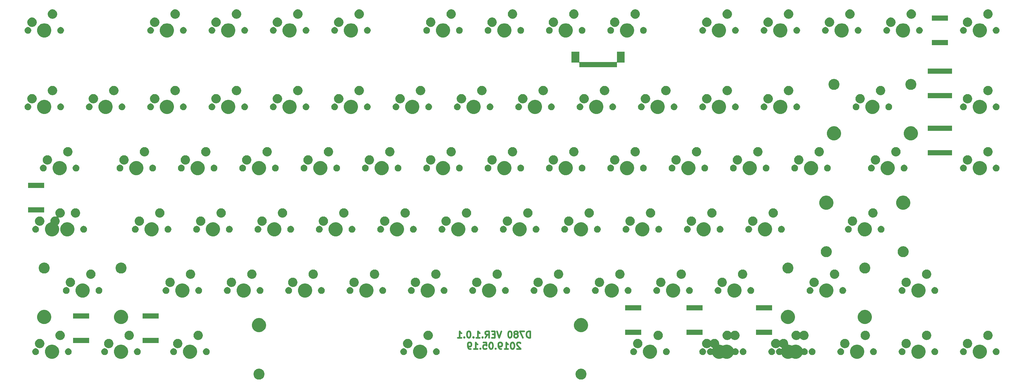
<source format=gbr>
G04 #@! TF.GenerationSoftware,KiCad,Pcbnew,(5.0.2)-1*
G04 #@! TF.CreationDate,2019-05-19T13:57:28+09:00*
G04 #@! TF.ProjectId,D780-PCB,44373830-2d50-4434-922e-6b696361645f,rev?*
G04 #@! TF.SameCoordinates,Original*
G04 #@! TF.FileFunction,Soldermask,Bot*
G04 #@! TF.FilePolarity,Negative*
%FSLAX46Y46*%
G04 Gerber Fmt 4.6, Leading zero omitted, Abs format (unit mm)*
G04 Created by KiCad (PCBNEW (5.0.2)-1) date 2019-05-19 오후 1:57:28*
%MOMM*%
%LPD*%
G01*
G04 APERTURE LIST*
%ADD10C,0.500000*%
%ADD11C,0.100000*%
G04 APERTURE END LIST*
D10*
X150890476Y-95674761D02*
X150890476Y-93674761D01*
X150414285Y-93674761D01*
X150128571Y-93770000D01*
X149938095Y-93960476D01*
X149842857Y-94150952D01*
X149747619Y-94531904D01*
X149747619Y-94817619D01*
X149842857Y-95198571D01*
X149938095Y-95389047D01*
X150128571Y-95579523D01*
X150414285Y-95674761D01*
X150890476Y-95674761D01*
X149080952Y-93674761D02*
X147747619Y-93674761D01*
X148604761Y-95674761D01*
X146700000Y-94531904D02*
X146890476Y-94436666D01*
X146985714Y-94341428D01*
X147080952Y-94150952D01*
X147080952Y-94055714D01*
X146985714Y-93865238D01*
X146890476Y-93770000D01*
X146700000Y-93674761D01*
X146319047Y-93674761D01*
X146128571Y-93770000D01*
X146033333Y-93865238D01*
X145938095Y-94055714D01*
X145938095Y-94150952D01*
X146033333Y-94341428D01*
X146128571Y-94436666D01*
X146319047Y-94531904D01*
X146700000Y-94531904D01*
X146890476Y-94627142D01*
X146985714Y-94722380D01*
X147080952Y-94912857D01*
X147080952Y-95293809D01*
X146985714Y-95484285D01*
X146890476Y-95579523D01*
X146700000Y-95674761D01*
X146319047Y-95674761D01*
X146128571Y-95579523D01*
X146033333Y-95484285D01*
X145938095Y-95293809D01*
X145938095Y-94912857D01*
X146033333Y-94722380D01*
X146128571Y-94627142D01*
X146319047Y-94531904D01*
X144700000Y-93674761D02*
X144509523Y-93674761D01*
X144319047Y-93770000D01*
X144223809Y-93865238D01*
X144128571Y-94055714D01*
X144033333Y-94436666D01*
X144033333Y-94912857D01*
X144128571Y-95293809D01*
X144223809Y-95484285D01*
X144319047Y-95579523D01*
X144509523Y-95674761D01*
X144700000Y-95674761D01*
X144890476Y-95579523D01*
X144985714Y-95484285D01*
X145080952Y-95293809D01*
X145176190Y-94912857D01*
X145176190Y-94436666D01*
X145080952Y-94055714D01*
X144985714Y-93865238D01*
X144890476Y-93770000D01*
X144700000Y-93674761D01*
X141938095Y-93674761D02*
X141271428Y-95674761D01*
X140604761Y-93674761D01*
X139938095Y-94627142D02*
X139271428Y-94627142D01*
X138985714Y-95674761D02*
X139938095Y-95674761D01*
X139938095Y-93674761D01*
X138985714Y-93674761D01*
X136985714Y-95674761D02*
X137652380Y-94722380D01*
X138128571Y-95674761D02*
X138128571Y-93674761D01*
X137366666Y-93674761D01*
X137176190Y-93770000D01*
X137080952Y-93865238D01*
X136985714Y-94055714D01*
X136985714Y-94341428D01*
X137080952Y-94531904D01*
X137176190Y-94627142D01*
X137366666Y-94722380D01*
X138128571Y-94722380D01*
X136128571Y-95484285D02*
X136033333Y-95579523D01*
X136128571Y-95674761D01*
X136223809Y-95579523D01*
X136128571Y-95484285D01*
X136128571Y-95674761D01*
X134128571Y-95674761D02*
X135271428Y-95674761D01*
X134700000Y-95674761D02*
X134700000Y-93674761D01*
X134890476Y-93960476D01*
X135080952Y-94150952D01*
X135271428Y-94246190D01*
X133271428Y-95484285D02*
X133176190Y-95579523D01*
X133271428Y-95674761D01*
X133366666Y-95579523D01*
X133271428Y-95484285D01*
X133271428Y-95674761D01*
X131938095Y-93674761D02*
X131747619Y-93674761D01*
X131557142Y-93770000D01*
X131461904Y-93865238D01*
X131366666Y-94055714D01*
X131271428Y-94436666D01*
X131271428Y-94912857D01*
X131366666Y-95293809D01*
X131461904Y-95484285D01*
X131557142Y-95579523D01*
X131747619Y-95674761D01*
X131938095Y-95674761D01*
X132128571Y-95579523D01*
X132223809Y-95484285D01*
X132319047Y-95293809D01*
X132414285Y-94912857D01*
X132414285Y-94436666D01*
X132319047Y-94055714D01*
X132223809Y-93865238D01*
X132128571Y-93770000D01*
X131938095Y-93674761D01*
X130414285Y-95484285D02*
X130319047Y-95579523D01*
X130414285Y-95674761D01*
X130509523Y-95579523D01*
X130414285Y-95484285D01*
X130414285Y-95674761D01*
X128414285Y-95674761D02*
X129557142Y-95674761D01*
X128985714Y-95674761D02*
X128985714Y-93674761D01*
X129176190Y-93960476D01*
X129366666Y-94150952D01*
X129557142Y-94246190D01*
X147890476Y-97365238D02*
X147795238Y-97270000D01*
X147604761Y-97174761D01*
X147128571Y-97174761D01*
X146938095Y-97270000D01*
X146842857Y-97365238D01*
X146747619Y-97555714D01*
X146747619Y-97746190D01*
X146842857Y-98031904D01*
X147985714Y-99174761D01*
X146747619Y-99174761D01*
X145509523Y-97174761D02*
X145319047Y-97174761D01*
X145128571Y-97270000D01*
X145033333Y-97365238D01*
X144938095Y-97555714D01*
X144842857Y-97936666D01*
X144842857Y-98412857D01*
X144938095Y-98793809D01*
X145033333Y-98984285D01*
X145128571Y-99079523D01*
X145319047Y-99174761D01*
X145509523Y-99174761D01*
X145700000Y-99079523D01*
X145795238Y-98984285D01*
X145890476Y-98793809D01*
X145985714Y-98412857D01*
X145985714Y-97936666D01*
X145890476Y-97555714D01*
X145795238Y-97365238D01*
X145700000Y-97270000D01*
X145509523Y-97174761D01*
X142938095Y-99174761D02*
X144080952Y-99174761D01*
X143509523Y-99174761D02*
X143509523Y-97174761D01*
X143700000Y-97460476D01*
X143890476Y-97650952D01*
X144080952Y-97746190D01*
X141985714Y-99174761D02*
X141604761Y-99174761D01*
X141414285Y-99079523D01*
X141319047Y-98984285D01*
X141128571Y-98698571D01*
X141033333Y-98317619D01*
X141033333Y-97555714D01*
X141128571Y-97365238D01*
X141223809Y-97270000D01*
X141414285Y-97174761D01*
X141795238Y-97174761D01*
X141985714Y-97270000D01*
X142080952Y-97365238D01*
X142176190Y-97555714D01*
X142176190Y-98031904D01*
X142080952Y-98222380D01*
X141985714Y-98317619D01*
X141795238Y-98412857D01*
X141414285Y-98412857D01*
X141223809Y-98317619D01*
X141128571Y-98222380D01*
X141033333Y-98031904D01*
X140176190Y-98984285D02*
X140080952Y-99079523D01*
X140176190Y-99174761D01*
X140271428Y-99079523D01*
X140176190Y-98984285D01*
X140176190Y-99174761D01*
X138842857Y-97174761D02*
X138652380Y-97174761D01*
X138461904Y-97270000D01*
X138366666Y-97365238D01*
X138271428Y-97555714D01*
X138176190Y-97936666D01*
X138176190Y-98412857D01*
X138271428Y-98793809D01*
X138366666Y-98984285D01*
X138461904Y-99079523D01*
X138652380Y-99174761D01*
X138842857Y-99174761D01*
X139033333Y-99079523D01*
X139128571Y-98984285D01*
X139223809Y-98793809D01*
X139319047Y-98412857D01*
X139319047Y-97936666D01*
X139223809Y-97555714D01*
X139128571Y-97365238D01*
X139033333Y-97270000D01*
X138842857Y-97174761D01*
X136366666Y-97174761D02*
X137319047Y-97174761D01*
X137414285Y-98127142D01*
X137319047Y-98031904D01*
X137128571Y-97936666D01*
X136652380Y-97936666D01*
X136461904Y-98031904D01*
X136366666Y-98127142D01*
X136271428Y-98317619D01*
X136271428Y-98793809D01*
X136366666Y-98984285D01*
X136461904Y-99079523D01*
X136652380Y-99174761D01*
X137128571Y-99174761D01*
X137319047Y-99079523D01*
X137414285Y-98984285D01*
X135414285Y-98984285D02*
X135319047Y-99079523D01*
X135414285Y-99174761D01*
X135509523Y-99079523D01*
X135414285Y-98984285D01*
X135414285Y-99174761D01*
X133414285Y-99174761D02*
X134557142Y-99174761D01*
X133985714Y-99174761D02*
X133985714Y-97174761D01*
X134176190Y-97460476D01*
X134366666Y-97650952D01*
X134557142Y-97746190D01*
X132461904Y-99174761D02*
X132080952Y-99174761D01*
X131890476Y-99079523D01*
X131795238Y-98984285D01*
X131604761Y-98698571D01*
X131509523Y-98317619D01*
X131509523Y-97555714D01*
X131604761Y-97365238D01*
X131700000Y-97270000D01*
X131890476Y-97174761D01*
X132271428Y-97174761D01*
X132461904Y-97270000D01*
X132557142Y-97365238D01*
X132652380Y-97555714D01*
X132652380Y-98031904D01*
X132557142Y-98222380D01*
X132461904Y-98317619D01*
X132271428Y-98412857D01*
X131890476Y-98412857D01*
X131700000Y-98317619D01*
X131604761Y-98222380D01*
X131509523Y-98031904D01*
D11*
G36*
X167073893Y-105341053D02*
X167183372Y-105362830D01*
X167492752Y-105490979D01*
X167771187Y-105677023D01*
X168007977Y-105913813D01*
X168194021Y-106192248D01*
X168322170Y-106501628D01*
X168387500Y-106830065D01*
X168387500Y-107164935D01*
X168322170Y-107493372D01*
X168194021Y-107802752D01*
X168007977Y-108081187D01*
X167771187Y-108317977D01*
X167492752Y-108504021D01*
X167183372Y-108632170D01*
X167073893Y-108653947D01*
X166854937Y-108697500D01*
X166520063Y-108697500D01*
X166301107Y-108653947D01*
X166191628Y-108632170D01*
X165882248Y-108504021D01*
X165603813Y-108317977D01*
X165367023Y-108081187D01*
X165180979Y-107802752D01*
X165052830Y-107493372D01*
X164987500Y-107164935D01*
X164987500Y-106830065D01*
X165052830Y-106501628D01*
X165180979Y-106192248D01*
X165367023Y-105913813D01*
X165603813Y-105677023D01*
X165882248Y-105490979D01*
X166191628Y-105362830D01*
X166301107Y-105341053D01*
X166520063Y-105297500D01*
X166854937Y-105297500D01*
X167073893Y-105341053D01*
X167073893Y-105341053D01*
G37*
G36*
X67061393Y-105341053D02*
X67170872Y-105362830D01*
X67480252Y-105490979D01*
X67758687Y-105677023D01*
X67995477Y-105913813D01*
X68181521Y-106192248D01*
X68309670Y-106501628D01*
X68375000Y-106830065D01*
X68375000Y-107164935D01*
X68309670Y-107493372D01*
X68181521Y-107802752D01*
X67995477Y-108081187D01*
X67758687Y-108317977D01*
X67480252Y-108504021D01*
X67170872Y-108632170D01*
X67061393Y-108653947D01*
X66842437Y-108697500D01*
X66507563Y-108697500D01*
X66288607Y-108653947D01*
X66179128Y-108632170D01*
X65869748Y-108504021D01*
X65591313Y-108317977D01*
X65354523Y-108081187D01*
X65168479Y-107802752D01*
X65040330Y-107493372D01*
X64975000Y-107164935D01*
X64975000Y-106830065D01*
X65040330Y-106501628D01*
X65168479Y-106192248D01*
X65354523Y-105913813D01*
X65591313Y-105677023D01*
X65869748Y-105490979D01*
X66179128Y-105362830D01*
X66288607Y-105341053D01*
X66507563Y-105297500D01*
X66842437Y-105297500D01*
X67061393Y-105341053D01*
X67061393Y-105341053D01*
G37*
G36*
X253054216Y-97897044D02*
X253454590Y-98062884D01*
X253814921Y-98303650D01*
X254121350Y-98610079D01*
X254362116Y-98970410D01*
X254527956Y-99370784D01*
X254612500Y-99795817D01*
X254612500Y-100229183D01*
X254527956Y-100654216D01*
X254362116Y-101054590D01*
X254121350Y-101414921D01*
X253814921Y-101721350D01*
X253454590Y-101962116D01*
X253054216Y-102127956D01*
X252629183Y-102212500D01*
X252195817Y-102212500D01*
X251770784Y-102127956D01*
X251370410Y-101962116D01*
X251010079Y-101721350D01*
X250703650Y-101414921D01*
X250462884Y-101054590D01*
X250297044Y-100654216D01*
X250212500Y-100229183D01*
X250212500Y-99795817D01*
X250297044Y-99370784D01*
X250462884Y-98970410D01*
X250703650Y-98610079D01*
X251010079Y-98303650D01*
X251370410Y-98062884D01*
X251770784Y-97897044D01*
X252195817Y-97812500D01*
X252629183Y-97812500D01*
X253054216Y-97897044D01*
X253054216Y-97897044D01*
G37*
G36*
X272104216Y-97897044D02*
X272504590Y-98062884D01*
X272864921Y-98303650D01*
X273171350Y-98610079D01*
X273412116Y-98970410D01*
X273577956Y-99370784D01*
X273662500Y-99795817D01*
X273662500Y-100229183D01*
X273577956Y-100654216D01*
X273412116Y-101054590D01*
X273171350Y-101414921D01*
X272864921Y-101721350D01*
X272504590Y-101962116D01*
X272104216Y-102127956D01*
X271679183Y-102212500D01*
X271245817Y-102212500D01*
X270820784Y-102127956D01*
X270420410Y-101962116D01*
X270060079Y-101721350D01*
X269753650Y-101414921D01*
X269512884Y-101054590D01*
X269347044Y-100654216D01*
X269262500Y-100229183D01*
X269262500Y-99795817D01*
X269347044Y-99370784D01*
X269512884Y-98970410D01*
X269753650Y-98610079D01*
X270060079Y-98303650D01*
X270420410Y-98062884D01*
X270820784Y-97897044D01*
X271245817Y-97812500D01*
X271679183Y-97812500D01*
X272104216Y-97897044D01*
X272104216Y-97897044D01*
G37*
G36*
X188760466Y-97897044D02*
X189160840Y-98062884D01*
X189521171Y-98303650D01*
X189827600Y-98610079D01*
X190068366Y-98970410D01*
X190234206Y-99370784D01*
X190318750Y-99795817D01*
X190318750Y-100229183D01*
X190234206Y-100654216D01*
X190068366Y-101054590D01*
X189827600Y-101414921D01*
X189521171Y-101721350D01*
X189160840Y-101962116D01*
X188760466Y-102127956D01*
X188335433Y-102212500D01*
X187902067Y-102212500D01*
X187477034Y-102127956D01*
X187076660Y-101962116D01*
X186716329Y-101721350D01*
X186409900Y-101414921D01*
X186169134Y-101054590D01*
X186003294Y-100654216D01*
X185918750Y-100229183D01*
X185918750Y-99795817D01*
X186003294Y-99370784D01*
X186169134Y-98970410D01*
X186409900Y-98610079D01*
X186716329Y-98303650D01*
X187076660Y-98062884D01*
X187477034Y-97897044D01*
X187902067Y-97812500D01*
X188335433Y-97812500D01*
X188760466Y-97897044D01*
X188760466Y-97897044D01*
G37*
G36*
X291154216Y-97897044D02*
X291554590Y-98062884D01*
X291914921Y-98303650D01*
X292221350Y-98610079D01*
X292462116Y-98970410D01*
X292627956Y-99370784D01*
X292712500Y-99795817D01*
X292712500Y-100229183D01*
X292627956Y-100654216D01*
X292462116Y-101054590D01*
X292221350Y-101414921D01*
X291914921Y-101721350D01*
X291554590Y-101962116D01*
X291154216Y-102127956D01*
X290729183Y-102212500D01*
X290295817Y-102212500D01*
X289870784Y-102127956D01*
X289470410Y-101962116D01*
X289110079Y-101721350D01*
X288803650Y-101414921D01*
X288562884Y-101054590D01*
X288397044Y-100654216D01*
X288312500Y-100229183D01*
X288312500Y-99795817D01*
X288397044Y-99370784D01*
X288562884Y-98970410D01*
X288803650Y-98610079D01*
X289110079Y-98303650D01*
X289470410Y-98062884D01*
X289870784Y-97897044D01*
X290295817Y-97812500D01*
X290729183Y-97812500D01*
X291154216Y-97897044D01*
X291154216Y-97897044D01*
G37*
G36*
X227594197Y-96078222D02*
X227858083Y-96187527D01*
X228095574Y-96346213D01*
X228273487Y-96524126D01*
X228292429Y-96539672D01*
X228314040Y-96551223D01*
X228337489Y-96558336D01*
X228361875Y-96560738D01*
X228386261Y-96558336D01*
X228409710Y-96551223D01*
X228431321Y-96539672D01*
X228450263Y-96524126D01*
X228628176Y-96346213D01*
X228865667Y-96187527D01*
X229129553Y-96078222D01*
X229409686Y-96022500D01*
X229695314Y-96022500D01*
X229975447Y-96078222D01*
X230239333Y-96187527D01*
X230476824Y-96346213D01*
X230678787Y-96548176D01*
X230837473Y-96785667D01*
X230946778Y-97049553D01*
X231002500Y-97329686D01*
X231002500Y-97615314D01*
X230992992Y-97663114D01*
X230990590Y-97687500D01*
X230992992Y-97711886D01*
X231000105Y-97735336D01*
X231011656Y-97756946D01*
X231027202Y-97775888D01*
X231046144Y-97791434D01*
X231067755Y-97802985D01*
X231091204Y-97810098D01*
X231115590Y-97812500D01*
X231197933Y-97812500D01*
X231622966Y-97897044D01*
X232023341Y-98062885D01*
X232102428Y-98115729D01*
X232124039Y-98127281D01*
X232147488Y-98134394D01*
X232171874Y-98136796D01*
X232196261Y-98134394D01*
X232219710Y-98127281D01*
X232241322Y-98115729D01*
X232320409Y-98062885D01*
X232720784Y-97897044D01*
X233145817Y-97812500D01*
X233579183Y-97812500D01*
X234004216Y-97897044D01*
X234404590Y-98062884D01*
X234764921Y-98303650D01*
X235071350Y-98610079D01*
X235312116Y-98970410D01*
X235344609Y-99048855D01*
X235356160Y-99070466D01*
X235371706Y-99089408D01*
X235390648Y-99104954D01*
X235412258Y-99116505D01*
X235435708Y-99123618D01*
X235460094Y-99126020D01*
X235484480Y-99123618D01*
X235507929Y-99116505D01*
X235529532Y-99104958D01*
X235563888Y-99082002D01*
X235754976Y-99002850D01*
X235935362Y-98966970D01*
X235957833Y-98962500D01*
X236164667Y-98962500D01*
X236187138Y-98966970D01*
X236367524Y-99002850D01*
X236558612Y-99082002D01*
X236730586Y-99196911D01*
X236876839Y-99343164D01*
X236991748Y-99515138D01*
X237070900Y-99706226D01*
X237111250Y-99909084D01*
X237111250Y-100115916D01*
X237070900Y-100318774D01*
X236991748Y-100509862D01*
X236876839Y-100681836D01*
X236730586Y-100828089D01*
X236558612Y-100942998D01*
X236367524Y-101022150D01*
X236187138Y-101058030D01*
X236164667Y-101062500D01*
X235957833Y-101062500D01*
X235935362Y-101058030D01*
X235754976Y-101022150D01*
X235563888Y-100942998D01*
X235529532Y-100920042D01*
X235507930Y-100908495D01*
X235484481Y-100901382D01*
X235460094Y-100898980D01*
X235435708Y-100901382D01*
X235412259Y-100908495D01*
X235390648Y-100920046D01*
X235371706Y-100935591D01*
X235356161Y-100954533D01*
X235344609Y-100976145D01*
X235312116Y-101054590D01*
X235071350Y-101414921D01*
X234764921Y-101721350D01*
X234404590Y-101962116D01*
X234004216Y-102127956D01*
X233579183Y-102212500D01*
X233145817Y-102212500D01*
X232720784Y-102127956D01*
X232320409Y-101962115D01*
X232241322Y-101909271D01*
X232219711Y-101897719D01*
X232196262Y-101890606D01*
X232171876Y-101888204D01*
X232147489Y-101890606D01*
X232124040Y-101897719D01*
X232102428Y-101909271D01*
X232023341Y-101962115D01*
X231622966Y-102127956D01*
X231197933Y-102212500D01*
X230764567Y-102212500D01*
X230339534Y-102127956D01*
X229939160Y-101962116D01*
X229578829Y-101721350D01*
X229272400Y-101414921D01*
X229031634Y-101054590D01*
X228999141Y-100976145D01*
X228987590Y-100954534D01*
X228972044Y-100935592D01*
X228953102Y-100920046D01*
X228931492Y-100908495D01*
X228908042Y-100901382D01*
X228883656Y-100898980D01*
X228859270Y-100901382D01*
X228835821Y-100908495D01*
X228814218Y-100920042D01*
X228779862Y-100942998D01*
X228588774Y-101022150D01*
X228408388Y-101058030D01*
X228385917Y-101062500D01*
X228179083Y-101062500D01*
X228156612Y-101058030D01*
X227976226Y-101022150D01*
X227785138Y-100942998D01*
X227613164Y-100828089D01*
X227466911Y-100681836D01*
X227352002Y-100509862D01*
X227272850Y-100318774D01*
X227232500Y-100115916D01*
X227232500Y-99909084D01*
X227272850Y-99706226D01*
X227352002Y-99515138D01*
X227466911Y-99343164D01*
X227613164Y-99196911D01*
X227785138Y-99082002D01*
X227976226Y-99002850D01*
X228156612Y-98966970D01*
X228179083Y-98962500D01*
X228385917Y-98962500D01*
X228408388Y-98966970D01*
X228588774Y-99002850D01*
X228779862Y-99082002D01*
X228814218Y-99104958D01*
X228835820Y-99116505D01*
X228859269Y-99123618D01*
X228883656Y-99126020D01*
X228908042Y-99123618D01*
X228931491Y-99116505D01*
X228953102Y-99104954D01*
X228972044Y-99089409D01*
X228987589Y-99070467D01*
X228999141Y-99048856D01*
X229034778Y-98962821D01*
X229041891Y-98939371D01*
X229044293Y-98914985D01*
X229041891Y-98890599D01*
X229034778Y-98867150D01*
X229023227Y-98845539D01*
X229007681Y-98826597D01*
X228988739Y-98811051D01*
X228967129Y-98799500D01*
X228865667Y-98757473D01*
X228628176Y-98598787D01*
X228450263Y-98420874D01*
X228431321Y-98405328D01*
X228409710Y-98393777D01*
X228386261Y-98386664D01*
X228361875Y-98384262D01*
X228337489Y-98386664D01*
X228314040Y-98393777D01*
X228292429Y-98405328D01*
X228273487Y-98420874D01*
X228095574Y-98598787D01*
X227858083Y-98757473D01*
X227594197Y-98866778D01*
X227314064Y-98922500D01*
X227028436Y-98922500D01*
X226748303Y-98866778D01*
X226484417Y-98757473D01*
X226246926Y-98598787D01*
X226044963Y-98396824D01*
X225886277Y-98159333D01*
X225776972Y-97895447D01*
X225721250Y-97615314D01*
X225721250Y-97329686D01*
X225776972Y-97049553D01*
X225886277Y-96785667D01*
X226044963Y-96548176D01*
X226246926Y-96346213D01*
X226484417Y-96187527D01*
X226748303Y-96078222D01*
X227028436Y-96022500D01*
X227314064Y-96022500D01*
X227594197Y-96078222D01*
X227594197Y-96078222D01*
G37*
G36*
X3022966Y-97897044D02*
X3423340Y-98062884D01*
X3783671Y-98303650D01*
X4090100Y-98610079D01*
X4330866Y-98970410D01*
X4496706Y-99370784D01*
X4581250Y-99795817D01*
X4581250Y-100229183D01*
X4496706Y-100654216D01*
X4330866Y-101054590D01*
X4090100Y-101414921D01*
X3783671Y-101721350D01*
X3423340Y-101962116D01*
X3022966Y-102127956D01*
X2597933Y-102212500D01*
X2164567Y-102212500D01*
X1739534Y-102127956D01*
X1339160Y-101962116D01*
X978829Y-101721350D01*
X672400Y-101414921D01*
X431634Y-101054590D01*
X265794Y-100654216D01*
X181250Y-100229183D01*
X181250Y-99795817D01*
X265794Y-99370784D01*
X431634Y-98970410D01*
X672400Y-98610079D01*
X978829Y-98303650D01*
X1339160Y-98062884D01*
X1739534Y-97897044D01*
X2164567Y-97812500D01*
X2597933Y-97812500D01*
X3022966Y-97897044D01*
X3022966Y-97897044D01*
G37*
G36*
X24454216Y-97897044D02*
X24854590Y-98062884D01*
X25214921Y-98303650D01*
X25521350Y-98610079D01*
X25762116Y-98970410D01*
X25927956Y-99370784D01*
X26012500Y-99795817D01*
X26012500Y-100229183D01*
X25927956Y-100654216D01*
X25762116Y-101054590D01*
X25521350Y-101414921D01*
X25214921Y-101721350D01*
X24854590Y-101962116D01*
X24454216Y-102127956D01*
X24029183Y-102212500D01*
X23595817Y-102212500D01*
X23170784Y-102127956D01*
X22770410Y-101962116D01*
X22410079Y-101721350D01*
X22103650Y-101414921D01*
X21862884Y-101054590D01*
X21697044Y-100654216D01*
X21612500Y-100229183D01*
X21612500Y-99795817D01*
X21697044Y-99370784D01*
X21862884Y-98970410D01*
X22103650Y-98610079D01*
X22410079Y-98303650D01*
X22770410Y-98062884D01*
X23170784Y-97897044D01*
X23595817Y-97812500D01*
X24029183Y-97812500D01*
X24454216Y-97897044D01*
X24454216Y-97897044D01*
G37*
G36*
X45885466Y-97897044D02*
X46285840Y-98062884D01*
X46646171Y-98303650D01*
X46952600Y-98610079D01*
X47193366Y-98970410D01*
X47359206Y-99370784D01*
X47443750Y-99795817D01*
X47443750Y-100229183D01*
X47359206Y-100654216D01*
X47193366Y-101054590D01*
X46952600Y-101414921D01*
X46646171Y-101721350D01*
X46285840Y-101962116D01*
X45885466Y-102127956D01*
X45460433Y-102212500D01*
X45027067Y-102212500D01*
X44602034Y-102127956D01*
X44201660Y-101962116D01*
X43841329Y-101721350D01*
X43534900Y-101414921D01*
X43294134Y-101054590D01*
X43128294Y-100654216D01*
X43043750Y-100229183D01*
X43043750Y-99795817D01*
X43128294Y-99370784D01*
X43294134Y-98970410D01*
X43534900Y-98610079D01*
X43841329Y-98303650D01*
X44201660Y-98062884D01*
X44602034Y-97897044D01*
X45027067Y-97812500D01*
X45460433Y-97812500D01*
X45885466Y-97897044D01*
X45885466Y-97897044D01*
G37*
G36*
X206162947Y-96078222D02*
X206426833Y-96187527D01*
X206664324Y-96346213D01*
X206842237Y-96524126D01*
X206861179Y-96539672D01*
X206882790Y-96551223D01*
X206906239Y-96558336D01*
X206930625Y-96560738D01*
X206955011Y-96558336D01*
X206978460Y-96551223D01*
X207000071Y-96539672D01*
X207019013Y-96524126D01*
X207196926Y-96346213D01*
X207434417Y-96187527D01*
X207698303Y-96078222D01*
X207978436Y-96022500D01*
X208264064Y-96022500D01*
X208544197Y-96078222D01*
X208808083Y-96187527D01*
X209045574Y-96346213D01*
X209247537Y-96548176D01*
X209406223Y-96785667D01*
X209515528Y-97049553D01*
X209571250Y-97329686D01*
X209571250Y-97615314D01*
X209561742Y-97663114D01*
X209559340Y-97687500D01*
X209561742Y-97711886D01*
X209568855Y-97735336D01*
X209580406Y-97756946D01*
X209595952Y-97775888D01*
X209614894Y-97791434D01*
X209636505Y-97802985D01*
X209659954Y-97810098D01*
X209684340Y-97812500D01*
X209766683Y-97812500D01*
X210191716Y-97897044D01*
X210592091Y-98062885D01*
X210671178Y-98115729D01*
X210692789Y-98127281D01*
X210716238Y-98134394D01*
X210740624Y-98136796D01*
X210765011Y-98134394D01*
X210788460Y-98127281D01*
X210810072Y-98115729D01*
X210889159Y-98062885D01*
X211289534Y-97897044D01*
X211714567Y-97812500D01*
X212147933Y-97812500D01*
X212572966Y-97897044D01*
X212973340Y-98062884D01*
X213333671Y-98303650D01*
X213640100Y-98610079D01*
X213880866Y-98970410D01*
X213913359Y-99048855D01*
X213924910Y-99070466D01*
X213940456Y-99089408D01*
X213959398Y-99104954D01*
X213981008Y-99116505D01*
X214004458Y-99123618D01*
X214028844Y-99126020D01*
X214053230Y-99123618D01*
X214076679Y-99116505D01*
X214098282Y-99104958D01*
X214132638Y-99082002D01*
X214323726Y-99002850D01*
X214504112Y-98966970D01*
X214526583Y-98962500D01*
X214733417Y-98962500D01*
X214755888Y-98966970D01*
X214936274Y-99002850D01*
X215127362Y-99082002D01*
X215299336Y-99196911D01*
X215445589Y-99343164D01*
X215560498Y-99515138D01*
X215639650Y-99706226D01*
X215680000Y-99909084D01*
X215680000Y-100115916D01*
X215639650Y-100318774D01*
X215560498Y-100509862D01*
X215445589Y-100681836D01*
X215299336Y-100828089D01*
X215127362Y-100942998D01*
X214936274Y-101022150D01*
X214755888Y-101058030D01*
X214733417Y-101062500D01*
X214526583Y-101062500D01*
X214504112Y-101058030D01*
X214323726Y-101022150D01*
X214132638Y-100942998D01*
X214098282Y-100920042D01*
X214076680Y-100908495D01*
X214053231Y-100901382D01*
X214028844Y-100898980D01*
X214004458Y-100901382D01*
X213981009Y-100908495D01*
X213959398Y-100920046D01*
X213940456Y-100935591D01*
X213924911Y-100954533D01*
X213913359Y-100976145D01*
X213880866Y-101054590D01*
X213640100Y-101414921D01*
X213333671Y-101721350D01*
X212973340Y-101962116D01*
X212572966Y-102127956D01*
X212147933Y-102212500D01*
X211714567Y-102212500D01*
X211289534Y-102127956D01*
X210889159Y-101962115D01*
X210810072Y-101909271D01*
X210788461Y-101897719D01*
X210765012Y-101890606D01*
X210740626Y-101888204D01*
X210716239Y-101890606D01*
X210692790Y-101897719D01*
X210671178Y-101909271D01*
X210592091Y-101962115D01*
X210191716Y-102127956D01*
X209766683Y-102212500D01*
X209333317Y-102212500D01*
X208908284Y-102127956D01*
X208507910Y-101962116D01*
X208147579Y-101721350D01*
X207841150Y-101414921D01*
X207600384Y-101054590D01*
X207567891Y-100976145D01*
X207556340Y-100954534D01*
X207540794Y-100935592D01*
X207521852Y-100920046D01*
X207500242Y-100908495D01*
X207476792Y-100901382D01*
X207452406Y-100898980D01*
X207428020Y-100901382D01*
X207404571Y-100908495D01*
X207382968Y-100920042D01*
X207348612Y-100942998D01*
X207157524Y-101022150D01*
X206977138Y-101058030D01*
X206954667Y-101062500D01*
X206747833Y-101062500D01*
X206725362Y-101058030D01*
X206544976Y-101022150D01*
X206353888Y-100942998D01*
X206181914Y-100828089D01*
X206035661Y-100681836D01*
X205920752Y-100509862D01*
X205841600Y-100318774D01*
X205801250Y-100115916D01*
X205801250Y-99909084D01*
X205841600Y-99706226D01*
X205920752Y-99515138D01*
X206035661Y-99343164D01*
X206181914Y-99196911D01*
X206353888Y-99082002D01*
X206544976Y-99002850D01*
X206725362Y-98966970D01*
X206747833Y-98962500D01*
X206954667Y-98962500D01*
X206977138Y-98966970D01*
X207157524Y-99002850D01*
X207348612Y-99082002D01*
X207382968Y-99104958D01*
X207404570Y-99116505D01*
X207428019Y-99123618D01*
X207452406Y-99126020D01*
X207476792Y-99123618D01*
X207500241Y-99116505D01*
X207521852Y-99104954D01*
X207540794Y-99089409D01*
X207556339Y-99070467D01*
X207567891Y-99048856D01*
X207603528Y-98962821D01*
X207610641Y-98939371D01*
X207613043Y-98914985D01*
X207610641Y-98890599D01*
X207603528Y-98867150D01*
X207591977Y-98845539D01*
X207576431Y-98826597D01*
X207557489Y-98811051D01*
X207535879Y-98799500D01*
X207434417Y-98757473D01*
X207196926Y-98598787D01*
X207019013Y-98420874D01*
X207000071Y-98405328D01*
X206978460Y-98393777D01*
X206955011Y-98386664D01*
X206930625Y-98384262D01*
X206906239Y-98386664D01*
X206882790Y-98393777D01*
X206861179Y-98405328D01*
X206842237Y-98420874D01*
X206664324Y-98598787D01*
X206426833Y-98757473D01*
X206162947Y-98866778D01*
X205882814Y-98922500D01*
X205597186Y-98922500D01*
X205317053Y-98866778D01*
X205053167Y-98757473D01*
X204815676Y-98598787D01*
X204613713Y-98396824D01*
X204455027Y-98159333D01*
X204345722Y-97895447D01*
X204290000Y-97615314D01*
X204290000Y-97329686D01*
X204345722Y-97049553D01*
X204455027Y-96785667D01*
X204613713Y-96548176D01*
X204815676Y-96346213D01*
X205053167Y-96187527D01*
X205317053Y-96078222D01*
X205597186Y-96022500D01*
X205882814Y-96022500D01*
X206162947Y-96078222D01*
X206162947Y-96078222D01*
G37*
G36*
X117322966Y-97897044D02*
X117723340Y-98062884D01*
X118083671Y-98303650D01*
X118390100Y-98610079D01*
X118630866Y-98970410D01*
X118796706Y-99370784D01*
X118881250Y-99795817D01*
X118881250Y-100229183D01*
X118796706Y-100654216D01*
X118630866Y-101054590D01*
X118390100Y-101414921D01*
X118083671Y-101721350D01*
X117723340Y-101962116D01*
X117322966Y-102127956D01*
X116897933Y-102212500D01*
X116464567Y-102212500D01*
X116039534Y-102127956D01*
X115639160Y-101962116D01*
X115278829Y-101721350D01*
X114972400Y-101414921D01*
X114731634Y-101054590D01*
X114565794Y-100654216D01*
X114481250Y-100229183D01*
X114481250Y-99795817D01*
X114565794Y-99370784D01*
X114731634Y-98970410D01*
X114972400Y-98610079D01*
X115278829Y-98303650D01*
X115639160Y-98062884D01*
X116039534Y-97897044D01*
X116464567Y-97812500D01*
X116897933Y-97812500D01*
X117322966Y-97897044D01*
X117322966Y-97897044D01*
G37*
G36*
X226027138Y-98966970D02*
X226207524Y-99002850D01*
X226398612Y-99082002D01*
X226570586Y-99196911D01*
X226716839Y-99343164D01*
X226831748Y-99515138D01*
X226910900Y-99706226D01*
X226951250Y-99909084D01*
X226951250Y-100115916D01*
X226910900Y-100318774D01*
X226831748Y-100509862D01*
X226716839Y-100681836D01*
X226570586Y-100828089D01*
X226398612Y-100942998D01*
X226207524Y-101022150D01*
X226027138Y-101058030D01*
X226004667Y-101062500D01*
X225797833Y-101062500D01*
X225775362Y-101058030D01*
X225594976Y-101022150D01*
X225403888Y-100942998D01*
X225231914Y-100828089D01*
X225085661Y-100681836D01*
X224970752Y-100509862D01*
X224891600Y-100318774D01*
X224851250Y-100115916D01*
X224851250Y-99909084D01*
X224891600Y-99706226D01*
X224970752Y-99515138D01*
X225085661Y-99343164D01*
X225231914Y-99196911D01*
X225403888Y-99082002D01*
X225594976Y-99002850D01*
X225775362Y-98966970D01*
X225797833Y-98962500D01*
X226004667Y-98962500D01*
X226027138Y-98966970D01*
X226027138Y-98966970D01*
G37*
G36*
X40289638Y-98966970D02*
X40470024Y-99002850D01*
X40661112Y-99082002D01*
X40833086Y-99196911D01*
X40979339Y-99343164D01*
X41094248Y-99515138D01*
X41173400Y-99706226D01*
X41213750Y-99909084D01*
X41213750Y-100115916D01*
X41173400Y-100318774D01*
X41094248Y-100509862D01*
X40979339Y-100681836D01*
X40833086Y-100828089D01*
X40661112Y-100942998D01*
X40470024Y-101022150D01*
X40289638Y-101058030D01*
X40267167Y-101062500D01*
X40060333Y-101062500D01*
X40037862Y-101058030D01*
X39857476Y-101022150D01*
X39666388Y-100942998D01*
X39494414Y-100828089D01*
X39348161Y-100681836D01*
X39233252Y-100509862D01*
X39154100Y-100318774D01*
X39113750Y-100115916D01*
X39113750Y-99909084D01*
X39154100Y-99706226D01*
X39233252Y-99515138D01*
X39348161Y-99343164D01*
X39494414Y-99196911D01*
X39666388Y-99082002D01*
X39857476Y-99002850D01*
X40037862Y-98966970D01*
X40060333Y-98962500D01*
X40267167Y-98962500D01*
X40289638Y-98966970D01*
X40289638Y-98966970D01*
G37*
G36*
X193324638Y-98966970D02*
X193505024Y-99002850D01*
X193696112Y-99082002D01*
X193868086Y-99196911D01*
X194014339Y-99343164D01*
X194129248Y-99515138D01*
X194208400Y-99706226D01*
X194248750Y-99909084D01*
X194248750Y-100115916D01*
X194208400Y-100318774D01*
X194129248Y-100509862D01*
X194014339Y-100681836D01*
X193868086Y-100828089D01*
X193696112Y-100942998D01*
X193505024Y-101022150D01*
X193324638Y-101058030D01*
X193302167Y-101062500D01*
X193095333Y-101062500D01*
X193072862Y-101058030D01*
X192892476Y-101022150D01*
X192701388Y-100942998D01*
X192529414Y-100828089D01*
X192383161Y-100681836D01*
X192268252Y-100509862D01*
X192189100Y-100318774D01*
X192148750Y-100115916D01*
X192148750Y-99909084D01*
X192189100Y-99706226D01*
X192268252Y-99515138D01*
X192383161Y-99343164D01*
X192529414Y-99196911D01*
X192701388Y-99082002D01*
X192892476Y-99002850D01*
X193072862Y-98966970D01*
X193095333Y-98962500D01*
X193302167Y-98962500D01*
X193324638Y-98966970D01*
X193324638Y-98966970D01*
G37*
G36*
X121887138Y-98966970D02*
X122067524Y-99002850D01*
X122258612Y-99082002D01*
X122430586Y-99196911D01*
X122576839Y-99343164D01*
X122691748Y-99515138D01*
X122770900Y-99706226D01*
X122811250Y-99909084D01*
X122811250Y-100115916D01*
X122770900Y-100318774D01*
X122691748Y-100509862D01*
X122576839Y-100681836D01*
X122430586Y-100828089D01*
X122258612Y-100942998D01*
X122067524Y-101022150D01*
X121887138Y-101058030D01*
X121864667Y-101062500D01*
X121657833Y-101062500D01*
X121635362Y-101058030D01*
X121454976Y-101022150D01*
X121263888Y-100942998D01*
X121091914Y-100828089D01*
X120945661Y-100681836D01*
X120830752Y-100509862D01*
X120751600Y-100318774D01*
X120711250Y-100115916D01*
X120711250Y-99909084D01*
X120751600Y-99706226D01*
X120830752Y-99515138D01*
X120945661Y-99343164D01*
X121091914Y-99196911D01*
X121263888Y-99082002D01*
X121454976Y-99002850D01*
X121635362Y-98966970D01*
X121657833Y-98962500D01*
X121864667Y-98962500D01*
X121887138Y-98966970D01*
X121887138Y-98966970D01*
G37*
G36*
X-2572862Y-98966970D02*
X-2392476Y-99002850D01*
X-2201388Y-99082002D01*
X-2029414Y-99196911D01*
X-1883161Y-99343164D01*
X-1768252Y-99515138D01*
X-1689100Y-99706226D01*
X-1648750Y-99909084D01*
X-1648750Y-100115916D01*
X-1689100Y-100318774D01*
X-1768252Y-100509862D01*
X-1883161Y-100681836D01*
X-2029414Y-100828089D01*
X-2201388Y-100942998D01*
X-2392476Y-101022150D01*
X-2572862Y-101058030D01*
X-2595333Y-101062500D01*
X-2802167Y-101062500D01*
X-2824638Y-101058030D01*
X-3005024Y-101022150D01*
X-3196112Y-100942998D01*
X-3368086Y-100828089D01*
X-3514339Y-100681836D01*
X-3629248Y-100509862D01*
X-3708400Y-100318774D01*
X-3748750Y-100115916D01*
X-3748750Y-99909084D01*
X-3708400Y-99706226D01*
X-3629248Y-99515138D01*
X-3514339Y-99343164D01*
X-3368086Y-99196911D01*
X-3196112Y-99082002D01*
X-3005024Y-99002850D01*
X-2824638Y-98966970D01*
X-2802167Y-98962500D01*
X-2595333Y-98962500D01*
X-2572862Y-98966970D01*
X-2572862Y-98966970D01*
G37*
G36*
X7587138Y-98966970D02*
X7767524Y-99002850D01*
X7958612Y-99082002D01*
X8130586Y-99196911D01*
X8276839Y-99343164D01*
X8391748Y-99515138D01*
X8470900Y-99706226D01*
X8511250Y-99909084D01*
X8511250Y-100115916D01*
X8470900Y-100318774D01*
X8391748Y-100509862D01*
X8276839Y-100681836D01*
X8130586Y-100828089D01*
X7958612Y-100942998D01*
X7767524Y-101022150D01*
X7587138Y-101058030D01*
X7564667Y-101062500D01*
X7357833Y-101062500D01*
X7335362Y-101058030D01*
X7154976Y-101022150D01*
X6963888Y-100942998D01*
X6791914Y-100828089D01*
X6645661Y-100681836D01*
X6530752Y-100509862D01*
X6451600Y-100318774D01*
X6411250Y-100115916D01*
X6411250Y-99909084D01*
X6451600Y-99706226D01*
X6530752Y-99515138D01*
X6645661Y-99343164D01*
X6791914Y-99196911D01*
X6963888Y-99082002D01*
X7154976Y-99002850D01*
X7335362Y-98966970D01*
X7357833Y-98962500D01*
X7564667Y-98962500D01*
X7587138Y-98966970D01*
X7587138Y-98966970D01*
G37*
G36*
X204595888Y-98966970D02*
X204776274Y-99002850D01*
X204967362Y-99082002D01*
X205139336Y-99196911D01*
X205285589Y-99343164D01*
X205400498Y-99515138D01*
X205479650Y-99706226D01*
X205520000Y-99909084D01*
X205520000Y-100115916D01*
X205479650Y-100318774D01*
X205400498Y-100509862D01*
X205285589Y-100681836D01*
X205139336Y-100828089D01*
X204967362Y-100942998D01*
X204776274Y-101022150D01*
X204595888Y-101058030D01*
X204573417Y-101062500D01*
X204366583Y-101062500D01*
X204344112Y-101058030D01*
X204163726Y-101022150D01*
X203972638Y-100942998D01*
X203800664Y-100828089D01*
X203654411Y-100681836D01*
X203539502Y-100509862D01*
X203460350Y-100318774D01*
X203420000Y-100115916D01*
X203420000Y-99909084D01*
X203460350Y-99706226D01*
X203539502Y-99515138D01*
X203654411Y-99343164D01*
X203800664Y-99196911D01*
X203972638Y-99082002D01*
X204163726Y-99002850D01*
X204344112Y-98966970D01*
X204366583Y-98962500D01*
X204573417Y-98962500D01*
X204595888Y-98966970D01*
X204595888Y-98966970D01*
G37*
G36*
X217137138Y-98966970D02*
X217317524Y-99002850D01*
X217508612Y-99082002D01*
X217680586Y-99196911D01*
X217826839Y-99343164D01*
X217941748Y-99515138D01*
X218020900Y-99706226D01*
X218061250Y-99909084D01*
X218061250Y-100115916D01*
X218020900Y-100318774D01*
X217941748Y-100509862D01*
X217826839Y-100681836D01*
X217680586Y-100828089D01*
X217508612Y-100942998D01*
X217317524Y-101022150D01*
X217137138Y-101058030D01*
X217114667Y-101062500D01*
X216907833Y-101062500D01*
X216885362Y-101058030D01*
X216704976Y-101022150D01*
X216513888Y-100942998D01*
X216341914Y-100828089D01*
X216195661Y-100681836D01*
X216080752Y-100509862D01*
X216001600Y-100318774D01*
X215961250Y-100115916D01*
X215961250Y-99909084D01*
X216001600Y-99706226D01*
X216080752Y-99515138D01*
X216195661Y-99343164D01*
X216341914Y-99196911D01*
X216513888Y-99082002D01*
X216704976Y-99002850D01*
X216885362Y-98966970D01*
X216907833Y-98962500D01*
X217114667Y-98962500D01*
X217137138Y-98966970D01*
X217137138Y-98966970D01*
G37*
G36*
X18858388Y-98966970D02*
X19038774Y-99002850D01*
X19229862Y-99082002D01*
X19401836Y-99196911D01*
X19548089Y-99343164D01*
X19662998Y-99515138D01*
X19742150Y-99706226D01*
X19782500Y-99909084D01*
X19782500Y-100115916D01*
X19742150Y-100318774D01*
X19662998Y-100509862D01*
X19548089Y-100681836D01*
X19401836Y-100828089D01*
X19229862Y-100942998D01*
X19038774Y-101022150D01*
X18858388Y-101058030D01*
X18835917Y-101062500D01*
X18629083Y-101062500D01*
X18606612Y-101058030D01*
X18426226Y-101022150D01*
X18235138Y-100942998D01*
X18063164Y-100828089D01*
X17916911Y-100681836D01*
X17802002Y-100509862D01*
X17722850Y-100318774D01*
X17682500Y-100115916D01*
X17682500Y-99909084D01*
X17722850Y-99706226D01*
X17802002Y-99515138D01*
X17916911Y-99343164D01*
X18063164Y-99196911D01*
X18235138Y-99082002D01*
X18426226Y-99002850D01*
X18606612Y-98966970D01*
X18629083Y-98962500D01*
X18835917Y-98962500D01*
X18858388Y-98966970D01*
X18858388Y-98966970D01*
G37*
G36*
X238568388Y-98966970D02*
X238748774Y-99002850D01*
X238939862Y-99082002D01*
X239111836Y-99196911D01*
X239258089Y-99343164D01*
X239372998Y-99515138D01*
X239452150Y-99706226D01*
X239492500Y-99909084D01*
X239492500Y-100115916D01*
X239452150Y-100318774D01*
X239372998Y-100509862D01*
X239258089Y-100681836D01*
X239111836Y-100828089D01*
X238939862Y-100942998D01*
X238748774Y-101022150D01*
X238568388Y-101058030D01*
X238545917Y-101062500D01*
X238339083Y-101062500D01*
X238316612Y-101058030D01*
X238136226Y-101022150D01*
X237945138Y-100942998D01*
X237773164Y-100828089D01*
X237626911Y-100681836D01*
X237512002Y-100509862D01*
X237432850Y-100318774D01*
X237392500Y-100115916D01*
X237392500Y-99909084D01*
X237432850Y-99706226D01*
X237512002Y-99515138D01*
X237626911Y-99343164D01*
X237773164Y-99196911D01*
X237945138Y-99082002D01*
X238136226Y-99002850D01*
X238316612Y-98966970D01*
X238339083Y-98962500D01*
X238545917Y-98962500D01*
X238568388Y-98966970D01*
X238568388Y-98966970D01*
G37*
G36*
X285558388Y-98966970D02*
X285738774Y-99002850D01*
X285929862Y-99082002D01*
X286101836Y-99196911D01*
X286248089Y-99343164D01*
X286362998Y-99515138D01*
X286442150Y-99706226D01*
X286482500Y-99909084D01*
X286482500Y-100115916D01*
X286442150Y-100318774D01*
X286362998Y-100509862D01*
X286248089Y-100681836D01*
X286101836Y-100828089D01*
X285929862Y-100942998D01*
X285738774Y-101022150D01*
X285558388Y-101058030D01*
X285535917Y-101062500D01*
X285329083Y-101062500D01*
X285306612Y-101058030D01*
X285126226Y-101022150D01*
X284935138Y-100942998D01*
X284763164Y-100828089D01*
X284616911Y-100681836D01*
X284502002Y-100509862D01*
X284422850Y-100318774D01*
X284382500Y-100115916D01*
X284382500Y-99909084D01*
X284422850Y-99706226D01*
X284502002Y-99515138D01*
X284616911Y-99343164D01*
X284763164Y-99196911D01*
X284935138Y-99082002D01*
X285126226Y-99002850D01*
X285306612Y-98966970D01*
X285329083Y-98962500D01*
X285535917Y-98962500D01*
X285558388Y-98966970D01*
X285558388Y-98966970D01*
G37*
G36*
X183164638Y-98966970D02*
X183345024Y-99002850D01*
X183536112Y-99082002D01*
X183708086Y-99196911D01*
X183854339Y-99343164D01*
X183969248Y-99515138D01*
X184048400Y-99706226D01*
X184088750Y-99909084D01*
X184088750Y-100115916D01*
X184048400Y-100318774D01*
X183969248Y-100509862D01*
X183854339Y-100681836D01*
X183708086Y-100828089D01*
X183536112Y-100942998D01*
X183345024Y-101022150D01*
X183164638Y-101058030D01*
X183142167Y-101062500D01*
X182935333Y-101062500D01*
X182912862Y-101058030D01*
X182732476Y-101022150D01*
X182541388Y-100942998D01*
X182369414Y-100828089D01*
X182223161Y-100681836D01*
X182108252Y-100509862D01*
X182029100Y-100318774D01*
X181988750Y-100115916D01*
X181988750Y-99909084D01*
X182029100Y-99706226D01*
X182108252Y-99515138D01*
X182223161Y-99343164D01*
X182369414Y-99196911D01*
X182541388Y-99082002D01*
X182732476Y-99002850D01*
X182912862Y-98966970D01*
X182935333Y-98962500D01*
X183142167Y-98962500D01*
X183164638Y-98966970D01*
X183164638Y-98966970D01*
G37*
G36*
X295718388Y-98966970D02*
X295898774Y-99002850D01*
X296089862Y-99082002D01*
X296261836Y-99196911D01*
X296408089Y-99343164D01*
X296522998Y-99515138D01*
X296602150Y-99706226D01*
X296642500Y-99909084D01*
X296642500Y-100115916D01*
X296602150Y-100318774D01*
X296522998Y-100509862D01*
X296408089Y-100681836D01*
X296261836Y-100828089D01*
X296089862Y-100942998D01*
X295898774Y-101022150D01*
X295718388Y-101058030D01*
X295695917Y-101062500D01*
X295489083Y-101062500D01*
X295466612Y-101058030D01*
X295286226Y-101022150D01*
X295095138Y-100942998D01*
X294923164Y-100828089D01*
X294776911Y-100681836D01*
X294662002Y-100509862D01*
X294582850Y-100318774D01*
X294542500Y-100115916D01*
X294542500Y-99909084D01*
X294582850Y-99706226D01*
X294662002Y-99515138D01*
X294776911Y-99343164D01*
X294923164Y-99196911D01*
X295095138Y-99082002D01*
X295286226Y-99002850D01*
X295466612Y-98966970D01*
X295489083Y-98962500D01*
X295695917Y-98962500D01*
X295718388Y-98966970D01*
X295718388Y-98966970D01*
G37*
G36*
X111727138Y-98966970D02*
X111907524Y-99002850D01*
X112098612Y-99082002D01*
X112270586Y-99196911D01*
X112416839Y-99343164D01*
X112531748Y-99515138D01*
X112610900Y-99706226D01*
X112651250Y-99909084D01*
X112651250Y-100115916D01*
X112610900Y-100318774D01*
X112531748Y-100509862D01*
X112416839Y-100681836D01*
X112270586Y-100828089D01*
X112098612Y-100942998D01*
X111907524Y-101022150D01*
X111727138Y-101058030D01*
X111704667Y-101062500D01*
X111497833Y-101062500D01*
X111475362Y-101058030D01*
X111294976Y-101022150D01*
X111103888Y-100942998D01*
X110931914Y-100828089D01*
X110785661Y-100681836D01*
X110670752Y-100509862D01*
X110591600Y-100318774D01*
X110551250Y-100115916D01*
X110551250Y-99909084D01*
X110591600Y-99706226D01*
X110670752Y-99515138D01*
X110785661Y-99343164D01*
X110931914Y-99196911D01*
X111103888Y-99082002D01*
X111294976Y-99002850D01*
X111475362Y-98966970D01*
X111497833Y-98962500D01*
X111704667Y-98962500D01*
X111727138Y-98966970D01*
X111727138Y-98966970D01*
G37*
G36*
X257618388Y-98966970D02*
X257798774Y-99002850D01*
X257989862Y-99082002D01*
X258161836Y-99196911D01*
X258308089Y-99343164D01*
X258422998Y-99515138D01*
X258502150Y-99706226D01*
X258542500Y-99909084D01*
X258542500Y-100115916D01*
X258502150Y-100318774D01*
X258422998Y-100509862D01*
X258308089Y-100681836D01*
X258161836Y-100828089D01*
X257989862Y-100942998D01*
X257798774Y-101022150D01*
X257618388Y-101058030D01*
X257595917Y-101062500D01*
X257389083Y-101062500D01*
X257366612Y-101058030D01*
X257186226Y-101022150D01*
X256995138Y-100942998D01*
X256823164Y-100828089D01*
X256676911Y-100681836D01*
X256562002Y-100509862D01*
X256482850Y-100318774D01*
X256442500Y-100115916D01*
X256442500Y-99909084D01*
X256482850Y-99706226D01*
X256562002Y-99515138D01*
X256676911Y-99343164D01*
X256823164Y-99196911D01*
X256995138Y-99082002D01*
X257186226Y-99002850D01*
X257366612Y-98966970D01*
X257389083Y-98962500D01*
X257595917Y-98962500D01*
X257618388Y-98966970D01*
X257618388Y-98966970D01*
G37*
G36*
X276668388Y-98966970D02*
X276848774Y-99002850D01*
X277039862Y-99082002D01*
X277211836Y-99196911D01*
X277358089Y-99343164D01*
X277472998Y-99515138D01*
X277552150Y-99706226D01*
X277592500Y-99909084D01*
X277592500Y-100115916D01*
X277552150Y-100318774D01*
X277472998Y-100509862D01*
X277358089Y-100681836D01*
X277211836Y-100828089D01*
X277039862Y-100942998D01*
X276848774Y-101022150D01*
X276668388Y-101058030D01*
X276645917Y-101062500D01*
X276439083Y-101062500D01*
X276416612Y-101058030D01*
X276236226Y-101022150D01*
X276045138Y-100942998D01*
X275873164Y-100828089D01*
X275726911Y-100681836D01*
X275612002Y-100509862D01*
X275532850Y-100318774D01*
X275492500Y-100115916D01*
X275492500Y-99909084D01*
X275532850Y-99706226D01*
X275612002Y-99515138D01*
X275726911Y-99343164D01*
X275873164Y-99196911D01*
X276045138Y-99082002D01*
X276236226Y-99002850D01*
X276416612Y-98966970D01*
X276439083Y-98962500D01*
X276645917Y-98962500D01*
X276668388Y-98966970D01*
X276668388Y-98966970D01*
G37*
G36*
X247458388Y-98966970D02*
X247638774Y-99002850D01*
X247829862Y-99082002D01*
X248001836Y-99196911D01*
X248148089Y-99343164D01*
X248262998Y-99515138D01*
X248342150Y-99706226D01*
X248382500Y-99909084D01*
X248382500Y-100115916D01*
X248342150Y-100318774D01*
X248262998Y-100509862D01*
X248148089Y-100681836D01*
X248001836Y-100828089D01*
X247829862Y-100942998D01*
X247638774Y-101022150D01*
X247458388Y-101058030D01*
X247435917Y-101062500D01*
X247229083Y-101062500D01*
X247206612Y-101058030D01*
X247026226Y-101022150D01*
X246835138Y-100942998D01*
X246663164Y-100828089D01*
X246516911Y-100681836D01*
X246402002Y-100509862D01*
X246322850Y-100318774D01*
X246282500Y-100115916D01*
X246282500Y-99909084D01*
X246322850Y-99706226D01*
X246402002Y-99515138D01*
X246516911Y-99343164D01*
X246663164Y-99196911D01*
X246835138Y-99082002D01*
X247026226Y-99002850D01*
X247206612Y-98966970D01*
X247229083Y-98962500D01*
X247435917Y-98962500D01*
X247458388Y-98966970D01*
X247458388Y-98966970D01*
G37*
G36*
X50449638Y-98966970D02*
X50630024Y-99002850D01*
X50821112Y-99082002D01*
X50993086Y-99196911D01*
X51139339Y-99343164D01*
X51254248Y-99515138D01*
X51333400Y-99706226D01*
X51373750Y-99909084D01*
X51373750Y-100115916D01*
X51333400Y-100318774D01*
X51254248Y-100509862D01*
X51139339Y-100681836D01*
X50993086Y-100828089D01*
X50821112Y-100942998D01*
X50630024Y-101022150D01*
X50449638Y-101058030D01*
X50427167Y-101062500D01*
X50220333Y-101062500D01*
X50197862Y-101058030D01*
X50017476Y-101022150D01*
X49826388Y-100942998D01*
X49654414Y-100828089D01*
X49508161Y-100681836D01*
X49393252Y-100509862D01*
X49314100Y-100318774D01*
X49273750Y-100115916D01*
X49273750Y-99909084D01*
X49314100Y-99706226D01*
X49393252Y-99515138D01*
X49508161Y-99343164D01*
X49654414Y-99196911D01*
X49826388Y-99082002D01*
X50017476Y-99002850D01*
X50197862Y-98966970D01*
X50220333Y-98962500D01*
X50427167Y-98962500D01*
X50449638Y-98966970D01*
X50449638Y-98966970D01*
G37*
G36*
X266508388Y-98966970D02*
X266688774Y-99002850D01*
X266879862Y-99082002D01*
X267051836Y-99196911D01*
X267198089Y-99343164D01*
X267312998Y-99515138D01*
X267392150Y-99706226D01*
X267432500Y-99909084D01*
X267432500Y-100115916D01*
X267392150Y-100318774D01*
X267312998Y-100509862D01*
X267198089Y-100681836D01*
X267051836Y-100828089D01*
X266879862Y-100942998D01*
X266688774Y-101022150D01*
X266508388Y-101058030D01*
X266485917Y-101062500D01*
X266279083Y-101062500D01*
X266256612Y-101058030D01*
X266076226Y-101022150D01*
X265885138Y-100942998D01*
X265713164Y-100828089D01*
X265566911Y-100681836D01*
X265452002Y-100509862D01*
X265372850Y-100318774D01*
X265332500Y-100115916D01*
X265332500Y-99909084D01*
X265372850Y-99706226D01*
X265452002Y-99515138D01*
X265566911Y-99343164D01*
X265713164Y-99196911D01*
X265885138Y-99082002D01*
X266076226Y-99002850D01*
X266256612Y-98966970D01*
X266279083Y-98962500D01*
X266485917Y-98962500D01*
X266508388Y-98966970D01*
X266508388Y-98966970D01*
G37*
G36*
X29018388Y-98966970D02*
X29198774Y-99002850D01*
X29389862Y-99082002D01*
X29561836Y-99196911D01*
X29708089Y-99343164D01*
X29822998Y-99515138D01*
X29902150Y-99706226D01*
X29942500Y-99909084D01*
X29942500Y-100115916D01*
X29902150Y-100318774D01*
X29822998Y-100509862D01*
X29708089Y-100681836D01*
X29561836Y-100828089D01*
X29389862Y-100942998D01*
X29198774Y-101022150D01*
X29018388Y-101058030D01*
X28995917Y-101062500D01*
X28789083Y-101062500D01*
X28766612Y-101058030D01*
X28586226Y-101022150D01*
X28395138Y-100942998D01*
X28223164Y-100828089D01*
X28076911Y-100681836D01*
X27962002Y-100509862D01*
X27882850Y-100318774D01*
X27842500Y-100115916D01*
X27842500Y-99909084D01*
X27882850Y-99706226D01*
X27962002Y-99515138D01*
X28076911Y-99343164D01*
X28223164Y-99196911D01*
X28395138Y-99082002D01*
X28586226Y-99002850D01*
X28766612Y-98966970D01*
X28789083Y-98962500D01*
X28995917Y-98962500D01*
X29018388Y-98966970D01*
X29018388Y-98966970D01*
G37*
G36*
X-1005803Y-96078222D02*
X-741917Y-96187527D01*
X-504426Y-96346213D01*
X-302463Y-96548176D01*
X-143777Y-96785667D01*
X-34472Y-97049553D01*
X21250Y-97329686D01*
X21250Y-97615314D01*
X-34472Y-97895447D01*
X-143777Y-98159333D01*
X-302463Y-98396824D01*
X-504426Y-98598787D01*
X-741917Y-98757473D01*
X-1005803Y-98866778D01*
X-1285936Y-98922500D01*
X-1571564Y-98922500D01*
X-1851697Y-98866778D01*
X-2115583Y-98757473D01*
X-2353074Y-98598787D01*
X-2555037Y-98396824D01*
X-2713723Y-98159333D01*
X-2823028Y-97895447D01*
X-2878750Y-97615314D01*
X-2878750Y-97329686D01*
X-2823028Y-97049553D01*
X-2713723Y-96785667D01*
X-2555037Y-96548176D01*
X-2353074Y-96346213D01*
X-2115583Y-96187527D01*
X-1851697Y-96078222D01*
X-1571564Y-96022500D01*
X-1285936Y-96022500D01*
X-1005803Y-96078222D01*
X-1005803Y-96078222D01*
G37*
G36*
X20425447Y-96078222D02*
X20689333Y-96187527D01*
X20926824Y-96346213D01*
X21128787Y-96548176D01*
X21287473Y-96785667D01*
X21396778Y-97049553D01*
X21452500Y-97329686D01*
X21452500Y-97615314D01*
X21396778Y-97895447D01*
X21287473Y-98159333D01*
X21128787Y-98396824D01*
X20926824Y-98598787D01*
X20689333Y-98757473D01*
X20425447Y-98866778D01*
X20145314Y-98922500D01*
X19859686Y-98922500D01*
X19579553Y-98866778D01*
X19315667Y-98757473D01*
X19078176Y-98598787D01*
X18876213Y-98396824D01*
X18717527Y-98159333D01*
X18608222Y-97895447D01*
X18552500Y-97615314D01*
X18552500Y-97329686D01*
X18608222Y-97049553D01*
X18717527Y-96785667D01*
X18876213Y-96548176D01*
X19078176Y-96346213D01*
X19315667Y-96187527D01*
X19579553Y-96078222D01*
X19859686Y-96022500D01*
X20145314Y-96022500D01*
X20425447Y-96078222D01*
X20425447Y-96078222D01*
G37*
G36*
X249025447Y-96078222D02*
X249289333Y-96187527D01*
X249526824Y-96346213D01*
X249728787Y-96548176D01*
X249887473Y-96785667D01*
X249996778Y-97049553D01*
X250052500Y-97329686D01*
X250052500Y-97615314D01*
X249996778Y-97895447D01*
X249887473Y-98159333D01*
X249728787Y-98396824D01*
X249526824Y-98598787D01*
X249289333Y-98757473D01*
X249025447Y-98866778D01*
X248745314Y-98922500D01*
X248459686Y-98922500D01*
X248179553Y-98866778D01*
X247915667Y-98757473D01*
X247678176Y-98598787D01*
X247476213Y-98396824D01*
X247317527Y-98159333D01*
X247208222Y-97895447D01*
X247152500Y-97615314D01*
X247152500Y-97329686D01*
X247208222Y-97049553D01*
X247317527Y-96785667D01*
X247476213Y-96548176D01*
X247678176Y-96346213D01*
X247915667Y-96187527D01*
X248179553Y-96078222D01*
X248459686Y-96022500D01*
X248745314Y-96022500D01*
X249025447Y-96078222D01*
X249025447Y-96078222D01*
G37*
G36*
X41856697Y-96078222D02*
X42120583Y-96187527D01*
X42358074Y-96346213D01*
X42560037Y-96548176D01*
X42718723Y-96785667D01*
X42828028Y-97049553D01*
X42883750Y-97329686D01*
X42883750Y-97615314D01*
X42828028Y-97895447D01*
X42718723Y-98159333D01*
X42560037Y-98396824D01*
X42358074Y-98598787D01*
X42120583Y-98757473D01*
X41856697Y-98866778D01*
X41576564Y-98922500D01*
X41290936Y-98922500D01*
X41010803Y-98866778D01*
X40746917Y-98757473D01*
X40509426Y-98598787D01*
X40307463Y-98396824D01*
X40148777Y-98159333D01*
X40039472Y-97895447D01*
X39983750Y-97615314D01*
X39983750Y-97329686D01*
X40039472Y-97049553D01*
X40148777Y-96785667D01*
X40307463Y-96548176D01*
X40509426Y-96346213D01*
X40746917Y-96187527D01*
X41010803Y-96078222D01*
X41290936Y-96022500D01*
X41576564Y-96022500D01*
X41856697Y-96078222D01*
X41856697Y-96078222D01*
G37*
G36*
X113294197Y-96078222D02*
X113558083Y-96187527D01*
X113795574Y-96346213D01*
X113997537Y-96548176D01*
X114156223Y-96785667D01*
X114265528Y-97049553D01*
X114321250Y-97329686D01*
X114321250Y-97615314D01*
X114265528Y-97895447D01*
X114156223Y-98159333D01*
X113997537Y-98396824D01*
X113795574Y-98598787D01*
X113558083Y-98757473D01*
X113294197Y-98866778D01*
X113014064Y-98922500D01*
X112728436Y-98922500D01*
X112448303Y-98866778D01*
X112184417Y-98757473D01*
X111946926Y-98598787D01*
X111744963Y-98396824D01*
X111586277Y-98159333D01*
X111476972Y-97895447D01*
X111421250Y-97615314D01*
X111421250Y-97329686D01*
X111476972Y-97049553D01*
X111586277Y-96785667D01*
X111744963Y-96548176D01*
X111946926Y-96346213D01*
X112184417Y-96187527D01*
X112448303Y-96078222D01*
X112728436Y-96022500D01*
X113014064Y-96022500D01*
X113294197Y-96078222D01*
X113294197Y-96078222D01*
G37*
G36*
X287125447Y-96078222D02*
X287389333Y-96187527D01*
X287626824Y-96346213D01*
X287828787Y-96548176D01*
X287987473Y-96785667D01*
X288096778Y-97049553D01*
X288152500Y-97329686D01*
X288152500Y-97615314D01*
X288096778Y-97895447D01*
X287987473Y-98159333D01*
X287828787Y-98396824D01*
X287626824Y-98598787D01*
X287389333Y-98757473D01*
X287125447Y-98866778D01*
X286845314Y-98922500D01*
X286559686Y-98922500D01*
X286279553Y-98866778D01*
X286015667Y-98757473D01*
X285778176Y-98598787D01*
X285576213Y-98396824D01*
X285417527Y-98159333D01*
X285308222Y-97895447D01*
X285252500Y-97615314D01*
X285252500Y-97329686D01*
X285308222Y-97049553D01*
X285417527Y-96785667D01*
X285576213Y-96548176D01*
X285778176Y-96346213D01*
X286015667Y-96187527D01*
X286279553Y-96078222D01*
X286559686Y-96022500D01*
X286845314Y-96022500D01*
X287125447Y-96078222D01*
X287125447Y-96078222D01*
G37*
G36*
X184731697Y-96078222D02*
X184995583Y-96187527D01*
X185233074Y-96346213D01*
X185435037Y-96548176D01*
X185593723Y-96785667D01*
X185703028Y-97049553D01*
X185758750Y-97329686D01*
X185758750Y-97615314D01*
X185703028Y-97895447D01*
X185593723Y-98159333D01*
X185435037Y-98396824D01*
X185233074Y-98598787D01*
X184995583Y-98757473D01*
X184731697Y-98866778D01*
X184451564Y-98922500D01*
X184165936Y-98922500D01*
X183885803Y-98866778D01*
X183621917Y-98757473D01*
X183384426Y-98598787D01*
X183182463Y-98396824D01*
X183023777Y-98159333D01*
X182914472Y-97895447D01*
X182858750Y-97615314D01*
X182858750Y-97329686D01*
X182914472Y-97049553D01*
X183023777Y-96785667D01*
X183182463Y-96548176D01*
X183384426Y-96346213D01*
X183621917Y-96187527D01*
X183885803Y-96078222D01*
X184165936Y-96022500D01*
X184451564Y-96022500D01*
X184731697Y-96078222D01*
X184731697Y-96078222D01*
G37*
G36*
X268075447Y-96078222D02*
X268339333Y-96187527D01*
X268576824Y-96346213D01*
X268778787Y-96548176D01*
X268937473Y-96785667D01*
X269046778Y-97049553D01*
X269102500Y-97329686D01*
X269102500Y-97615314D01*
X269046778Y-97895447D01*
X268937473Y-98159333D01*
X268778787Y-98396824D01*
X268576824Y-98598787D01*
X268339333Y-98757473D01*
X268075447Y-98866778D01*
X267795314Y-98922500D01*
X267509686Y-98922500D01*
X267229553Y-98866778D01*
X266965667Y-98757473D01*
X266728176Y-98598787D01*
X266526213Y-98396824D01*
X266367527Y-98159333D01*
X266258222Y-97895447D01*
X266202500Y-97615314D01*
X266202500Y-97329686D01*
X266258222Y-97049553D01*
X266367527Y-96785667D01*
X266526213Y-96548176D01*
X266728176Y-96346213D01*
X266965667Y-96187527D01*
X267229553Y-96078222D01*
X267509686Y-96022500D01*
X267795314Y-96022500D01*
X268075447Y-96078222D01*
X268075447Y-96078222D01*
G37*
G36*
X13915000Y-97355000D02*
X8945000Y-97355000D01*
X8945000Y-95685000D01*
X13915000Y-95685000D01*
X13915000Y-97355000D01*
X13915000Y-97355000D01*
G37*
G36*
X35505000Y-97355000D02*
X30535000Y-97355000D01*
X30535000Y-95685000D01*
X35505000Y-95685000D01*
X35505000Y-97355000D01*
X35505000Y-97355000D01*
G37*
G36*
X5344197Y-93538222D02*
X5608083Y-93647527D01*
X5845574Y-93806213D01*
X6047537Y-94008176D01*
X6206223Y-94245667D01*
X6315528Y-94509553D01*
X6371250Y-94789686D01*
X6371250Y-95075314D01*
X6315528Y-95355447D01*
X6206223Y-95619333D01*
X6047537Y-95856824D01*
X5845574Y-96058787D01*
X5608083Y-96217473D01*
X5344197Y-96326778D01*
X5064064Y-96382500D01*
X4778436Y-96382500D01*
X4498303Y-96326778D01*
X4234417Y-96217473D01*
X3996926Y-96058787D01*
X3794963Y-95856824D01*
X3636277Y-95619333D01*
X3526972Y-95355447D01*
X3471250Y-95075314D01*
X3471250Y-94789686D01*
X3526972Y-94509553D01*
X3636277Y-94245667D01*
X3794963Y-94008176D01*
X3996926Y-93806213D01*
X4234417Y-93647527D01*
X4498303Y-93538222D01*
X4778436Y-93482500D01*
X5064064Y-93482500D01*
X5344197Y-93538222D01*
X5344197Y-93538222D01*
G37*
G36*
X48206697Y-93538222D02*
X48470583Y-93647527D01*
X48708074Y-93806213D01*
X48910037Y-94008176D01*
X49068723Y-94245667D01*
X49178028Y-94509553D01*
X49233750Y-94789686D01*
X49233750Y-95075314D01*
X49178028Y-95355447D01*
X49068723Y-95619333D01*
X48910037Y-95856824D01*
X48708074Y-96058787D01*
X48470583Y-96217473D01*
X48206697Y-96326778D01*
X47926564Y-96382500D01*
X47640936Y-96382500D01*
X47360803Y-96326778D01*
X47096917Y-96217473D01*
X46859426Y-96058787D01*
X46657463Y-95856824D01*
X46498777Y-95619333D01*
X46389472Y-95355447D01*
X46333750Y-95075314D01*
X46333750Y-94789686D01*
X46389472Y-94509553D01*
X46498777Y-94245667D01*
X46657463Y-94008176D01*
X46859426Y-93806213D01*
X47096917Y-93647527D01*
X47360803Y-93538222D01*
X47640936Y-93482500D01*
X47926564Y-93482500D01*
X48206697Y-93538222D01*
X48206697Y-93538222D01*
G37*
G36*
X119644197Y-93538222D02*
X119908083Y-93647527D01*
X120145574Y-93806213D01*
X120347537Y-94008176D01*
X120506223Y-94245667D01*
X120615528Y-94509553D01*
X120671250Y-94789686D01*
X120671250Y-95075314D01*
X120615528Y-95355447D01*
X120506223Y-95619333D01*
X120347537Y-95856824D01*
X120145574Y-96058787D01*
X119908083Y-96217473D01*
X119644197Y-96326778D01*
X119364064Y-96382500D01*
X119078436Y-96382500D01*
X118798303Y-96326778D01*
X118534417Y-96217473D01*
X118296926Y-96058787D01*
X118094963Y-95856824D01*
X117936277Y-95619333D01*
X117826972Y-95355447D01*
X117771250Y-95075314D01*
X117771250Y-94789686D01*
X117826972Y-94509553D01*
X117936277Y-94245667D01*
X118094963Y-94008176D01*
X118296926Y-93806213D01*
X118534417Y-93647527D01*
X118798303Y-93538222D01*
X119078436Y-93482500D01*
X119364064Y-93482500D01*
X119644197Y-93538222D01*
X119644197Y-93538222D01*
G37*
G36*
X191081697Y-93538222D02*
X191345583Y-93647527D01*
X191583074Y-93806213D01*
X191785037Y-94008176D01*
X191943723Y-94245667D01*
X192053028Y-94509553D01*
X192108750Y-94789686D01*
X192108750Y-95075314D01*
X192053028Y-95355447D01*
X191943723Y-95619333D01*
X191785037Y-95856824D01*
X191583074Y-96058787D01*
X191345583Y-96217473D01*
X191081697Y-96326778D01*
X190801564Y-96382500D01*
X190515936Y-96382500D01*
X190235803Y-96326778D01*
X189971917Y-96217473D01*
X189734426Y-96058787D01*
X189532463Y-95856824D01*
X189373777Y-95619333D01*
X189264472Y-95355447D01*
X189208750Y-95075314D01*
X189208750Y-94789686D01*
X189264472Y-94509553D01*
X189373777Y-94245667D01*
X189532463Y-94008176D01*
X189734426Y-93806213D01*
X189971917Y-93647527D01*
X190235803Y-93538222D01*
X190515936Y-93482500D01*
X190801564Y-93482500D01*
X191081697Y-93538222D01*
X191081697Y-93538222D01*
G37*
G36*
X26775447Y-93538222D02*
X27039333Y-93647527D01*
X27276824Y-93806213D01*
X27478787Y-94008176D01*
X27637473Y-94245667D01*
X27746778Y-94509553D01*
X27802500Y-94789686D01*
X27802500Y-95075314D01*
X27746778Y-95355447D01*
X27637473Y-95619333D01*
X27478787Y-95856824D01*
X27276824Y-96058787D01*
X27039333Y-96217473D01*
X26775447Y-96326778D01*
X26495314Y-96382500D01*
X26209686Y-96382500D01*
X25929553Y-96326778D01*
X25665667Y-96217473D01*
X25428176Y-96058787D01*
X25226213Y-95856824D01*
X25067527Y-95619333D01*
X24958222Y-95355447D01*
X24902500Y-95075314D01*
X24902500Y-94789686D01*
X24958222Y-94509553D01*
X25067527Y-94245667D01*
X25226213Y-94008176D01*
X25428176Y-93806213D01*
X25665667Y-93647527D01*
X25929553Y-93538222D01*
X26209686Y-93482500D01*
X26495314Y-93482500D01*
X26775447Y-93538222D01*
X26775447Y-93538222D01*
G37*
G36*
X233944197Y-93538222D02*
X234208083Y-93647527D01*
X234445574Y-93806213D01*
X234623487Y-93984126D01*
X234642429Y-93999672D01*
X234664040Y-94011223D01*
X234687489Y-94018336D01*
X234711875Y-94020738D01*
X234736261Y-94018336D01*
X234759710Y-94011223D01*
X234781321Y-93999672D01*
X234800263Y-93984126D01*
X234978176Y-93806213D01*
X235215667Y-93647527D01*
X235479553Y-93538222D01*
X235759686Y-93482500D01*
X236045314Y-93482500D01*
X236325447Y-93538222D01*
X236589333Y-93647527D01*
X236826824Y-93806213D01*
X237028787Y-94008176D01*
X237187473Y-94245667D01*
X237296778Y-94509553D01*
X237352500Y-94789686D01*
X237352500Y-95075314D01*
X237296778Y-95355447D01*
X237187473Y-95619333D01*
X237028787Y-95856824D01*
X236826824Y-96058787D01*
X236589333Y-96217473D01*
X236325447Y-96326778D01*
X236045314Y-96382500D01*
X235759686Y-96382500D01*
X235479553Y-96326778D01*
X235215667Y-96217473D01*
X234978176Y-96058787D01*
X234800263Y-95880874D01*
X234781321Y-95865328D01*
X234759710Y-95853777D01*
X234736261Y-95846664D01*
X234711875Y-95844262D01*
X234687489Y-95846664D01*
X234664040Y-95853777D01*
X234642429Y-95865328D01*
X234623487Y-95880874D01*
X234445574Y-96058787D01*
X234208083Y-96217473D01*
X233944197Y-96326778D01*
X233664064Y-96382500D01*
X233378436Y-96382500D01*
X233098303Y-96326778D01*
X232834417Y-96217473D01*
X232596926Y-96058787D01*
X232394963Y-95856824D01*
X232236277Y-95619333D01*
X232126972Y-95355447D01*
X232071250Y-95075314D01*
X232071250Y-94789686D01*
X232126972Y-94509553D01*
X232236277Y-94245667D01*
X232394963Y-94008176D01*
X232596926Y-93806213D01*
X232834417Y-93647527D01*
X233098303Y-93538222D01*
X233378436Y-93482500D01*
X233664064Y-93482500D01*
X233944197Y-93538222D01*
X233944197Y-93538222D01*
G37*
G36*
X255375447Y-93538222D02*
X255639333Y-93647527D01*
X255876824Y-93806213D01*
X256078787Y-94008176D01*
X256237473Y-94245667D01*
X256346778Y-94509553D01*
X256402500Y-94789686D01*
X256402500Y-95075314D01*
X256346778Y-95355447D01*
X256237473Y-95619333D01*
X256078787Y-95856824D01*
X255876824Y-96058787D01*
X255639333Y-96217473D01*
X255375447Y-96326778D01*
X255095314Y-96382500D01*
X254809686Y-96382500D01*
X254529553Y-96326778D01*
X254265667Y-96217473D01*
X254028176Y-96058787D01*
X253826213Y-95856824D01*
X253667527Y-95619333D01*
X253558222Y-95355447D01*
X253502500Y-95075314D01*
X253502500Y-94789686D01*
X253558222Y-94509553D01*
X253667527Y-94245667D01*
X253826213Y-94008176D01*
X254028176Y-93806213D01*
X254265667Y-93647527D01*
X254529553Y-93538222D01*
X254809686Y-93482500D01*
X255095314Y-93482500D01*
X255375447Y-93538222D01*
X255375447Y-93538222D01*
G37*
G36*
X212512947Y-93538222D02*
X212776833Y-93647527D01*
X213014324Y-93806213D01*
X213192237Y-93984126D01*
X213211179Y-93999672D01*
X213232790Y-94011223D01*
X213256239Y-94018336D01*
X213280625Y-94020738D01*
X213305011Y-94018336D01*
X213328460Y-94011223D01*
X213350071Y-93999672D01*
X213369013Y-93984126D01*
X213546926Y-93806213D01*
X213784417Y-93647527D01*
X214048303Y-93538222D01*
X214328436Y-93482500D01*
X214614064Y-93482500D01*
X214894197Y-93538222D01*
X215158083Y-93647527D01*
X215395574Y-93806213D01*
X215597537Y-94008176D01*
X215756223Y-94245667D01*
X215865528Y-94509553D01*
X215921250Y-94789686D01*
X215921250Y-95075314D01*
X215865528Y-95355447D01*
X215756223Y-95619333D01*
X215597537Y-95856824D01*
X215395574Y-96058787D01*
X215158083Y-96217473D01*
X214894197Y-96326778D01*
X214614064Y-96382500D01*
X214328436Y-96382500D01*
X214048303Y-96326778D01*
X213784417Y-96217473D01*
X213546926Y-96058787D01*
X213369013Y-95880874D01*
X213350071Y-95865328D01*
X213328460Y-95853777D01*
X213305011Y-95846664D01*
X213280625Y-95844262D01*
X213256239Y-95846664D01*
X213232790Y-95853777D01*
X213211179Y-95865328D01*
X213192237Y-95880874D01*
X213014324Y-96058787D01*
X212776833Y-96217473D01*
X212512947Y-96326778D01*
X212232814Y-96382500D01*
X211947186Y-96382500D01*
X211667053Y-96326778D01*
X211403167Y-96217473D01*
X211165676Y-96058787D01*
X210963713Y-95856824D01*
X210805027Y-95619333D01*
X210695722Y-95355447D01*
X210640000Y-95075314D01*
X210640000Y-94789686D01*
X210695722Y-94509553D01*
X210805027Y-94245667D01*
X210963713Y-94008176D01*
X211165676Y-93806213D01*
X211403167Y-93647527D01*
X211667053Y-93538222D01*
X211947186Y-93482500D01*
X212232814Y-93482500D01*
X212512947Y-93538222D01*
X212512947Y-93538222D01*
G37*
G36*
X274425447Y-93538222D02*
X274689333Y-93647527D01*
X274926824Y-93806213D01*
X275128787Y-94008176D01*
X275287473Y-94245667D01*
X275396778Y-94509553D01*
X275452500Y-94789686D01*
X275452500Y-95075314D01*
X275396778Y-95355447D01*
X275287473Y-95619333D01*
X275128787Y-95856824D01*
X274926824Y-96058787D01*
X274689333Y-96217473D01*
X274425447Y-96326778D01*
X274145314Y-96382500D01*
X273859686Y-96382500D01*
X273579553Y-96326778D01*
X273315667Y-96217473D01*
X273078176Y-96058787D01*
X272876213Y-95856824D01*
X272717527Y-95619333D01*
X272608222Y-95355447D01*
X272552500Y-95075314D01*
X272552500Y-94789686D01*
X272608222Y-94509553D01*
X272717527Y-94245667D01*
X272876213Y-94008176D01*
X273078176Y-93806213D01*
X273315667Y-93647527D01*
X273579553Y-93538222D01*
X273859686Y-93482500D01*
X274145314Y-93482500D01*
X274425447Y-93538222D01*
X274425447Y-93538222D01*
G37*
G36*
X293475447Y-93538222D02*
X293739333Y-93647527D01*
X293976824Y-93806213D01*
X294178787Y-94008176D01*
X294337473Y-94245667D01*
X294446778Y-94509553D01*
X294502500Y-94789686D01*
X294502500Y-95075314D01*
X294446778Y-95355447D01*
X294337473Y-95619333D01*
X294178787Y-95856824D01*
X293976824Y-96058787D01*
X293739333Y-96217473D01*
X293475447Y-96326778D01*
X293195314Y-96382500D01*
X292909686Y-96382500D01*
X292629553Y-96326778D01*
X292365667Y-96217473D01*
X292128176Y-96058787D01*
X291926213Y-95856824D01*
X291767527Y-95619333D01*
X291658222Y-95355447D01*
X291602500Y-95075314D01*
X291602500Y-94789686D01*
X291658222Y-94509553D01*
X291767527Y-94245667D01*
X291926213Y-94008176D01*
X292128176Y-93806213D01*
X292365667Y-93647527D01*
X292629553Y-93538222D01*
X292909686Y-93482500D01*
X293195314Y-93482500D01*
X293475447Y-93538222D01*
X293475447Y-93538222D01*
G37*
G36*
X204415000Y-94815000D02*
X199445000Y-94815000D01*
X199445000Y-93145000D01*
X204415000Y-93145000D01*
X204415000Y-94815000D01*
X204415000Y-94815000D01*
G37*
G36*
X226005000Y-94815000D02*
X221035000Y-94815000D01*
X221035000Y-93145000D01*
X226005000Y-93145000D01*
X226005000Y-94815000D01*
X226005000Y-94815000D01*
G37*
G36*
X185365000Y-94815000D02*
X180395000Y-94815000D01*
X180395000Y-93145000D01*
X185365000Y-93145000D01*
X185365000Y-94815000D01*
X185365000Y-94815000D01*
G37*
G36*
X167329216Y-89642044D02*
X167729590Y-89807884D01*
X168089921Y-90048650D01*
X168396350Y-90355079D01*
X168637116Y-90715410D01*
X168802956Y-91115784D01*
X168887500Y-91540817D01*
X168887500Y-91974183D01*
X168802956Y-92399216D01*
X168637116Y-92799590D01*
X168396350Y-93159921D01*
X168089921Y-93466350D01*
X167729590Y-93707116D01*
X167329216Y-93872956D01*
X166904183Y-93957500D01*
X166470817Y-93957500D01*
X166045784Y-93872956D01*
X165645410Y-93707116D01*
X165285079Y-93466350D01*
X164978650Y-93159921D01*
X164737884Y-92799590D01*
X164572044Y-92399216D01*
X164487500Y-91974183D01*
X164487500Y-91540817D01*
X164572044Y-91115784D01*
X164737884Y-90715410D01*
X164978650Y-90355079D01*
X165285079Y-90048650D01*
X165645410Y-89807884D01*
X166045784Y-89642044D01*
X166470817Y-89557500D01*
X166904183Y-89557500D01*
X167329216Y-89642044D01*
X167329216Y-89642044D01*
G37*
G36*
X67316716Y-89642044D02*
X67717090Y-89807884D01*
X68077421Y-90048650D01*
X68383850Y-90355079D01*
X68624616Y-90715410D01*
X68790456Y-91115784D01*
X68875000Y-91540817D01*
X68875000Y-91974183D01*
X68790456Y-92399216D01*
X68624616Y-92799590D01*
X68383850Y-93159921D01*
X68077421Y-93466350D01*
X67717090Y-93707116D01*
X67316716Y-93872956D01*
X66891683Y-93957500D01*
X66458317Y-93957500D01*
X66033284Y-93872956D01*
X65632910Y-93707116D01*
X65272579Y-93466350D01*
X64966150Y-93159921D01*
X64725384Y-92799590D01*
X64559544Y-92399216D01*
X64475000Y-91974183D01*
X64475000Y-91540817D01*
X64559544Y-91115784D01*
X64725384Y-90715410D01*
X64966150Y-90355079D01*
X65272579Y-90048650D01*
X65632910Y-89807884D01*
X66033284Y-89642044D01*
X66458317Y-89557500D01*
X66891683Y-89557500D01*
X67316716Y-89642044D01*
X67316716Y-89642044D01*
G37*
G36*
X24485966Y-87102044D02*
X24886340Y-87267884D01*
X25246671Y-87508650D01*
X25553100Y-87815079D01*
X25793866Y-88175410D01*
X25959706Y-88575784D01*
X26044250Y-89000817D01*
X26044250Y-89434183D01*
X25959706Y-89859216D01*
X25793866Y-90259590D01*
X25553100Y-90619921D01*
X25246671Y-90926350D01*
X24886340Y-91167116D01*
X24485966Y-91332956D01*
X24060933Y-91417500D01*
X23627567Y-91417500D01*
X23202534Y-91332956D01*
X22802160Y-91167116D01*
X22441829Y-90926350D01*
X22135400Y-90619921D01*
X21894634Y-90259590D01*
X21728794Y-89859216D01*
X21644250Y-89434183D01*
X21644250Y-89000817D01*
X21728794Y-88575784D01*
X21894634Y-88175410D01*
X22135400Y-87815079D01*
X22441829Y-87508650D01*
X22802160Y-87267884D01*
X23202534Y-87102044D01*
X23627567Y-87017500D01*
X24060933Y-87017500D01*
X24485966Y-87102044D01*
X24485966Y-87102044D01*
G37*
G36*
X231591216Y-87102044D02*
X231991590Y-87267884D01*
X232351921Y-87508650D01*
X232658350Y-87815079D01*
X232899116Y-88175410D01*
X233064956Y-88575784D01*
X233149500Y-89000817D01*
X233149500Y-89434183D01*
X233064956Y-89859216D01*
X232899116Y-90259590D01*
X232658350Y-90619921D01*
X232351921Y-90926350D01*
X231991590Y-91167116D01*
X231591216Y-91332956D01*
X231166183Y-91417500D01*
X230732817Y-91417500D01*
X230307784Y-91332956D01*
X229907410Y-91167116D01*
X229547079Y-90926350D01*
X229240650Y-90619921D01*
X228999884Y-90259590D01*
X228834044Y-89859216D01*
X228749500Y-89434183D01*
X228749500Y-89000817D01*
X228834044Y-88575784D01*
X228999884Y-88175410D01*
X229240650Y-87815079D01*
X229547079Y-87508650D01*
X229907410Y-87267884D01*
X230307784Y-87102044D01*
X230732817Y-87017500D01*
X231166183Y-87017500D01*
X231591216Y-87102044D01*
X231591216Y-87102044D01*
G37*
G36*
X609966Y-87102044D02*
X1010340Y-87267884D01*
X1370671Y-87508650D01*
X1677100Y-87815079D01*
X1917866Y-88175410D01*
X2083706Y-88575784D01*
X2168250Y-89000817D01*
X2168250Y-89434183D01*
X2083706Y-89859216D01*
X1917866Y-90259590D01*
X1677100Y-90619921D01*
X1370671Y-90926350D01*
X1010340Y-91167116D01*
X609966Y-91332956D01*
X184933Y-91417500D01*
X-248433Y-91417500D01*
X-673466Y-91332956D01*
X-1073840Y-91167116D01*
X-1434171Y-90926350D01*
X-1740600Y-90619921D01*
X-1981366Y-90259590D01*
X-2147206Y-89859216D01*
X-2231750Y-89434183D01*
X-2231750Y-89000817D01*
X-2147206Y-88575784D01*
X-1981366Y-88175410D01*
X-1740600Y-87815079D01*
X-1434171Y-87508650D01*
X-1073840Y-87267884D01*
X-673466Y-87102044D01*
X-248433Y-87017500D01*
X184933Y-87017500D01*
X609966Y-87102044D01*
X609966Y-87102044D01*
G37*
G36*
X255467216Y-87102044D02*
X255867590Y-87267884D01*
X256227921Y-87508650D01*
X256534350Y-87815079D01*
X256775116Y-88175410D01*
X256940956Y-88575784D01*
X257025500Y-89000817D01*
X257025500Y-89434183D01*
X256940956Y-89859216D01*
X256775116Y-90259590D01*
X256534350Y-90619921D01*
X256227921Y-90926350D01*
X255867590Y-91167116D01*
X255467216Y-91332956D01*
X255042183Y-91417500D01*
X254608817Y-91417500D01*
X254183784Y-91332956D01*
X253783410Y-91167116D01*
X253423079Y-90926350D01*
X253116650Y-90619921D01*
X252875884Y-90259590D01*
X252710044Y-89859216D01*
X252625500Y-89434183D01*
X252625500Y-89000817D01*
X252710044Y-88575784D01*
X252875884Y-88175410D01*
X253116650Y-87815079D01*
X253423079Y-87508650D01*
X253783410Y-87267884D01*
X254183784Y-87102044D01*
X254608817Y-87017500D01*
X255042183Y-87017500D01*
X255467216Y-87102044D01*
X255467216Y-87102044D01*
G37*
G36*
X13915000Y-89735000D02*
X8945000Y-89735000D01*
X8945000Y-88065000D01*
X13915000Y-88065000D01*
X13915000Y-89735000D01*
X13915000Y-89735000D01*
G37*
G36*
X35505000Y-89735000D02*
X30535000Y-89735000D01*
X30535000Y-88065000D01*
X35505000Y-88065000D01*
X35505000Y-89735000D01*
X35505000Y-89735000D01*
G37*
G36*
X185365000Y-87195000D02*
X180395000Y-87195000D01*
X180395000Y-85525000D01*
X185365000Y-85525000D01*
X185365000Y-87195000D01*
X185365000Y-87195000D01*
G37*
G36*
X226005000Y-87195000D02*
X221035000Y-87195000D01*
X221035000Y-85525000D01*
X226005000Y-85525000D01*
X226005000Y-87195000D01*
X226005000Y-87195000D01*
G37*
G36*
X204415000Y-87195000D02*
X199445000Y-87195000D01*
X199445000Y-85525000D01*
X204415000Y-85525000D01*
X204415000Y-87195000D01*
X204415000Y-87195000D01*
G37*
G36*
X195904216Y-78847044D02*
X196304590Y-79012884D01*
X196664921Y-79253650D01*
X196971350Y-79560079D01*
X197212116Y-79920410D01*
X197377956Y-80320784D01*
X197462500Y-80745817D01*
X197462500Y-81179183D01*
X197377956Y-81604216D01*
X197212116Y-82004590D01*
X196971350Y-82364921D01*
X196664921Y-82671350D01*
X196304590Y-82912116D01*
X195904216Y-83077956D01*
X195479183Y-83162500D01*
X195045817Y-83162500D01*
X194620784Y-83077956D01*
X194220410Y-82912116D01*
X193860079Y-82671350D01*
X193553650Y-82364921D01*
X193312884Y-82004590D01*
X193147044Y-81604216D01*
X193062500Y-81179183D01*
X193062500Y-80745817D01*
X193147044Y-80320784D01*
X193312884Y-79920410D01*
X193553650Y-79560079D01*
X193860079Y-79253650D01*
X194220410Y-79012884D01*
X194620784Y-78847044D01*
X195045817Y-78762500D01*
X195479183Y-78762500D01*
X195904216Y-78847044D01*
X195904216Y-78847044D01*
G37*
G36*
X119704216Y-78847044D02*
X120104590Y-79012884D01*
X120464921Y-79253650D01*
X120771350Y-79560079D01*
X121012116Y-79920410D01*
X121177956Y-80320784D01*
X121262500Y-80745817D01*
X121262500Y-81179183D01*
X121177956Y-81604216D01*
X121012116Y-82004590D01*
X120771350Y-82364921D01*
X120464921Y-82671350D01*
X120104590Y-82912116D01*
X119704216Y-83077956D01*
X119279183Y-83162500D01*
X118845817Y-83162500D01*
X118420784Y-83077956D01*
X118020410Y-82912116D01*
X117660079Y-82671350D01*
X117353650Y-82364921D01*
X117112884Y-82004590D01*
X116947044Y-81604216D01*
X116862500Y-81179183D01*
X116862500Y-80745817D01*
X116947044Y-80320784D01*
X117112884Y-79920410D01*
X117353650Y-79560079D01*
X117660079Y-79253650D01*
X118020410Y-79012884D01*
X118420784Y-78847044D01*
X118845817Y-78762500D01*
X119279183Y-78762500D01*
X119704216Y-78847044D01*
X119704216Y-78847044D01*
G37*
G36*
X157804216Y-78847044D02*
X158204590Y-79012884D01*
X158564921Y-79253650D01*
X158871350Y-79560079D01*
X159112116Y-79920410D01*
X159277956Y-80320784D01*
X159362500Y-80745817D01*
X159362500Y-81179183D01*
X159277956Y-81604216D01*
X159112116Y-82004590D01*
X158871350Y-82364921D01*
X158564921Y-82671350D01*
X158204590Y-82912116D01*
X157804216Y-83077956D01*
X157379183Y-83162500D01*
X156945817Y-83162500D01*
X156520784Y-83077956D01*
X156120410Y-82912116D01*
X155760079Y-82671350D01*
X155453650Y-82364921D01*
X155212884Y-82004590D01*
X155047044Y-81604216D01*
X154962500Y-81179183D01*
X154962500Y-80745817D01*
X155047044Y-80320784D01*
X155212884Y-79920410D01*
X155453650Y-79560079D01*
X155760079Y-79253650D01*
X156120410Y-79012884D01*
X156520784Y-78847044D01*
X156945817Y-78762500D01*
X157379183Y-78762500D01*
X157804216Y-78847044D01*
X157804216Y-78847044D01*
G37*
G36*
X214954216Y-78847044D02*
X215354590Y-79012884D01*
X215714921Y-79253650D01*
X216021350Y-79560079D01*
X216262116Y-79920410D01*
X216427956Y-80320784D01*
X216512500Y-80745817D01*
X216512500Y-81179183D01*
X216427956Y-81604216D01*
X216262116Y-82004590D01*
X216021350Y-82364921D01*
X215714921Y-82671350D01*
X215354590Y-82912116D01*
X214954216Y-83077956D01*
X214529183Y-83162500D01*
X214095817Y-83162500D01*
X213670784Y-83077956D01*
X213270410Y-82912116D01*
X212910079Y-82671350D01*
X212603650Y-82364921D01*
X212362884Y-82004590D01*
X212197044Y-81604216D01*
X212112500Y-81179183D01*
X212112500Y-80745817D01*
X212197044Y-80320784D01*
X212362884Y-79920410D01*
X212603650Y-79560079D01*
X212910079Y-79253650D01*
X213270410Y-79012884D01*
X213670784Y-78847044D01*
X214095817Y-78762500D01*
X214529183Y-78762500D01*
X214954216Y-78847044D01*
X214954216Y-78847044D01*
G37*
G36*
X272104216Y-78847044D02*
X272504590Y-79012884D01*
X272864921Y-79253650D01*
X273171350Y-79560079D01*
X273412116Y-79920410D01*
X273577956Y-80320784D01*
X273662500Y-80745817D01*
X273662500Y-81179183D01*
X273577956Y-81604216D01*
X273412116Y-82004590D01*
X273171350Y-82364921D01*
X272864921Y-82671350D01*
X272504590Y-82912116D01*
X272104216Y-83077956D01*
X271679183Y-83162500D01*
X271245817Y-83162500D01*
X270820784Y-83077956D01*
X270420410Y-82912116D01*
X270060079Y-82671350D01*
X269753650Y-82364921D01*
X269512884Y-82004590D01*
X269347044Y-81604216D01*
X269262500Y-81179183D01*
X269262500Y-80745817D01*
X269347044Y-80320784D01*
X269512884Y-79920410D01*
X269753650Y-79560079D01*
X270060079Y-79253650D01*
X270420410Y-79012884D01*
X270820784Y-78847044D01*
X271245817Y-78762500D01*
X271679183Y-78762500D01*
X272104216Y-78847044D01*
X272104216Y-78847044D01*
G37*
G36*
X138754216Y-78847044D02*
X139154590Y-79012884D01*
X139514921Y-79253650D01*
X139821350Y-79560079D01*
X140062116Y-79920410D01*
X140227956Y-80320784D01*
X140312500Y-80745817D01*
X140312500Y-81179183D01*
X140227956Y-81604216D01*
X140062116Y-82004590D01*
X139821350Y-82364921D01*
X139514921Y-82671350D01*
X139154590Y-82912116D01*
X138754216Y-83077956D01*
X138329183Y-83162500D01*
X137895817Y-83162500D01*
X137470784Y-83077956D01*
X137070410Y-82912116D01*
X136710079Y-82671350D01*
X136403650Y-82364921D01*
X136162884Y-82004590D01*
X135997044Y-81604216D01*
X135912500Y-81179183D01*
X135912500Y-80745817D01*
X135997044Y-80320784D01*
X136162884Y-79920410D01*
X136403650Y-79560079D01*
X136710079Y-79253650D01*
X137070410Y-79012884D01*
X137470784Y-78847044D01*
X137895817Y-78762500D01*
X138329183Y-78762500D01*
X138754216Y-78847044D01*
X138754216Y-78847044D01*
G37*
G36*
X100654216Y-78847044D02*
X101054590Y-79012884D01*
X101414921Y-79253650D01*
X101721350Y-79560079D01*
X101962116Y-79920410D01*
X102127956Y-80320784D01*
X102212500Y-80745817D01*
X102212500Y-81179183D01*
X102127956Y-81604216D01*
X101962116Y-82004590D01*
X101721350Y-82364921D01*
X101414921Y-82671350D01*
X101054590Y-82912116D01*
X100654216Y-83077956D01*
X100229183Y-83162500D01*
X99795817Y-83162500D01*
X99370784Y-83077956D01*
X98970410Y-82912116D01*
X98610079Y-82671350D01*
X98303650Y-82364921D01*
X98062884Y-82004590D01*
X97897044Y-81604216D01*
X97812500Y-81179183D01*
X97812500Y-80745817D01*
X97897044Y-80320784D01*
X98062884Y-79920410D01*
X98303650Y-79560079D01*
X98610079Y-79253650D01*
X98970410Y-79012884D01*
X99370784Y-78847044D01*
X99795817Y-78762500D01*
X100229183Y-78762500D01*
X100654216Y-78847044D01*
X100654216Y-78847044D01*
G37*
G36*
X43504216Y-78847044D02*
X43904590Y-79012884D01*
X44264921Y-79253650D01*
X44571350Y-79560079D01*
X44812116Y-79920410D01*
X44977956Y-80320784D01*
X45062500Y-80745817D01*
X45062500Y-81179183D01*
X44977956Y-81604216D01*
X44812116Y-82004590D01*
X44571350Y-82364921D01*
X44264921Y-82671350D01*
X43904590Y-82912116D01*
X43504216Y-83077956D01*
X43079183Y-83162500D01*
X42645817Y-83162500D01*
X42220784Y-83077956D01*
X41820410Y-82912116D01*
X41460079Y-82671350D01*
X41153650Y-82364921D01*
X40912884Y-82004590D01*
X40747044Y-81604216D01*
X40662500Y-81179183D01*
X40662500Y-80745817D01*
X40747044Y-80320784D01*
X40912884Y-79920410D01*
X41153650Y-79560079D01*
X41460079Y-79253650D01*
X41820410Y-79012884D01*
X42220784Y-78847044D01*
X42645817Y-78762500D01*
X43079183Y-78762500D01*
X43504216Y-78847044D01*
X43504216Y-78847044D01*
G37*
G36*
X176854216Y-78847044D02*
X177254590Y-79012884D01*
X177614921Y-79253650D01*
X177921350Y-79560079D01*
X178162116Y-79920410D01*
X178327956Y-80320784D01*
X178412500Y-80745817D01*
X178412500Y-81179183D01*
X178327956Y-81604216D01*
X178162116Y-82004590D01*
X177921350Y-82364921D01*
X177614921Y-82671350D01*
X177254590Y-82912116D01*
X176854216Y-83077956D01*
X176429183Y-83162500D01*
X175995817Y-83162500D01*
X175570784Y-83077956D01*
X175170410Y-82912116D01*
X174810079Y-82671350D01*
X174503650Y-82364921D01*
X174262884Y-82004590D01*
X174097044Y-81604216D01*
X174012500Y-81179183D01*
X174012500Y-80745817D01*
X174097044Y-80320784D01*
X174262884Y-79920410D01*
X174503650Y-79560079D01*
X174810079Y-79253650D01*
X175170410Y-79012884D01*
X175570784Y-78847044D01*
X175995817Y-78762500D01*
X176429183Y-78762500D01*
X176854216Y-78847044D01*
X176854216Y-78847044D01*
G37*
G36*
X243529216Y-78847044D02*
X243929590Y-79012884D01*
X244289921Y-79253650D01*
X244596350Y-79560079D01*
X244837116Y-79920410D01*
X245002956Y-80320784D01*
X245087500Y-80745817D01*
X245087500Y-81179183D01*
X245002956Y-81604216D01*
X244837116Y-82004590D01*
X244596350Y-82364921D01*
X244289921Y-82671350D01*
X243929590Y-82912116D01*
X243529216Y-83077956D01*
X243104183Y-83162500D01*
X242670817Y-83162500D01*
X242245784Y-83077956D01*
X241845410Y-82912116D01*
X241485079Y-82671350D01*
X241178650Y-82364921D01*
X240937884Y-82004590D01*
X240772044Y-81604216D01*
X240687500Y-81179183D01*
X240687500Y-80745817D01*
X240772044Y-80320784D01*
X240937884Y-79920410D01*
X241178650Y-79560079D01*
X241485079Y-79253650D01*
X241845410Y-79012884D01*
X242245784Y-78847044D01*
X242670817Y-78762500D01*
X243104183Y-78762500D01*
X243529216Y-78847044D01*
X243529216Y-78847044D01*
G37*
G36*
X81604216Y-78847044D02*
X82004590Y-79012884D01*
X82364921Y-79253650D01*
X82671350Y-79560079D01*
X82912116Y-79920410D01*
X83077956Y-80320784D01*
X83162500Y-80745817D01*
X83162500Y-81179183D01*
X83077956Y-81604216D01*
X82912116Y-82004590D01*
X82671350Y-82364921D01*
X82364921Y-82671350D01*
X82004590Y-82912116D01*
X81604216Y-83077956D01*
X81179183Y-83162500D01*
X80745817Y-83162500D01*
X80320784Y-83077956D01*
X79920410Y-82912116D01*
X79560079Y-82671350D01*
X79253650Y-82364921D01*
X79012884Y-82004590D01*
X78847044Y-81604216D01*
X78762500Y-81179183D01*
X78762500Y-80745817D01*
X78847044Y-80320784D01*
X79012884Y-79920410D01*
X79253650Y-79560079D01*
X79560079Y-79253650D01*
X79920410Y-79012884D01*
X80320784Y-78847044D01*
X80745817Y-78762500D01*
X81179183Y-78762500D01*
X81604216Y-78847044D01*
X81604216Y-78847044D01*
G37*
G36*
X12547966Y-78847044D02*
X12948340Y-79012884D01*
X13308671Y-79253650D01*
X13615100Y-79560079D01*
X13855866Y-79920410D01*
X14021706Y-80320784D01*
X14106250Y-80745817D01*
X14106250Y-81179183D01*
X14021706Y-81604216D01*
X13855866Y-82004590D01*
X13615100Y-82364921D01*
X13308671Y-82671350D01*
X12948340Y-82912116D01*
X12547966Y-83077956D01*
X12122933Y-83162500D01*
X11689567Y-83162500D01*
X11264534Y-83077956D01*
X10864160Y-82912116D01*
X10503829Y-82671350D01*
X10197400Y-82364921D01*
X9956634Y-82004590D01*
X9790794Y-81604216D01*
X9706250Y-81179183D01*
X9706250Y-80745817D01*
X9790794Y-80320784D01*
X9956634Y-79920410D01*
X10197400Y-79560079D01*
X10503829Y-79253650D01*
X10864160Y-79012884D01*
X11264534Y-78847044D01*
X11689567Y-78762500D01*
X12122933Y-78762500D01*
X12547966Y-78847044D01*
X12547966Y-78847044D01*
G37*
G36*
X62554216Y-78847044D02*
X62954590Y-79012884D01*
X63314921Y-79253650D01*
X63621350Y-79560079D01*
X63862116Y-79920410D01*
X64027956Y-80320784D01*
X64112500Y-80745817D01*
X64112500Y-81179183D01*
X64027956Y-81604216D01*
X63862116Y-82004590D01*
X63621350Y-82364921D01*
X63314921Y-82671350D01*
X62954590Y-82912116D01*
X62554216Y-83077956D01*
X62129183Y-83162500D01*
X61695817Y-83162500D01*
X61270784Y-83077956D01*
X60870410Y-82912116D01*
X60510079Y-82671350D01*
X60203650Y-82364921D01*
X59962884Y-82004590D01*
X59797044Y-81604216D01*
X59712500Y-81179183D01*
X59712500Y-80745817D01*
X59797044Y-80320784D01*
X59962884Y-79920410D01*
X60203650Y-79560079D01*
X60510079Y-79253650D01*
X60870410Y-79012884D01*
X61270784Y-78847044D01*
X61695817Y-78762500D01*
X62129183Y-78762500D01*
X62554216Y-78847044D01*
X62554216Y-78847044D01*
G37*
G36*
X209358388Y-79916970D02*
X209538774Y-79952850D01*
X209729862Y-80032002D01*
X209901836Y-80146911D01*
X210048089Y-80293164D01*
X210162998Y-80465138D01*
X210242150Y-80656226D01*
X210282500Y-80859084D01*
X210282500Y-81065916D01*
X210242150Y-81268774D01*
X210162998Y-81459862D01*
X210048089Y-81631836D01*
X209901836Y-81778089D01*
X209729862Y-81892998D01*
X209538774Y-81972150D01*
X209358388Y-82008030D01*
X209335917Y-82012500D01*
X209129083Y-82012500D01*
X209106612Y-82008030D01*
X208926226Y-81972150D01*
X208735138Y-81892998D01*
X208563164Y-81778089D01*
X208416911Y-81631836D01*
X208302002Y-81459862D01*
X208222850Y-81268774D01*
X208182500Y-81065916D01*
X208182500Y-80859084D01*
X208222850Y-80656226D01*
X208302002Y-80465138D01*
X208416911Y-80293164D01*
X208563164Y-80146911D01*
X208735138Y-80032002D01*
X208926226Y-79952850D01*
X209106612Y-79916970D01*
X209129083Y-79912500D01*
X209335917Y-79912500D01*
X209358388Y-79916970D01*
X209358388Y-79916970D01*
G37*
G36*
X219518388Y-79916970D02*
X219698774Y-79952850D01*
X219889862Y-80032002D01*
X220061836Y-80146911D01*
X220208089Y-80293164D01*
X220322998Y-80465138D01*
X220402150Y-80656226D01*
X220442500Y-80859084D01*
X220442500Y-81065916D01*
X220402150Y-81268774D01*
X220322998Y-81459862D01*
X220208089Y-81631836D01*
X220061836Y-81778089D01*
X219889862Y-81892998D01*
X219698774Y-81972150D01*
X219518388Y-82008030D01*
X219495917Y-82012500D01*
X219289083Y-82012500D01*
X219266612Y-82008030D01*
X219086226Y-81972150D01*
X218895138Y-81892998D01*
X218723164Y-81778089D01*
X218576911Y-81631836D01*
X218462002Y-81459862D01*
X218382850Y-81268774D01*
X218342500Y-81065916D01*
X218342500Y-80859084D01*
X218382850Y-80656226D01*
X218462002Y-80465138D01*
X218576911Y-80293164D01*
X218723164Y-80146911D01*
X218895138Y-80032002D01*
X219086226Y-79952850D01*
X219266612Y-79916970D01*
X219289083Y-79912500D01*
X219495917Y-79912500D01*
X219518388Y-79916970D01*
X219518388Y-79916970D01*
G37*
G36*
X237933388Y-79916970D02*
X238113774Y-79952850D01*
X238304862Y-80032002D01*
X238476836Y-80146911D01*
X238623089Y-80293164D01*
X238737998Y-80465138D01*
X238817150Y-80656226D01*
X238857500Y-80859084D01*
X238857500Y-81065916D01*
X238817150Y-81268774D01*
X238737998Y-81459862D01*
X238623089Y-81631836D01*
X238476836Y-81778089D01*
X238304862Y-81892998D01*
X238113774Y-81972150D01*
X237933388Y-82008030D01*
X237910917Y-82012500D01*
X237704083Y-82012500D01*
X237681612Y-82008030D01*
X237501226Y-81972150D01*
X237310138Y-81892998D01*
X237138164Y-81778089D01*
X236991911Y-81631836D01*
X236877002Y-81459862D01*
X236797850Y-81268774D01*
X236757500Y-81065916D01*
X236757500Y-80859084D01*
X236797850Y-80656226D01*
X236877002Y-80465138D01*
X236991911Y-80293164D01*
X237138164Y-80146911D01*
X237310138Y-80032002D01*
X237501226Y-79952850D01*
X237681612Y-79916970D01*
X237704083Y-79912500D01*
X237910917Y-79912500D01*
X237933388Y-79916970D01*
X237933388Y-79916970D01*
G37*
G36*
X248093388Y-79916970D02*
X248273774Y-79952850D01*
X248464862Y-80032002D01*
X248636836Y-80146911D01*
X248783089Y-80293164D01*
X248897998Y-80465138D01*
X248977150Y-80656226D01*
X249017500Y-80859084D01*
X249017500Y-81065916D01*
X248977150Y-81268774D01*
X248897998Y-81459862D01*
X248783089Y-81631836D01*
X248636836Y-81778089D01*
X248464862Y-81892998D01*
X248273774Y-81972150D01*
X248093388Y-82008030D01*
X248070917Y-82012500D01*
X247864083Y-82012500D01*
X247841612Y-82008030D01*
X247661226Y-81972150D01*
X247470138Y-81892998D01*
X247298164Y-81778089D01*
X247151911Y-81631836D01*
X247037002Y-81459862D01*
X246957850Y-81268774D01*
X246917500Y-81065916D01*
X246917500Y-80859084D01*
X246957850Y-80656226D01*
X247037002Y-80465138D01*
X247151911Y-80293164D01*
X247298164Y-80146911D01*
X247470138Y-80032002D01*
X247661226Y-79952850D01*
X247841612Y-79916970D01*
X247864083Y-79912500D01*
X248070917Y-79912500D01*
X248093388Y-79916970D01*
X248093388Y-79916970D01*
G37*
G36*
X266508388Y-79916970D02*
X266688774Y-79952850D01*
X266879862Y-80032002D01*
X267051836Y-80146911D01*
X267198089Y-80293164D01*
X267312998Y-80465138D01*
X267392150Y-80656226D01*
X267432500Y-80859084D01*
X267432500Y-81065916D01*
X267392150Y-81268774D01*
X267312998Y-81459862D01*
X267198089Y-81631836D01*
X267051836Y-81778089D01*
X266879862Y-81892998D01*
X266688774Y-81972150D01*
X266508388Y-82008030D01*
X266485917Y-82012500D01*
X266279083Y-82012500D01*
X266256612Y-82008030D01*
X266076226Y-81972150D01*
X265885138Y-81892998D01*
X265713164Y-81778089D01*
X265566911Y-81631836D01*
X265452002Y-81459862D01*
X265372850Y-81268774D01*
X265332500Y-81065916D01*
X265332500Y-80859084D01*
X265372850Y-80656226D01*
X265452002Y-80465138D01*
X265566911Y-80293164D01*
X265713164Y-80146911D01*
X265885138Y-80032002D01*
X266076226Y-79952850D01*
X266256612Y-79916970D01*
X266279083Y-79912500D01*
X266485917Y-79912500D01*
X266508388Y-79916970D01*
X266508388Y-79916970D01*
G37*
G36*
X276668388Y-79916970D02*
X276848774Y-79952850D01*
X277039862Y-80032002D01*
X277211836Y-80146911D01*
X277358089Y-80293164D01*
X277472998Y-80465138D01*
X277552150Y-80656226D01*
X277592500Y-80859084D01*
X277592500Y-81065916D01*
X277552150Y-81268774D01*
X277472998Y-81459862D01*
X277358089Y-81631836D01*
X277211836Y-81778089D01*
X277039862Y-81892998D01*
X276848774Y-81972150D01*
X276668388Y-82008030D01*
X276645917Y-82012500D01*
X276439083Y-82012500D01*
X276416612Y-82008030D01*
X276236226Y-81972150D01*
X276045138Y-81892998D01*
X275873164Y-81778089D01*
X275726911Y-81631836D01*
X275612002Y-81459862D01*
X275532850Y-81268774D01*
X275492500Y-81065916D01*
X275492500Y-80859084D01*
X275532850Y-80656226D01*
X275612002Y-80465138D01*
X275726911Y-80293164D01*
X275873164Y-80146911D01*
X276045138Y-80032002D01*
X276236226Y-79952850D01*
X276416612Y-79916970D01*
X276439083Y-79912500D01*
X276645917Y-79912500D01*
X276668388Y-79916970D01*
X276668388Y-79916970D01*
G37*
G36*
X56958388Y-79916970D02*
X57138774Y-79952850D01*
X57329862Y-80032002D01*
X57501836Y-80146911D01*
X57648089Y-80293164D01*
X57762998Y-80465138D01*
X57842150Y-80656226D01*
X57882500Y-80859084D01*
X57882500Y-81065916D01*
X57842150Y-81268774D01*
X57762998Y-81459862D01*
X57648089Y-81631836D01*
X57501836Y-81778089D01*
X57329862Y-81892998D01*
X57138774Y-81972150D01*
X56958388Y-82008030D01*
X56935917Y-82012500D01*
X56729083Y-82012500D01*
X56706612Y-82008030D01*
X56526226Y-81972150D01*
X56335138Y-81892998D01*
X56163164Y-81778089D01*
X56016911Y-81631836D01*
X55902002Y-81459862D01*
X55822850Y-81268774D01*
X55782500Y-81065916D01*
X55782500Y-80859084D01*
X55822850Y-80656226D01*
X55902002Y-80465138D01*
X56016911Y-80293164D01*
X56163164Y-80146911D01*
X56335138Y-80032002D01*
X56526226Y-79952850D01*
X56706612Y-79916970D01*
X56729083Y-79912500D01*
X56935917Y-79912500D01*
X56958388Y-79916970D01*
X56958388Y-79916970D01*
G37*
G36*
X86168388Y-79916970D02*
X86348774Y-79952850D01*
X86539862Y-80032002D01*
X86711836Y-80146911D01*
X86858089Y-80293164D01*
X86972998Y-80465138D01*
X87052150Y-80656226D01*
X87092500Y-80859084D01*
X87092500Y-81065916D01*
X87052150Y-81268774D01*
X86972998Y-81459862D01*
X86858089Y-81631836D01*
X86711836Y-81778089D01*
X86539862Y-81892998D01*
X86348774Y-81972150D01*
X86168388Y-82008030D01*
X86145917Y-82012500D01*
X85939083Y-82012500D01*
X85916612Y-82008030D01*
X85736226Y-81972150D01*
X85545138Y-81892998D01*
X85373164Y-81778089D01*
X85226911Y-81631836D01*
X85112002Y-81459862D01*
X85032850Y-81268774D01*
X84992500Y-81065916D01*
X84992500Y-80859084D01*
X85032850Y-80656226D01*
X85112002Y-80465138D01*
X85226911Y-80293164D01*
X85373164Y-80146911D01*
X85545138Y-80032002D01*
X85736226Y-79952850D01*
X85916612Y-79916970D01*
X85939083Y-79912500D01*
X86145917Y-79912500D01*
X86168388Y-79916970D01*
X86168388Y-79916970D01*
G37*
G36*
X48068388Y-79916970D02*
X48248774Y-79952850D01*
X48439862Y-80032002D01*
X48611836Y-80146911D01*
X48758089Y-80293164D01*
X48872998Y-80465138D01*
X48952150Y-80656226D01*
X48992500Y-80859084D01*
X48992500Y-81065916D01*
X48952150Y-81268774D01*
X48872998Y-81459862D01*
X48758089Y-81631836D01*
X48611836Y-81778089D01*
X48439862Y-81892998D01*
X48248774Y-81972150D01*
X48068388Y-82008030D01*
X48045917Y-82012500D01*
X47839083Y-82012500D01*
X47816612Y-82008030D01*
X47636226Y-81972150D01*
X47445138Y-81892998D01*
X47273164Y-81778089D01*
X47126911Y-81631836D01*
X47012002Y-81459862D01*
X46932850Y-81268774D01*
X46892500Y-81065916D01*
X46892500Y-80859084D01*
X46932850Y-80656226D01*
X47012002Y-80465138D01*
X47126911Y-80293164D01*
X47273164Y-80146911D01*
X47445138Y-80032002D01*
X47636226Y-79952850D01*
X47816612Y-79916970D01*
X47839083Y-79912500D01*
X48045917Y-79912500D01*
X48068388Y-79916970D01*
X48068388Y-79916970D01*
G37*
G36*
X37908388Y-79916970D02*
X38088774Y-79952850D01*
X38279862Y-80032002D01*
X38451836Y-80146911D01*
X38598089Y-80293164D01*
X38712998Y-80465138D01*
X38792150Y-80656226D01*
X38832500Y-80859084D01*
X38832500Y-81065916D01*
X38792150Y-81268774D01*
X38712998Y-81459862D01*
X38598089Y-81631836D01*
X38451836Y-81778089D01*
X38279862Y-81892998D01*
X38088774Y-81972150D01*
X37908388Y-82008030D01*
X37885917Y-82012500D01*
X37679083Y-82012500D01*
X37656612Y-82008030D01*
X37476226Y-81972150D01*
X37285138Y-81892998D01*
X37113164Y-81778089D01*
X36966911Y-81631836D01*
X36852002Y-81459862D01*
X36772850Y-81268774D01*
X36732500Y-81065916D01*
X36732500Y-80859084D01*
X36772850Y-80656226D01*
X36852002Y-80465138D01*
X36966911Y-80293164D01*
X37113164Y-80146911D01*
X37285138Y-80032002D01*
X37476226Y-79952850D01*
X37656612Y-79916970D01*
X37679083Y-79912500D01*
X37885917Y-79912500D01*
X37908388Y-79916970D01*
X37908388Y-79916970D01*
G37*
G36*
X17112138Y-79916970D02*
X17292524Y-79952850D01*
X17483612Y-80032002D01*
X17655586Y-80146911D01*
X17801839Y-80293164D01*
X17916748Y-80465138D01*
X17995900Y-80656226D01*
X18036250Y-80859084D01*
X18036250Y-81065916D01*
X17995900Y-81268774D01*
X17916748Y-81459862D01*
X17801839Y-81631836D01*
X17655586Y-81778089D01*
X17483612Y-81892998D01*
X17292524Y-81972150D01*
X17112138Y-82008030D01*
X17089667Y-82012500D01*
X16882833Y-82012500D01*
X16860362Y-82008030D01*
X16679976Y-81972150D01*
X16488888Y-81892998D01*
X16316914Y-81778089D01*
X16170661Y-81631836D01*
X16055752Y-81459862D01*
X15976600Y-81268774D01*
X15936250Y-81065916D01*
X15936250Y-80859084D01*
X15976600Y-80656226D01*
X16055752Y-80465138D01*
X16170661Y-80293164D01*
X16316914Y-80146911D01*
X16488888Y-80032002D01*
X16679976Y-79952850D01*
X16860362Y-79916970D01*
X16882833Y-79912500D01*
X17089667Y-79912500D01*
X17112138Y-79916970D01*
X17112138Y-79916970D01*
G37*
G36*
X6952138Y-79916970D02*
X7132524Y-79952850D01*
X7323612Y-80032002D01*
X7495586Y-80146911D01*
X7641839Y-80293164D01*
X7756748Y-80465138D01*
X7835900Y-80656226D01*
X7876250Y-80859084D01*
X7876250Y-81065916D01*
X7835900Y-81268774D01*
X7756748Y-81459862D01*
X7641839Y-81631836D01*
X7495586Y-81778089D01*
X7323612Y-81892998D01*
X7132524Y-81972150D01*
X6952138Y-82008030D01*
X6929667Y-82012500D01*
X6722833Y-82012500D01*
X6700362Y-82008030D01*
X6519976Y-81972150D01*
X6328888Y-81892998D01*
X6156914Y-81778089D01*
X6010661Y-81631836D01*
X5895752Y-81459862D01*
X5816600Y-81268774D01*
X5776250Y-81065916D01*
X5776250Y-80859084D01*
X5816600Y-80656226D01*
X5895752Y-80465138D01*
X6010661Y-80293164D01*
X6156914Y-80146911D01*
X6328888Y-80032002D01*
X6519976Y-79952850D01*
X6700362Y-79916970D01*
X6722833Y-79912500D01*
X6929667Y-79912500D01*
X6952138Y-79916970D01*
X6952138Y-79916970D01*
G37*
G36*
X76008388Y-79916970D02*
X76188774Y-79952850D01*
X76379862Y-80032002D01*
X76551836Y-80146911D01*
X76698089Y-80293164D01*
X76812998Y-80465138D01*
X76892150Y-80656226D01*
X76932500Y-80859084D01*
X76932500Y-81065916D01*
X76892150Y-81268774D01*
X76812998Y-81459862D01*
X76698089Y-81631836D01*
X76551836Y-81778089D01*
X76379862Y-81892998D01*
X76188774Y-81972150D01*
X76008388Y-82008030D01*
X75985917Y-82012500D01*
X75779083Y-82012500D01*
X75756612Y-82008030D01*
X75576226Y-81972150D01*
X75385138Y-81892998D01*
X75213164Y-81778089D01*
X75066911Y-81631836D01*
X74952002Y-81459862D01*
X74872850Y-81268774D01*
X74832500Y-81065916D01*
X74832500Y-80859084D01*
X74872850Y-80656226D01*
X74952002Y-80465138D01*
X75066911Y-80293164D01*
X75213164Y-80146911D01*
X75385138Y-80032002D01*
X75576226Y-79952850D01*
X75756612Y-79916970D01*
X75779083Y-79912500D01*
X75985917Y-79912500D01*
X76008388Y-79916970D01*
X76008388Y-79916970D01*
G37*
G36*
X190308388Y-79916970D02*
X190488774Y-79952850D01*
X190679862Y-80032002D01*
X190851836Y-80146911D01*
X190998089Y-80293164D01*
X191112998Y-80465138D01*
X191192150Y-80656226D01*
X191232500Y-80859084D01*
X191232500Y-81065916D01*
X191192150Y-81268774D01*
X191112998Y-81459862D01*
X190998089Y-81631836D01*
X190851836Y-81778089D01*
X190679862Y-81892998D01*
X190488774Y-81972150D01*
X190308388Y-82008030D01*
X190285917Y-82012500D01*
X190079083Y-82012500D01*
X190056612Y-82008030D01*
X189876226Y-81972150D01*
X189685138Y-81892998D01*
X189513164Y-81778089D01*
X189366911Y-81631836D01*
X189252002Y-81459862D01*
X189172850Y-81268774D01*
X189132500Y-81065916D01*
X189132500Y-80859084D01*
X189172850Y-80656226D01*
X189252002Y-80465138D01*
X189366911Y-80293164D01*
X189513164Y-80146911D01*
X189685138Y-80032002D01*
X189876226Y-79952850D01*
X190056612Y-79916970D01*
X190079083Y-79912500D01*
X190285917Y-79912500D01*
X190308388Y-79916970D01*
X190308388Y-79916970D01*
G37*
G36*
X200468388Y-79916970D02*
X200648774Y-79952850D01*
X200839862Y-80032002D01*
X201011836Y-80146911D01*
X201158089Y-80293164D01*
X201272998Y-80465138D01*
X201352150Y-80656226D01*
X201392500Y-80859084D01*
X201392500Y-81065916D01*
X201352150Y-81268774D01*
X201272998Y-81459862D01*
X201158089Y-81631836D01*
X201011836Y-81778089D01*
X200839862Y-81892998D01*
X200648774Y-81972150D01*
X200468388Y-82008030D01*
X200445917Y-82012500D01*
X200239083Y-82012500D01*
X200216612Y-82008030D01*
X200036226Y-81972150D01*
X199845138Y-81892998D01*
X199673164Y-81778089D01*
X199526911Y-81631836D01*
X199412002Y-81459862D01*
X199332850Y-81268774D01*
X199292500Y-81065916D01*
X199292500Y-80859084D01*
X199332850Y-80656226D01*
X199412002Y-80465138D01*
X199526911Y-80293164D01*
X199673164Y-80146911D01*
X199845138Y-80032002D01*
X200036226Y-79952850D01*
X200216612Y-79916970D01*
X200239083Y-79912500D01*
X200445917Y-79912500D01*
X200468388Y-79916970D01*
X200468388Y-79916970D01*
G37*
G36*
X162368388Y-79916970D02*
X162548774Y-79952850D01*
X162739862Y-80032002D01*
X162911836Y-80146911D01*
X163058089Y-80293164D01*
X163172998Y-80465138D01*
X163252150Y-80656226D01*
X163292500Y-80859084D01*
X163292500Y-81065916D01*
X163252150Y-81268774D01*
X163172998Y-81459862D01*
X163058089Y-81631836D01*
X162911836Y-81778089D01*
X162739862Y-81892998D01*
X162548774Y-81972150D01*
X162368388Y-82008030D01*
X162345917Y-82012500D01*
X162139083Y-82012500D01*
X162116612Y-82008030D01*
X161936226Y-81972150D01*
X161745138Y-81892998D01*
X161573164Y-81778089D01*
X161426911Y-81631836D01*
X161312002Y-81459862D01*
X161232850Y-81268774D01*
X161192500Y-81065916D01*
X161192500Y-80859084D01*
X161232850Y-80656226D01*
X161312002Y-80465138D01*
X161426911Y-80293164D01*
X161573164Y-80146911D01*
X161745138Y-80032002D01*
X161936226Y-79952850D01*
X162116612Y-79916970D01*
X162139083Y-79912500D01*
X162345917Y-79912500D01*
X162368388Y-79916970D01*
X162368388Y-79916970D01*
G37*
G36*
X152208388Y-79916970D02*
X152388774Y-79952850D01*
X152579862Y-80032002D01*
X152751836Y-80146911D01*
X152898089Y-80293164D01*
X153012998Y-80465138D01*
X153092150Y-80656226D01*
X153132500Y-80859084D01*
X153132500Y-81065916D01*
X153092150Y-81268774D01*
X153012998Y-81459862D01*
X152898089Y-81631836D01*
X152751836Y-81778089D01*
X152579862Y-81892998D01*
X152388774Y-81972150D01*
X152208388Y-82008030D01*
X152185917Y-82012500D01*
X151979083Y-82012500D01*
X151956612Y-82008030D01*
X151776226Y-81972150D01*
X151585138Y-81892998D01*
X151413164Y-81778089D01*
X151266911Y-81631836D01*
X151152002Y-81459862D01*
X151072850Y-81268774D01*
X151032500Y-81065916D01*
X151032500Y-80859084D01*
X151072850Y-80656226D01*
X151152002Y-80465138D01*
X151266911Y-80293164D01*
X151413164Y-80146911D01*
X151585138Y-80032002D01*
X151776226Y-79952850D01*
X151956612Y-79916970D01*
X151979083Y-79912500D01*
X152185917Y-79912500D01*
X152208388Y-79916970D01*
X152208388Y-79916970D01*
G37*
G36*
X143318388Y-79916970D02*
X143498774Y-79952850D01*
X143689862Y-80032002D01*
X143861836Y-80146911D01*
X144008089Y-80293164D01*
X144122998Y-80465138D01*
X144202150Y-80656226D01*
X144242500Y-80859084D01*
X144242500Y-81065916D01*
X144202150Y-81268774D01*
X144122998Y-81459862D01*
X144008089Y-81631836D01*
X143861836Y-81778089D01*
X143689862Y-81892998D01*
X143498774Y-81972150D01*
X143318388Y-82008030D01*
X143295917Y-82012500D01*
X143089083Y-82012500D01*
X143066612Y-82008030D01*
X142886226Y-81972150D01*
X142695138Y-81892998D01*
X142523164Y-81778089D01*
X142376911Y-81631836D01*
X142262002Y-81459862D01*
X142182850Y-81268774D01*
X142142500Y-81065916D01*
X142142500Y-80859084D01*
X142182850Y-80656226D01*
X142262002Y-80465138D01*
X142376911Y-80293164D01*
X142523164Y-80146911D01*
X142695138Y-80032002D01*
X142886226Y-79952850D01*
X143066612Y-79916970D01*
X143089083Y-79912500D01*
X143295917Y-79912500D01*
X143318388Y-79916970D01*
X143318388Y-79916970D01*
G37*
G36*
X133158388Y-79916970D02*
X133338774Y-79952850D01*
X133529862Y-80032002D01*
X133701836Y-80146911D01*
X133848089Y-80293164D01*
X133962998Y-80465138D01*
X134042150Y-80656226D01*
X134082500Y-80859084D01*
X134082500Y-81065916D01*
X134042150Y-81268774D01*
X133962998Y-81459862D01*
X133848089Y-81631836D01*
X133701836Y-81778089D01*
X133529862Y-81892998D01*
X133338774Y-81972150D01*
X133158388Y-82008030D01*
X133135917Y-82012500D01*
X132929083Y-82012500D01*
X132906612Y-82008030D01*
X132726226Y-81972150D01*
X132535138Y-81892998D01*
X132363164Y-81778089D01*
X132216911Y-81631836D01*
X132102002Y-81459862D01*
X132022850Y-81268774D01*
X131982500Y-81065916D01*
X131982500Y-80859084D01*
X132022850Y-80656226D01*
X132102002Y-80465138D01*
X132216911Y-80293164D01*
X132363164Y-80146911D01*
X132535138Y-80032002D01*
X132726226Y-79952850D01*
X132906612Y-79916970D01*
X132929083Y-79912500D01*
X133135917Y-79912500D01*
X133158388Y-79916970D01*
X133158388Y-79916970D01*
G37*
G36*
X124268388Y-79916970D02*
X124448774Y-79952850D01*
X124639862Y-80032002D01*
X124811836Y-80146911D01*
X124958089Y-80293164D01*
X125072998Y-80465138D01*
X125152150Y-80656226D01*
X125192500Y-80859084D01*
X125192500Y-81065916D01*
X125152150Y-81268774D01*
X125072998Y-81459862D01*
X124958089Y-81631836D01*
X124811836Y-81778089D01*
X124639862Y-81892998D01*
X124448774Y-81972150D01*
X124268388Y-82008030D01*
X124245917Y-82012500D01*
X124039083Y-82012500D01*
X124016612Y-82008030D01*
X123836226Y-81972150D01*
X123645138Y-81892998D01*
X123473164Y-81778089D01*
X123326911Y-81631836D01*
X123212002Y-81459862D01*
X123132850Y-81268774D01*
X123092500Y-81065916D01*
X123092500Y-80859084D01*
X123132850Y-80656226D01*
X123212002Y-80465138D01*
X123326911Y-80293164D01*
X123473164Y-80146911D01*
X123645138Y-80032002D01*
X123836226Y-79952850D01*
X124016612Y-79916970D01*
X124039083Y-79912500D01*
X124245917Y-79912500D01*
X124268388Y-79916970D01*
X124268388Y-79916970D01*
G37*
G36*
X114108388Y-79916970D02*
X114288774Y-79952850D01*
X114479862Y-80032002D01*
X114651836Y-80146911D01*
X114798089Y-80293164D01*
X114912998Y-80465138D01*
X114992150Y-80656226D01*
X115032500Y-80859084D01*
X115032500Y-81065916D01*
X114992150Y-81268774D01*
X114912998Y-81459862D01*
X114798089Y-81631836D01*
X114651836Y-81778089D01*
X114479862Y-81892998D01*
X114288774Y-81972150D01*
X114108388Y-82008030D01*
X114085917Y-82012500D01*
X113879083Y-82012500D01*
X113856612Y-82008030D01*
X113676226Y-81972150D01*
X113485138Y-81892998D01*
X113313164Y-81778089D01*
X113166911Y-81631836D01*
X113052002Y-81459862D01*
X112972850Y-81268774D01*
X112932500Y-81065916D01*
X112932500Y-80859084D01*
X112972850Y-80656226D01*
X113052002Y-80465138D01*
X113166911Y-80293164D01*
X113313164Y-80146911D01*
X113485138Y-80032002D01*
X113676226Y-79952850D01*
X113856612Y-79916970D01*
X113879083Y-79912500D01*
X114085917Y-79912500D01*
X114108388Y-79916970D01*
X114108388Y-79916970D01*
G37*
G36*
X171258388Y-79916970D02*
X171438774Y-79952850D01*
X171629862Y-80032002D01*
X171801836Y-80146911D01*
X171948089Y-80293164D01*
X172062998Y-80465138D01*
X172142150Y-80656226D01*
X172182500Y-80859084D01*
X172182500Y-81065916D01*
X172142150Y-81268774D01*
X172062998Y-81459862D01*
X171948089Y-81631836D01*
X171801836Y-81778089D01*
X171629862Y-81892998D01*
X171438774Y-81972150D01*
X171258388Y-82008030D01*
X171235917Y-82012500D01*
X171029083Y-82012500D01*
X171006612Y-82008030D01*
X170826226Y-81972150D01*
X170635138Y-81892998D01*
X170463164Y-81778089D01*
X170316911Y-81631836D01*
X170202002Y-81459862D01*
X170122850Y-81268774D01*
X170082500Y-81065916D01*
X170082500Y-80859084D01*
X170122850Y-80656226D01*
X170202002Y-80465138D01*
X170316911Y-80293164D01*
X170463164Y-80146911D01*
X170635138Y-80032002D01*
X170826226Y-79952850D01*
X171006612Y-79916970D01*
X171029083Y-79912500D01*
X171235917Y-79912500D01*
X171258388Y-79916970D01*
X171258388Y-79916970D01*
G37*
G36*
X105218388Y-79916970D02*
X105398774Y-79952850D01*
X105589862Y-80032002D01*
X105761836Y-80146911D01*
X105908089Y-80293164D01*
X106022998Y-80465138D01*
X106102150Y-80656226D01*
X106142500Y-80859084D01*
X106142500Y-81065916D01*
X106102150Y-81268774D01*
X106022998Y-81459862D01*
X105908089Y-81631836D01*
X105761836Y-81778089D01*
X105589862Y-81892998D01*
X105398774Y-81972150D01*
X105218388Y-82008030D01*
X105195917Y-82012500D01*
X104989083Y-82012500D01*
X104966612Y-82008030D01*
X104786226Y-81972150D01*
X104595138Y-81892998D01*
X104423164Y-81778089D01*
X104276911Y-81631836D01*
X104162002Y-81459862D01*
X104082850Y-81268774D01*
X104042500Y-81065916D01*
X104042500Y-80859084D01*
X104082850Y-80656226D01*
X104162002Y-80465138D01*
X104276911Y-80293164D01*
X104423164Y-80146911D01*
X104595138Y-80032002D01*
X104786226Y-79952850D01*
X104966612Y-79916970D01*
X104989083Y-79912500D01*
X105195917Y-79912500D01*
X105218388Y-79916970D01*
X105218388Y-79916970D01*
G37*
G36*
X95058388Y-79916970D02*
X95238774Y-79952850D01*
X95429862Y-80032002D01*
X95601836Y-80146911D01*
X95748089Y-80293164D01*
X95862998Y-80465138D01*
X95942150Y-80656226D01*
X95982500Y-80859084D01*
X95982500Y-81065916D01*
X95942150Y-81268774D01*
X95862998Y-81459862D01*
X95748089Y-81631836D01*
X95601836Y-81778089D01*
X95429862Y-81892998D01*
X95238774Y-81972150D01*
X95058388Y-82008030D01*
X95035917Y-82012500D01*
X94829083Y-82012500D01*
X94806612Y-82008030D01*
X94626226Y-81972150D01*
X94435138Y-81892998D01*
X94263164Y-81778089D01*
X94116911Y-81631836D01*
X94002002Y-81459862D01*
X93922850Y-81268774D01*
X93882500Y-81065916D01*
X93882500Y-80859084D01*
X93922850Y-80656226D01*
X94002002Y-80465138D01*
X94116911Y-80293164D01*
X94263164Y-80146911D01*
X94435138Y-80032002D01*
X94626226Y-79952850D01*
X94806612Y-79916970D01*
X94829083Y-79912500D01*
X95035917Y-79912500D01*
X95058388Y-79916970D01*
X95058388Y-79916970D01*
G37*
G36*
X67118388Y-79916970D02*
X67298774Y-79952850D01*
X67489862Y-80032002D01*
X67661836Y-80146911D01*
X67808089Y-80293164D01*
X67922998Y-80465138D01*
X68002150Y-80656226D01*
X68042500Y-80859084D01*
X68042500Y-81065916D01*
X68002150Y-81268774D01*
X67922998Y-81459862D01*
X67808089Y-81631836D01*
X67661836Y-81778089D01*
X67489862Y-81892998D01*
X67298774Y-81972150D01*
X67118388Y-82008030D01*
X67095917Y-82012500D01*
X66889083Y-82012500D01*
X66866612Y-82008030D01*
X66686226Y-81972150D01*
X66495138Y-81892998D01*
X66323164Y-81778089D01*
X66176911Y-81631836D01*
X66062002Y-81459862D01*
X65982850Y-81268774D01*
X65942500Y-81065916D01*
X65942500Y-80859084D01*
X65982850Y-80656226D01*
X66062002Y-80465138D01*
X66176911Y-80293164D01*
X66323164Y-80146911D01*
X66495138Y-80032002D01*
X66686226Y-79952850D01*
X66866612Y-79916970D01*
X66889083Y-79912500D01*
X67095917Y-79912500D01*
X67118388Y-79916970D01*
X67118388Y-79916970D01*
G37*
G36*
X181418388Y-79916970D02*
X181598774Y-79952850D01*
X181789862Y-80032002D01*
X181961836Y-80146911D01*
X182108089Y-80293164D01*
X182222998Y-80465138D01*
X182302150Y-80656226D01*
X182342500Y-80859084D01*
X182342500Y-81065916D01*
X182302150Y-81268774D01*
X182222998Y-81459862D01*
X182108089Y-81631836D01*
X181961836Y-81778089D01*
X181789862Y-81892998D01*
X181598774Y-81972150D01*
X181418388Y-82008030D01*
X181395917Y-82012500D01*
X181189083Y-82012500D01*
X181166612Y-82008030D01*
X180986226Y-81972150D01*
X180795138Y-81892998D01*
X180623164Y-81778089D01*
X180476911Y-81631836D01*
X180362002Y-81459862D01*
X180282850Y-81268774D01*
X180242500Y-81065916D01*
X180242500Y-80859084D01*
X180282850Y-80656226D01*
X180362002Y-80465138D01*
X180476911Y-80293164D01*
X180623164Y-80146911D01*
X180795138Y-80032002D01*
X180986226Y-79952850D01*
X181166612Y-79916970D01*
X181189083Y-79912500D01*
X181395917Y-79912500D01*
X181418388Y-79916970D01*
X181418388Y-79916970D01*
G37*
G36*
X58525447Y-77028222D02*
X58789333Y-77137527D01*
X59026824Y-77296213D01*
X59228787Y-77498176D01*
X59387473Y-77735667D01*
X59496778Y-77999553D01*
X59552500Y-78279686D01*
X59552500Y-78565314D01*
X59496778Y-78845447D01*
X59387473Y-79109333D01*
X59228787Y-79346824D01*
X59026824Y-79548787D01*
X58789333Y-79707473D01*
X58525447Y-79816778D01*
X58245314Y-79872500D01*
X57959686Y-79872500D01*
X57679553Y-79816778D01*
X57415667Y-79707473D01*
X57178176Y-79548787D01*
X56976213Y-79346824D01*
X56817527Y-79109333D01*
X56708222Y-78845447D01*
X56652500Y-78565314D01*
X56652500Y-78279686D01*
X56708222Y-77999553D01*
X56817527Y-77735667D01*
X56976213Y-77498176D01*
X57178176Y-77296213D01*
X57415667Y-77137527D01*
X57679553Y-77028222D01*
X57959686Y-76972500D01*
X58245314Y-76972500D01*
X58525447Y-77028222D01*
X58525447Y-77028222D01*
G37*
G36*
X134725447Y-77028222D02*
X134989333Y-77137527D01*
X135226824Y-77296213D01*
X135428787Y-77498176D01*
X135587473Y-77735667D01*
X135696778Y-77999553D01*
X135752500Y-78279686D01*
X135752500Y-78565314D01*
X135696778Y-78845447D01*
X135587473Y-79109333D01*
X135428787Y-79346824D01*
X135226824Y-79548787D01*
X134989333Y-79707473D01*
X134725447Y-79816778D01*
X134445314Y-79872500D01*
X134159686Y-79872500D01*
X133879553Y-79816778D01*
X133615667Y-79707473D01*
X133378176Y-79548787D01*
X133176213Y-79346824D01*
X133017527Y-79109333D01*
X132908222Y-78845447D01*
X132852500Y-78565314D01*
X132852500Y-78279686D01*
X132908222Y-77999553D01*
X133017527Y-77735667D01*
X133176213Y-77498176D01*
X133378176Y-77296213D01*
X133615667Y-77137527D01*
X133879553Y-77028222D01*
X134159686Y-76972500D01*
X134445314Y-76972500D01*
X134725447Y-77028222D01*
X134725447Y-77028222D01*
G37*
G36*
X153775447Y-77028222D02*
X154039333Y-77137527D01*
X154276824Y-77296213D01*
X154478787Y-77498176D01*
X154637473Y-77735667D01*
X154746778Y-77999553D01*
X154802500Y-78279686D01*
X154802500Y-78565314D01*
X154746778Y-78845447D01*
X154637473Y-79109333D01*
X154478787Y-79346824D01*
X154276824Y-79548787D01*
X154039333Y-79707473D01*
X153775447Y-79816778D01*
X153495314Y-79872500D01*
X153209686Y-79872500D01*
X152929553Y-79816778D01*
X152665667Y-79707473D01*
X152428176Y-79548787D01*
X152226213Y-79346824D01*
X152067527Y-79109333D01*
X151958222Y-78845447D01*
X151902500Y-78565314D01*
X151902500Y-78279686D01*
X151958222Y-77999553D01*
X152067527Y-77735667D01*
X152226213Y-77498176D01*
X152428176Y-77296213D01*
X152665667Y-77137527D01*
X152929553Y-77028222D01*
X153209686Y-76972500D01*
X153495314Y-76972500D01*
X153775447Y-77028222D01*
X153775447Y-77028222D01*
G37*
G36*
X191875447Y-77028222D02*
X192139333Y-77137527D01*
X192376824Y-77296213D01*
X192578787Y-77498176D01*
X192737473Y-77735667D01*
X192846778Y-77999553D01*
X192902500Y-78279686D01*
X192902500Y-78565314D01*
X192846778Y-78845447D01*
X192737473Y-79109333D01*
X192578787Y-79346824D01*
X192376824Y-79548787D01*
X192139333Y-79707473D01*
X191875447Y-79816778D01*
X191595314Y-79872500D01*
X191309686Y-79872500D01*
X191029553Y-79816778D01*
X190765667Y-79707473D01*
X190528176Y-79548787D01*
X190326213Y-79346824D01*
X190167527Y-79109333D01*
X190058222Y-78845447D01*
X190002500Y-78565314D01*
X190002500Y-78279686D01*
X190058222Y-77999553D01*
X190167527Y-77735667D01*
X190326213Y-77498176D01*
X190528176Y-77296213D01*
X190765667Y-77137527D01*
X191029553Y-77028222D01*
X191309686Y-76972500D01*
X191595314Y-76972500D01*
X191875447Y-77028222D01*
X191875447Y-77028222D01*
G37*
G36*
X39475447Y-77028222D02*
X39739333Y-77137527D01*
X39976824Y-77296213D01*
X40178787Y-77498176D01*
X40337473Y-77735667D01*
X40446778Y-77999553D01*
X40502500Y-78279686D01*
X40502500Y-78565314D01*
X40446778Y-78845447D01*
X40337473Y-79109333D01*
X40178787Y-79346824D01*
X39976824Y-79548787D01*
X39739333Y-79707473D01*
X39475447Y-79816778D01*
X39195314Y-79872500D01*
X38909686Y-79872500D01*
X38629553Y-79816778D01*
X38365667Y-79707473D01*
X38128176Y-79548787D01*
X37926213Y-79346824D01*
X37767527Y-79109333D01*
X37658222Y-78845447D01*
X37602500Y-78565314D01*
X37602500Y-78279686D01*
X37658222Y-77999553D01*
X37767527Y-77735667D01*
X37926213Y-77498176D01*
X38128176Y-77296213D01*
X38365667Y-77137527D01*
X38629553Y-77028222D01*
X38909686Y-76972500D01*
X39195314Y-76972500D01*
X39475447Y-77028222D01*
X39475447Y-77028222D01*
G37*
G36*
X96625447Y-77028222D02*
X96889333Y-77137527D01*
X97126824Y-77296213D01*
X97328787Y-77498176D01*
X97487473Y-77735667D01*
X97596778Y-77999553D01*
X97652500Y-78279686D01*
X97652500Y-78565314D01*
X97596778Y-78845447D01*
X97487473Y-79109333D01*
X97328787Y-79346824D01*
X97126824Y-79548787D01*
X96889333Y-79707473D01*
X96625447Y-79816778D01*
X96345314Y-79872500D01*
X96059686Y-79872500D01*
X95779553Y-79816778D01*
X95515667Y-79707473D01*
X95278176Y-79548787D01*
X95076213Y-79346824D01*
X94917527Y-79109333D01*
X94808222Y-78845447D01*
X94752500Y-78565314D01*
X94752500Y-78279686D01*
X94808222Y-77999553D01*
X94917527Y-77735667D01*
X95076213Y-77498176D01*
X95278176Y-77296213D01*
X95515667Y-77137527D01*
X95779553Y-77028222D01*
X96059686Y-76972500D01*
X96345314Y-76972500D01*
X96625447Y-77028222D01*
X96625447Y-77028222D01*
G37*
G36*
X239500447Y-77028222D02*
X239764333Y-77137527D01*
X240001824Y-77296213D01*
X240203787Y-77498176D01*
X240362473Y-77735667D01*
X240471778Y-77999553D01*
X240527500Y-78279686D01*
X240527500Y-78565314D01*
X240471778Y-78845447D01*
X240362473Y-79109333D01*
X240203787Y-79346824D01*
X240001824Y-79548787D01*
X239764333Y-79707473D01*
X239500447Y-79816778D01*
X239220314Y-79872500D01*
X238934686Y-79872500D01*
X238654553Y-79816778D01*
X238390667Y-79707473D01*
X238153176Y-79548787D01*
X237951213Y-79346824D01*
X237792527Y-79109333D01*
X237683222Y-78845447D01*
X237627500Y-78565314D01*
X237627500Y-78279686D01*
X237683222Y-77999553D01*
X237792527Y-77735667D01*
X237951213Y-77498176D01*
X238153176Y-77296213D01*
X238390667Y-77137527D01*
X238654553Y-77028222D01*
X238934686Y-76972500D01*
X239220314Y-76972500D01*
X239500447Y-77028222D01*
X239500447Y-77028222D01*
G37*
G36*
X268075447Y-77028222D02*
X268339333Y-77137527D01*
X268576824Y-77296213D01*
X268778787Y-77498176D01*
X268937473Y-77735667D01*
X269046778Y-77999553D01*
X269102500Y-78279686D01*
X269102500Y-78565314D01*
X269046778Y-78845447D01*
X268937473Y-79109333D01*
X268778787Y-79346824D01*
X268576824Y-79548787D01*
X268339333Y-79707473D01*
X268075447Y-79816778D01*
X267795314Y-79872500D01*
X267509686Y-79872500D01*
X267229553Y-79816778D01*
X266965667Y-79707473D01*
X266728176Y-79548787D01*
X266526213Y-79346824D01*
X266367527Y-79109333D01*
X266258222Y-78845447D01*
X266202500Y-78565314D01*
X266202500Y-78279686D01*
X266258222Y-77999553D01*
X266367527Y-77735667D01*
X266526213Y-77498176D01*
X266728176Y-77296213D01*
X266965667Y-77137527D01*
X267229553Y-77028222D01*
X267509686Y-76972500D01*
X267795314Y-76972500D01*
X268075447Y-77028222D01*
X268075447Y-77028222D01*
G37*
G36*
X172825447Y-77028222D02*
X173089333Y-77137527D01*
X173326824Y-77296213D01*
X173528787Y-77498176D01*
X173687473Y-77735667D01*
X173796778Y-77999553D01*
X173852500Y-78279686D01*
X173852500Y-78565314D01*
X173796778Y-78845447D01*
X173687473Y-79109333D01*
X173528787Y-79346824D01*
X173326824Y-79548787D01*
X173089333Y-79707473D01*
X172825447Y-79816778D01*
X172545314Y-79872500D01*
X172259686Y-79872500D01*
X171979553Y-79816778D01*
X171715667Y-79707473D01*
X171478176Y-79548787D01*
X171276213Y-79346824D01*
X171117527Y-79109333D01*
X171008222Y-78845447D01*
X170952500Y-78565314D01*
X170952500Y-78279686D01*
X171008222Y-77999553D01*
X171117527Y-77735667D01*
X171276213Y-77498176D01*
X171478176Y-77296213D01*
X171715667Y-77137527D01*
X171979553Y-77028222D01*
X172259686Y-76972500D01*
X172545314Y-76972500D01*
X172825447Y-77028222D01*
X172825447Y-77028222D01*
G37*
G36*
X8519197Y-77028222D02*
X8783083Y-77137527D01*
X9020574Y-77296213D01*
X9222537Y-77498176D01*
X9381223Y-77735667D01*
X9490528Y-77999553D01*
X9546250Y-78279686D01*
X9546250Y-78565314D01*
X9490528Y-78845447D01*
X9381223Y-79109333D01*
X9222537Y-79346824D01*
X9020574Y-79548787D01*
X8783083Y-79707473D01*
X8519197Y-79816778D01*
X8239064Y-79872500D01*
X7953436Y-79872500D01*
X7673303Y-79816778D01*
X7409417Y-79707473D01*
X7171926Y-79548787D01*
X6969963Y-79346824D01*
X6811277Y-79109333D01*
X6701972Y-78845447D01*
X6646250Y-78565314D01*
X6646250Y-78279686D01*
X6701972Y-77999553D01*
X6811277Y-77735667D01*
X6969963Y-77498176D01*
X7171926Y-77296213D01*
X7409417Y-77137527D01*
X7673303Y-77028222D01*
X7953436Y-76972500D01*
X8239064Y-76972500D01*
X8519197Y-77028222D01*
X8519197Y-77028222D01*
G37*
G36*
X77575447Y-77028222D02*
X77839333Y-77137527D01*
X78076824Y-77296213D01*
X78278787Y-77498176D01*
X78437473Y-77735667D01*
X78546778Y-77999553D01*
X78602500Y-78279686D01*
X78602500Y-78565314D01*
X78546778Y-78845447D01*
X78437473Y-79109333D01*
X78278787Y-79346824D01*
X78076824Y-79548787D01*
X77839333Y-79707473D01*
X77575447Y-79816778D01*
X77295314Y-79872500D01*
X77009686Y-79872500D01*
X76729553Y-79816778D01*
X76465667Y-79707473D01*
X76228176Y-79548787D01*
X76026213Y-79346824D01*
X75867527Y-79109333D01*
X75758222Y-78845447D01*
X75702500Y-78565314D01*
X75702500Y-78279686D01*
X75758222Y-77999553D01*
X75867527Y-77735667D01*
X76026213Y-77498176D01*
X76228176Y-77296213D01*
X76465667Y-77137527D01*
X76729553Y-77028222D01*
X77009686Y-76972500D01*
X77295314Y-76972500D01*
X77575447Y-77028222D01*
X77575447Y-77028222D01*
G37*
G36*
X210925447Y-77028222D02*
X211189333Y-77137527D01*
X211426824Y-77296213D01*
X211628787Y-77498176D01*
X211787473Y-77735667D01*
X211896778Y-77999553D01*
X211952500Y-78279686D01*
X211952500Y-78565314D01*
X211896778Y-78845447D01*
X211787473Y-79109333D01*
X211628787Y-79346824D01*
X211426824Y-79548787D01*
X211189333Y-79707473D01*
X210925447Y-79816778D01*
X210645314Y-79872500D01*
X210359686Y-79872500D01*
X210079553Y-79816778D01*
X209815667Y-79707473D01*
X209578176Y-79548787D01*
X209376213Y-79346824D01*
X209217527Y-79109333D01*
X209108222Y-78845447D01*
X209052500Y-78565314D01*
X209052500Y-78279686D01*
X209108222Y-77999553D01*
X209217527Y-77735667D01*
X209376213Y-77498176D01*
X209578176Y-77296213D01*
X209815667Y-77137527D01*
X210079553Y-77028222D01*
X210359686Y-76972500D01*
X210645314Y-76972500D01*
X210925447Y-77028222D01*
X210925447Y-77028222D01*
G37*
G36*
X115675447Y-77028222D02*
X115939333Y-77137527D01*
X116176824Y-77296213D01*
X116378787Y-77498176D01*
X116537473Y-77735667D01*
X116646778Y-77999553D01*
X116702500Y-78279686D01*
X116702500Y-78565314D01*
X116646778Y-78845447D01*
X116537473Y-79109333D01*
X116378787Y-79346824D01*
X116176824Y-79548787D01*
X115939333Y-79707473D01*
X115675447Y-79816778D01*
X115395314Y-79872500D01*
X115109686Y-79872500D01*
X114829553Y-79816778D01*
X114565667Y-79707473D01*
X114328176Y-79548787D01*
X114126213Y-79346824D01*
X113967527Y-79109333D01*
X113858222Y-78845447D01*
X113802500Y-78565314D01*
X113802500Y-78279686D01*
X113858222Y-77999553D01*
X113967527Y-77735667D01*
X114126213Y-77498176D01*
X114328176Y-77296213D01*
X114565667Y-77137527D01*
X114829553Y-77028222D01*
X115109686Y-76972500D01*
X115395314Y-76972500D01*
X115675447Y-77028222D01*
X115675447Y-77028222D01*
G37*
G36*
X83925447Y-74488222D02*
X84189333Y-74597527D01*
X84426824Y-74756213D01*
X84628787Y-74958176D01*
X84787473Y-75195667D01*
X84896778Y-75459553D01*
X84952500Y-75739686D01*
X84952500Y-76025314D01*
X84896778Y-76305447D01*
X84787473Y-76569333D01*
X84628787Y-76806824D01*
X84426824Y-77008787D01*
X84189333Y-77167473D01*
X83925447Y-77276778D01*
X83645314Y-77332500D01*
X83359686Y-77332500D01*
X83079553Y-77276778D01*
X82815667Y-77167473D01*
X82578176Y-77008787D01*
X82376213Y-76806824D01*
X82217527Y-76569333D01*
X82108222Y-76305447D01*
X82052500Y-76025314D01*
X82052500Y-75739686D01*
X82108222Y-75459553D01*
X82217527Y-75195667D01*
X82376213Y-74958176D01*
X82578176Y-74756213D01*
X82815667Y-74597527D01*
X83079553Y-74488222D01*
X83359686Y-74432500D01*
X83645314Y-74432500D01*
X83925447Y-74488222D01*
X83925447Y-74488222D01*
G37*
G36*
X245850447Y-74488222D02*
X246114333Y-74597527D01*
X246351824Y-74756213D01*
X246553787Y-74958176D01*
X246712473Y-75195667D01*
X246821778Y-75459553D01*
X246877500Y-75739686D01*
X246877500Y-76025314D01*
X246821778Y-76305447D01*
X246712473Y-76569333D01*
X246553787Y-76806824D01*
X246351824Y-77008787D01*
X246114333Y-77167473D01*
X245850447Y-77276778D01*
X245570314Y-77332500D01*
X245284686Y-77332500D01*
X245004553Y-77276778D01*
X244740667Y-77167473D01*
X244503176Y-77008787D01*
X244301213Y-76806824D01*
X244142527Y-76569333D01*
X244033222Y-76305447D01*
X243977500Y-76025314D01*
X243977500Y-75739686D01*
X244033222Y-75459553D01*
X244142527Y-75195667D01*
X244301213Y-74958176D01*
X244503176Y-74756213D01*
X244740667Y-74597527D01*
X245004553Y-74488222D01*
X245284686Y-74432500D01*
X245570314Y-74432500D01*
X245850447Y-74488222D01*
X245850447Y-74488222D01*
G37*
G36*
X14869197Y-74488222D02*
X15133083Y-74597527D01*
X15370574Y-74756213D01*
X15572537Y-74958176D01*
X15731223Y-75195667D01*
X15840528Y-75459553D01*
X15896250Y-75739686D01*
X15896250Y-76025314D01*
X15840528Y-76305447D01*
X15731223Y-76569333D01*
X15572537Y-76806824D01*
X15370574Y-77008787D01*
X15133083Y-77167473D01*
X14869197Y-77276778D01*
X14589064Y-77332500D01*
X14303436Y-77332500D01*
X14023303Y-77276778D01*
X13759417Y-77167473D01*
X13521926Y-77008787D01*
X13319963Y-76806824D01*
X13161277Y-76569333D01*
X13051972Y-76305447D01*
X12996250Y-76025314D01*
X12996250Y-75739686D01*
X13051972Y-75459553D01*
X13161277Y-75195667D01*
X13319963Y-74958176D01*
X13521926Y-74756213D01*
X13759417Y-74597527D01*
X14023303Y-74488222D01*
X14303436Y-74432500D01*
X14589064Y-74432500D01*
X14869197Y-74488222D01*
X14869197Y-74488222D01*
G37*
G36*
X179175447Y-74488222D02*
X179439333Y-74597527D01*
X179676824Y-74756213D01*
X179878787Y-74958176D01*
X180037473Y-75195667D01*
X180146778Y-75459553D01*
X180202500Y-75739686D01*
X180202500Y-76025314D01*
X180146778Y-76305447D01*
X180037473Y-76569333D01*
X179878787Y-76806824D01*
X179676824Y-77008787D01*
X179439333Y-77167473D01*
X179175447Y-77276778D01*
X178895314Y-77332500D01*
X178609686Y-77332500D01*
X178329553Y-77276778D01*
X178065667Y-77167473D01*
X177828176Y-77008787D01*
X177626213Y-76806824D01*
X177467527Y-76569333D01*
X177358222Y-76305447D01*
X177302500Y-76025314D01*
X177302500Y-75739686D01*
X177358222Y-75459553D01*
X177467527Y-75195667D01*
X177626213Y-74958176D01*
X177828176Y-74756213D01*
X178065667Y-74597527D01*
X178329553Y-74488222D01*
X178609686Y-74432500D01*
X178895314Y-74432500D01*
X179175447Y-74488222D01*
X179175447Y-74488222D01*
G37*
G36*
X141075447Y-74488222D02*
X141339333Y-74597527D01*
X141576824Y-74756213D01*
X141778787Y-74958176D01*
X141937473Y-75195667D01*
X142046778Y-75459553D01*
X142102500Y-75739686D01*
X142102500Y-76025314D01*
X142046778Y-76305447D01*
X141937473Y-76569333D01*
X141778787Y-76806824D01*
X141576824Y-77008787D01*
X141339333Y-77167473D01*
X141075447Y-77276778D01*
X140795314Y-77332500D01*
X140509686Y-77332500D01*
X140229553Y-77276778D01*
X139965667Y-77167473D01*
X139728176Y-77008787D01*
X139526213Y-76806824D01*
X139367527Y-76569333D01*
X139258222Y-76305447D01*
X139202500Y-76025314D01*
X139202500Y-75739686D01*
X139258222Y-75459553D01*
X139367527Y-75195667D01*
X139526213Y-74958176D01*
X139728176Y-74756213D01*
X139965667Y-74597527D01*
X140229553Y-74488222D01*
X140509686Y-74432500D01*
X140795314Y-74432500D01*
X141075447Y-74488222D01*
X141075447Y-74488222D01*
G37*
G36*
X160125447Y-74488222D02*
X160389333Y-74597527D01*
X160626824Y-74756213D01*
X160828787Y-74958176D01*
X160987473Y-75195667D01*
X161096778Y-75459553D01*
X161152500Y-75739686D01*
X161152500Y-76025314D01*
X161096778Y-76305447D01*
X160987473Y-76569333D01*
X160828787Y-76806824D01*
X160626824Y-77008787D01*
X160389333Y-77167473D01*
X160125447Y-77276778D01*
X159845314Y-77332500D01*
X159559686Y-77332500D01*
X159279553Y-77276778D01*
X159015667Y-77167473D01*
X158778176Y-77008787D01*
X158576213Y-76806824D01*
X158417527Y-76569333D01*
X158308222Y-76305447D01*
X158252500Y-76025314D01*
X158252500Y-75739686D01*
X158308222Y-75459553D01*
X158417527Y-75195667D01*
X158576213Y-74958176D01*
X158778176Y-74756213D01*
X159015667Y-74597527D01*
X159279553Y-74488222D01*
X159559686Y-74432500D01*
X159845314Y-74432500D01*
X160125447Y-74488222D01*
X160125447Y-74488222D01*
G37*
G36*
X122025447Y-74488222D02*
X122289333Y-74597527D01*
X122526824Y-74756213D01*
X122728787Y-74958176D01*
X122887473Y-75195667D01*
X122996778Y-75459553D01*
X123052500Y-75739686D01*
X123052500Y-76025314D01*
X122996778Y-76305447D01*
X122887473Y-76569333D01*
X122728787Y-76806824D01*
X122526824Y-77008787D01*
X122289333Y-77167473D01*
X122025447Y-77276778D01*
X121745314Y-77332500D01*
X121459686Y-77332500D01*
X121179553Y-77276778D01*
X120915667Y-77167473D01*
X120678176Y-77008787D01*
X120476213Y-76806824D01*
X120317527Y-76569333D01*
X120208222Y-76305447D01*
X120152500Y-76025314D01*
X120152500Y-75739686D01*
X120208222Y-75459553D01*
X120317527Y-75195667D01*
X120476213Y-74958176D01*
X120678176Y-74756213D01*
X120915667Y-74597527D01*
X121179553Y-74488222D01*
X121459686Y-74432500D01*
X121745314Y-74432500D01*
X122025447Y-74488222D01*
X122025447Y-74488222D01*
G37*
G36*
X102975447Y-74488222D02*
X103239333Y-74597527D01*
X103476824Y-74756213D01*
X103678787Y-74958176D01*
X103837473Y-75195667D01*
X103946778Y-75459553D01*
X104002500Y-75739686D01*
X104002500Y-76025314D01*
X103946778Y-76305447D01*
X103837473Y-76569333D01*
X103678787Y-76806824D01*
X103476824Y-77008787D01*
X103239333Y-77167473D01*
X102975447Y-77276778D01*
X102695314Y-77332500D01*
X102409686Y-77332500D01*
X102129553Y-77276778D01*
X101865667Y-77167473D01*
X101628176Y-77008787D01*
X101426213Y-76806824D01*
X101267527Y-76569333D01*
X101158222Y-76305447D01*
X101102500Y-76025314D01*
X101102500Y-75739686D01*
X101158222Y-75459553D01*
X101267527Y-75195667D01*
X101426213Y-74958176D01*
X101628176Y-74756213D01*
X101865667Y-74597527D01*
X102129553Y-74488222D01*
X102409686Y-74432500D01*
X102695314Y-74432500D01*
X102975447Y-74488222D01*
X102975447Y-74488222D01*
G37*
G36*
X45825447Y-74488222D02*
X46089333Y-74597527D01*
X46326824Y-74756213D01*
X46528787Y-74958176D01*
X46687473Y-75195667D01*
X46796778Y-75459553D01*
X46852500Y-75739686D01*
X46852500Y-76025314D01*
X46796778Y-76305447D01*
X46687473Y-76569333D01*
X46528787Y-76806824D01*
X46326824Y-77008787D01*
X46089333Y-77167473D01*
X45825447Y-77276778D01*
X45545314Y-77332500D01*
X45259686Y-77332500D01*
X44979553Y-77276778D01*
X44715667Y-77167473D01*
X44478176Y-77008787D01*
X44276213Y-76806824D01*
X44117527Y-76569333D01*
X44008222Y-76305447D01*
X43952500Y-76025314D01*
X43952500Y-75739686D01*
X44008222Y-75459553D01*
X44117527Y-75195667D01*
X44276213Y-74958176D01*
X44478176Y-74756213D01*
X44715667Y-74597527D01*
X44979553Y-74488222D01*
X45259686Y-74432500D01*
X45545314Y-74432500D01*
X45825447Y-74488222D01*
X45825447Y-74488222D01*
G37*
G36*
X64875447Y-74488222D02*
X65139333Y-74597527D01*
X65376824Y-74756213D01*
X65578787Y-74958176D01*
X65737473Y-75195667D01*
X65846778Y-75459553D01*
X65902500Y-75739686D01*
X65902500Y-76025314D01*
X65846778Y-76305447D01*
X65737473Y-76569333D01*
X65578787Y-76806824D01*
X65376824Y-77008787D01*
X65139333Y-77167473D01*
X64875447Y-77276778D01*
X64595314Y-77332500D01*
X64309686Y-77332500D01*
X64029553Y-77276778D01*
X63765667Y-77167473D01*
X63528176Y-77008787D01*
X63326213Y-76806824D01*
X63167527Y-76569333D01*
X63058222Y-76305447D01*
X63002500Y-76025314D01*
X63002500Y-75739686D01*
X63058222Y-75459553D01*
X63167527Y-75195667D01*
X63326213Y-74958176D01*
X63528176Y-74756213D01*
X63765667Y-74597527D01*
X64029553Y-74488222D01*
X64309686Y-74432500D01*
X64595314Y-74432500D01*
X64875447Y-74488222D01*
X64875447Y-74488222D01*
G37*
G36*
X274425447Y-74488222D02*
X274689333Y-74597527D01*
X274926824Y-74756213D01*
X275128787Y-74958176D01*
X275287473Y-75195667D01*
X275396778Y-75459553D01*
X275452500Y-75739686D01*
X275452500Y-76025314D01*
X275396778Y-76305447D01*
X275287473Y-76569333D01*
X275128787Y-76806824D01*
X274926824Y-77008787D01*
X274689333Y-77167473D01*
X274425447Y-77276778D01*
X274145314Y-77332500D01*
X273859686Y-77332500D01*
X273579553Y-77276778D01*
X273315667Y-77167473D01*
X273078176Y-77008787D01*
X272876213Y-76806824D01*
X272717527Y-76569333D01*
X272608222Y-76305447D01*
X272552500Y-76025314D01*
X272552500Y-75739686D01*
X272608222Y-75459553D01*
X272717527Y-75195667D01*
X272876213Y-74958176D01*
X273078176Y-74756213D01*
X273315667Y-74597527D01*
X273579553Y-74488222D01*
X273859686Y-74432500D01*
X274145314Y-74432500D01*
X274425447Y-74488222D01*
X274425447Y-74488222D01*
G37*
G36*
X198225447Y-74488222D02*
X198489333Y-74597527D01*
X198726824Y-74756213D01*
X198928787Y-74958176D01*
X199087473Y-75195667D01*
X199196778Y-75459553D01*
X199252500Y-75739686D01*
X199252500Y-76025314D01*
X199196778Y-76305447D01*
X199087473Y-76569333D01*
X198928787Y-76806824D01*
X198726824Y-77008787D01*
X198489333Y-77167473D01*
X198225447Y-77276778D01*
X197945314Y-77332500D01*
X197659686Y-77332500D01*
X197379553Y-77276778D01*
X197115667Y-77167473D01*
X196878176Y-77008787D01*
X196676213Y-76806824D01*
X196517527Y-76569333D01*
X196408222Y-76305447D01*
X196352500Y-76025314D01*
X196352500Y-75739686D01*
X196408222Y-75459553D01*
X196517527Y-75195667D01*
X196676213Y-74958176D01*
X196878176Y-74756213D01*
X197115667Y-74597527D01*
X197379553Y-74488222D01*
X197659686Y-74432500D01*
X197945314Y-74432500D01*
X198225447Y-74488222D01*
X198225447Y-74488222D01*
G37*
G36*
X217275447Y-74488222D02*
X217539333Y-74597527D01*
X217776824Y-74756213D01*
X217978787Y-74958176D01*
X218137473Y-75195667D01*
X218246778Y-75459553D01*
X218302500Y-75739686D01*
X218302500Y-76025314D01*
X218246778Y-76305447D01*
X218137473Y-76569333D01*
X217978787Y-76806824D01*
X217776824Y-77008787D01*
X217539333Y-77167473D01*
X217275447Y-77276778D01*
X216995314Y-77332500D01*
X216709686Y-77332500D01*
X216429553Y-77276778D01*
X216165667Y-77167473D01*
X215928176Y-77008787D01*
X215726213Y-76806824D01*
X215567527Y-76569333D01*
X215458222Y-76305447D01*
X215402500Y-76025314D01*
X215402500Y-75739686D01*
X215458222Y-75459553D01*
X215567527Y-75195667D01*
X215726213Y-74958176D01*
X215928176Y-74756213D01*
X216165667Y-74597527D01*
X216429553Y-74488222D01*
X216709686Y-74432500D01*
X216995314Y-74432500D01*
X217275447Y-74488222D01*
X217275447Y-74488222D01*
G37*
G36*
X231335893Y-72321053D02*
X231445372Y-72342830D01*
X231754752Y-72470979D01*
X232033187Y-72657023D01*
X232269977Y-72893813D01*
X232456021Y-73172248D01*
X232584170Y-73481628D01*
X232649500Y-73810065D01*
X232649500Y-74144935D01*
X232584170Y-74473372D01*
X232456021Y-74782752D01*
X232269977Y-75061187D01*
X232033187Y-75297977D01*
X231754752Y-75484021D01*
X231445372Y-75612170D01*
X231335893Y-75633947D01*
X231116937Y-75677500D01*
X230782063Y-75677500D01*
X230563107Y-75633947D01*
X230453628Y-75612170D01*
X230144248Y-75484021D01*
X229865813Y-75297977D01*
X229629023Y-75061187D01*
X229442979Y-74782752D01*
X229314830Y-74473372D01*
X229249500Y-74144935D01*
X229249500Y-73810065D01*
X229314830Y-73481628D01*
X229442979Y-73172248D01*
X229629023Y-72893813D01*
X229865813Y-72657023D01*
X230144248Y-72470979D01*
X230453628Y-72342830D01*
X230563107Y-72321053D01*
X230782063Y-72277500D01*
X231116937Y-72277500D01*
X231335893Y-72321053D01*
X231335893Y-72321053D01*
G37*
G36*
X255211893Y-72321053D02*
X255321372Y-72342830D01*
X255630752Y-72470979D01*
X255909187Y-72657023D01*
X256145977Y-72893813D01*
X256332021Y-73172248D01*
X256460170Y-73481628D01*
X256525500Y-73810065D01*
X256525500Y-74144935D01*
X256460170Y-74473372D01*
X256332021Y-74782752D01*
X256145977Y-75061187D01*
X255909187Y-75297977D01*
X255630752Y-75484021D01*
X255321372Y-75612170D01*
X255211893Y-75633947D01*
X254992937Y-75677500D01*
X254658063Y-75677500D01*
X254439107Y-75633947D01*
X254329628Y-75612170D01*
X254020248Y-75484021D01*
X253741813Y-75297977D01*
X253505023Y-75061187D01*
X253318979Y-74782752D01*
X253190830Y-74473372D01*
X253125500Y-74144935D01*
X253125500Y-73810065D01*
X253190830Y-73481628D01*
X253318979Y-73172248D01*
X253505023Y-72893813D01*
X253741813Y-72657023D01*
X254020248Y-72470979D01*
X254329628Y-72342830D01*
X254439107Y-72321053D01*
X254658063Y-72277500D01*
X254992937Y-72277500D01*
X255211893Y-72321053D01*
X255211893Y-72321053D01*
G37*
G36*
X354643Y-72321053D02*
X464122Y-72342830D01*
X773502Y-72470979D01*
X1051937Y-72657023D01*
X1288727Y-72893813D01*
X1474771Y-73172248D01*
X1602920Y-73481628D01*
X1668250Y-73810065D01*
X1668250Y-74144935D01*
X1602920Y-74473372D01*
X1474771Y-74782752D01*
X1288727Y-75061187D01*
X1051937Y-75297977D01*
X773502Y-75484021D01*
X464122Y-75612170D01*
X354643Y-75633947D01*
X135687Y-75677500D01*
X-199187Y-75677500D01*
X-418143Y-75633947D01*
X-527622Y-75612170D01*
X-837002Y-75484021D01*
X-1115437Y-75297977D01*
X-1352227Y-75061187D01*
X-1538271Y-74782752D01*
X-1666420Y-74473372D01*
X-1731750Y-74144935D01*
X-1731750Y-73810065D01*
X-1666420Y-73481628D01*
X-1538271Y-73172248D01*
X-1352227Y-72893813D01*
X-1115437Y-72657023D01*
X-837002Y-72470979D01*
X-527622Y-72342830D01*
X-418143Y-72321053D01*
X-199187Y-72277500D01*
X135687Y-72277500D01*
X354643Y-72321053D01*
X354643Y-72321053D01*
G37*
G36*
X24230643Y-72321053D02*
X24340122Y-72342830D01*
X24649502Y-72470979D01*
X24927937Y-72657023D01*
X25164727Y-72893813D01*
X25350771Y-73172248D01*
X25478920Y-73481628D01*
X25544250Y-73810065D01*
X25544250Y-74144935D01*
X25478920Y-74473372D01*
X25350771Y-74782752D01*
X25164727Y-75061187D01*
X24927937Y-75297977D01*
X24649502Y-75484021D01*
X24340122Y-75612170D01*
X24230643Y-75633947D01*
X24011687Y-75677500D01*
X23676813Y-75677500D01*
X23457857Y-75633947D01*
X23348378Y-75612170D01*
X23038998Y-75484021D01*
X22760563Y-75297977D01*
X22523773Y-75061187D01*
X22337729Y-74782752D01*
X22209580Y-74473372D01*
X22144250Y-74144935D01*
X22144250Y-73810065D01*
X22209580Y-73481628D01*
X22337729Y-73172248D01*
X22523773Y-72893813D01*
X22760563Y-72657023D01*
X23038998Y-72470979D01*
X23348378Y-72342830D01*
X23457857Y-72321053D01*
X23676813Y-72277500D01*
X24011687Y-72277500D01*
X24230643Y-72321053D01*
X24230643Y-72321053D01*
G37*
G36*
X267118143Y-67241053D02*
X267227622Y-67262830D01*
X267537002Y-67390979D01*
X267815437Y-67577023D01*
X268052227Y-67813813D01*
X268238271Y-68092248D01*
X268366420Y-68401628D01*
X268431750Y-68730065D01*
X268431750Y-69064935D01*
X268366420Y-69393372D01*
X268238271Y-69702752D01*
X268052227Y-69981187D01*
X267815437Y-70217977D01*
X267537002Y-70404021D01*
X267227622Y-70532170D01*
X267118143Y-70553947D01*
X266899187Y-70597500D01*
X266564313Y-70597500D01*
X266345357Y-70553947D01*
X266235878Y-70532170D01*
X265926498Y-70404021D01*
X265648063Y-70217977D01*
X265411273Y-69981187D01*
X265225229Y-69702752D01*
X265097080Y-69393372D01*
X265031750Y-69064935D01*
X265031750Y-68730065D01*
X265097080Y-68401628D01*
X265225229Y-68092248D01*
X265411273Y-67813813D01*
X265648063Y-67577023D01*
X265926498Y-67390979D01*
X266235878Y-67262830D01*
X266345357Y-67241053D01*
X266564313Y-67197500D01*
X266899187Y-67197500D01*
X267118143Y-67241053D01*
X267118143Y-67241053D01*
G37*
G36*
X243242143Y-67241053D02*
X243351622Y-67262830D01*
X243661002Y-67390979D01*
X243939437Y-67577023D01*
X244176227Y-67813813D01*
X244362271Y-68092248D01*
X244490420Y-68401628D01*
X244555750Y-68730065D01*
X244555750Y-69064935D01*
X244490420Y-69393372D01*
X244362271Y-69702752D01*
X244176227Y-69981187D01*
X243939437Y-70217977D01*
X243661002Y-70404021D01*
X243351622Y-70532170D01*
X243242143Y-70553947D01*
X243023187Y-70597500D01*
X242688313Y-70597500D01*
X242469357Y-70553947D01*
X242359878Y-70532170D01*
X242050498Y-70404021D01*
X241772063Y-70217977D01*
X241535273Y-69981187D01*
X241349229Y-69702752D01*
X241221080Y-69393372D01*
X241155750Y-69064935D01*
X241155750Y-68730065D01*
X241221080Y-68401628D01*
X241349229Y-68092248D01*
X241535273Y-67813813D01*
X241772063Y-67577023D01*
X242050498Y-67390979D01*
X242359878Y-67262830D01*
X242469357Y-67241053D01*
X242688313Y-67197500D01*
X243023187Y-67197500D01*
X243242143Y-67241053D01*
X243242143Y-67241053D01*
G37*
G36*
X186379216Y-59797044D02*
X186779590Y-59962884D01*
X187139921Y-60203650D01*
X187446350Y-60510079D01*
X187687116Y-60870410D01*
X187852956Y-61270784D01*
X187937500Y-61695817D01*
X187937500Y-62129183D01*
X187852956Y-62554216D01*
X187687116Y-62954590D01*
X187446350Y-63314921D01*
X187139921Y-63621350D01*
X186779590Y-63862116D01*
X186379216Y-64027956D01*
X185954183Y-64112500D01*
X185520817Y-64112500D01*
X185095784Y-64027956D01*
X184695410Y-63862116D01*
X184335079Y-63621350D01*
X184028650Y-63314921D01*
X183787884Y-62954590D01*
X183622044Y-62554216D01*
X183537500Y-62129183D01*
X183537500Y-61695817D01*
X183622044Y-61270784D01*
X183787884Y-60870410D01*
X184028650Y-60510079D01*
X184335079Y-60203650D01*
X184695410Y-59962884D01*
X185095784Y-59797044D01*
X185520817Y-59712500D01*
X185954183Y-59712500D01*
X186379216Y-59797044D01*
X186379216Y-59797044D01*
G37*
G36*
X5344197Y-55438222D02*
X5608083Y-55547527D01*
X5845574Y-55706213D01*
X6047537Y-55908176D01*
X6206223Y-56145667D01*
X6315528Y-56409553D01*
X6371250Y-56689686D01*
X6371250Y-56975314D01*
X6315528Y-57255447D01*
X6206223Y-57519333D01*
X6047537Y-57756824D01*
X5845574Y-57958787D01*
X5608083Y-58117473D01*
X5344197Y-58226778D01*
X5064064Y-58282500D01*
X4778436Y-58282500D01*
X4578315Y-58242694D01*
X4553929Y-58240292D01*
X4529542Y-58242694D01*
X4506093Y-58249807D01*
X4484482Y-58261358D01*
X4465540Y-58276904D01*
X4449995Y-58295846D01*
X4438444Y-58317457D01*
X4431331Y-58340906D01*
X4428929Y-58365292D01*
X4431331Y-58389679D01*
X4438444Y-58413128D01*
X4449995Y-58434739D01*
X4455717Y-58441711D01*
X4618723Y-58685667D01*
X4728028Y-58949553D01*
X4783750Y-59229686D01*
X4783750Y-59515314D01*
X4728028Y-59795447D01*
X4618723Y-60059333D01*
X4460037Y-60296824D01*
X4258074Y-60498787D01*
X4240663Y-60510421D01*
X4221721Y-60525967D01*
X4206176Y-60544909D01*
X4194625Y-60566520D01*
X4187513Y-60589969D01*
X4185111Y-60614356D01*
X4187513Y-60638742D01*
X4194627Y-60662191D01*
X4206177Y-60683800D01*
X4330866Y-60870410D01*
X4496706Y-61270784D01*
X4581250Y-61695817D01*
X4581250Y-62129183D01*
X4496706Y-62554216D01*
X4330866Y-62954590D01*
X4090100Y-63314921D01*
X3783671Y-63621350D01*
X3423340Y-63862116D01*
X3022966Y-64027956D01*
X2597933Y-64112500D01*
X2164567Y-64112500D01*
X1739534Y-64027956D01*
X1339160Y-63862116D01*
X978829Y-63621350D01*
X672400Y-63314921D01*
X431634Y-62954590D01*
X265794Y-62554216D01*
X181250Y-62129183D01*
X181250Y-61695817D01*
X265794Y-61270784D01*
X431634Y-60870410D01*
X672400Y-60510079D01*
X978829Y-60203650D01*
X1339160Y-59962884D01*
X1739534Y-59797044D01*
X1809569Y-59783113D01*
X1833019Y-59776000D01*
X1854629Y-59764449D01*
X1873571Y-59748903D01*
X1889117Y-59729961D01*
X1900668Y-59708350D01*
X1907781Y-59684901D01*
X1910183Y-59660515D01*
X1907781Y-59636129D01*
X1883750Y-59515314D01*
X1883750Y-59229686D01*
X1939472Y-58949553D01*
X2048777Y-58685667D01*
X2207463Y-58448176D01*
X2409426Y-58246213D01*
X2646917Y-58087527D01*
X2910803Y-57978222D01*
X3190936Y-57922500D01*
X3476564Y-57922500D01*
X3676685Y-57962306D01*
X3701071Y-57964708D01*
X3725458Y-57962306D01*
X3748907Y-57955193D01*
X3770518Y-57943642D01*
X3789460Y-57928096D01*
X3805005Y-57909154D01*
X3816556Y-57887543D01*
X3823669Y-57864094D01*
X3826071Y-57839708D01*
X3823669Y-57815321D01*
X3816556Y-57791872D01*
X3805005Y-57770261D01*
X3799283Y-57763289D01*
X3636277Y-57519333D01*
X3526972Y-57255447D01*
X3471250Y-56975314D01*
X3471250Y-56689686D01*
X3526972Y-56409553D01*
X3636277Y-56145667D01*
X3794963Y-55908176D01*
X3996926Y-55706213D01*
X4234417Y-55547527D01*
X4498303Y-55438222D01*
X4778436Y-55382500D01*
X5064064Y-55382500D01*
X5344197Y-55438222D01*
X5344197Y-55438222D01*
G37*
G36*
X148279216Y-59797044D02*
X148679590Y-59962884D01*
X149039921Y-60203650D01*
X149346350Y-60510079D01*
X149587116Y-60870410D01*
X149752956Y-61270784D01*
X149837500Y-61695817D01*
X149837500Y-62129183D01*
X149752956Y-62554216D01*
X149587116Y-62954590D01*
X149346350Y-63314921D01*
X149039921Y-63621350D01*
X148679590Y-63862116D01*
X148279216Y-64027956D01*
X147854183Y-64112500D01*
X147420817Y-64112500D01*
X146995784Y-64027956D01*
X146595410Y-63862116D01*
X146235079Y-63621350D01*
X145928650Y-63314921D01*
X145687884Y-62954590D01*
X145522044Y-62554216D01*
X145437500Y-62129183D01*
X145437500Y-61695817D01*
X145522044Y-61270784D01*
X145687884Y-60870410D01*
X145928650Y-60510079D01*
X146235079Y-60203650D01*
X146595410Y-59962884D01*
X146995784Y-59797044D01*
X147420817Y-59712500D01*
X147854183Y-59712500D01*
X148279216Y-59797044D01*
X148279216Y-59797044D01*
G37*
G36*
X167329216Y-59797044D02*
X167729590Y-59962884D01*
X168089921Y-60203650D01*
X168396350Y-60510079D01*
X168637116Y-60870410D01*
X168802956Y-61270784D01*
X168887500Y-61695817D01*
X168887500Y-62129183D01*
X168802956Y-62554216D01*
X168637116Y-62954590D01*
X168396350Y-63314921D01*
X168089921Y-63621350D01*
X167729590Y-63862116D01*
X167329216Y-64027956D01*
X166904183Y-64112500D01*
X166470817Y-64112500D01*
X166045784Y-64027956D01*
X165645410Y-63862116D01*
X165285079Y-63621350D01*
X164978650Y-63314921D01*
X164737884Y-62954590D01*
X164572044Y-62554216D01*
X164487500Y-62129183D01*
X164487500Y-61695817D01*
X164572044Y-61270784D01*
X164737884Y-60870410D01*
X164978650Y-60510079D01*
X165285079Y-60203650D01*
X165645410Y-59962884D01*
X166045784Y-59797044D01*
X166470817Y-59712500D01*
X166904183Y-59712500D01*
X167329216Y-59797044D01*
X167329216Y-59797044D01*
G37*
G36*
X33979216Y-59797044D02*
X34379590Y-59962884D01*
X34739921Y-60203650D01*
X35046350Y-60510079D01*
X35287116Y-60870410D01*
X35452956Y-61270784D01*
X35537500Y-61695817D01*
X35537500Y-62129183D01*
X35452956Y-62554216D01*
X35287116Y-62954590D01*
X35046350Y-63314921D01*
X34739921Y-63621350D01*
X34379590Y-63862116D01*
X33979216Y-64027956D01*
X33554183Y-64112500D01*
X33120817Y-64112500D01*
X32695784Y-64027956D01*
X32295410Y-63862116D01*
X31935079Y-63621350D01*
X31628650Y-63314921D01*
X31387884Y-62954590D01*
X31222044Y-62554216D01*
X31137500Y-62129183D01*
X31137500Y-61695817D01*
X31222044Y-61270784D01*
X31387884Y-60870410D01*
X31628650Y-60510079D01*
X31935079Y-60203650D01*
X32295410Y-59962884D01*
X32695784Y-59797044D01*
X33120817Y-59712500D01*
X33554183Y-59712500D01*
X33979216Y-59797044D01*
X33979216Y-59797044D01*
G37*
G36*
X53029216Y-59797044D02*
X53429590Y-59962884D01*
X53789921Y-60203650D01*
X54096350Y-60510079D01*
X54337116Y-60870410D01*
X54502956Y-61270784D01*
X54587500Y-61695817D01*
X54587500Y-62129183D01*
X54502956Y-62554216D01*
X54337116Y-62954590D01*
X54096350Y-63314921D01*
X53789921Y-63621350D01*
X53429590Y-63862116D01*
X53029216Y-64027956D01*
X52604183Y-64112500D01*
X52170817Y-64112500D01*
X51745784Y-64027956D01*
X51345410Y-63862116D01*
X50985079Y-63621350D01*
X50678650Y-63314921D01*
X50437884Y-62954590D01*
X50272044Y-62554216D01*
X50187500Y-62129183D01*
X50187500Y-61695817D01*
X50272044Y-61270784D01*
X50437884Y-60870410D01*
X50678650Y-60510079D01*
X50985079Y-60203650D01*
X51345410Y-59962884D01*
X51745784Y-59797044D01*
X52170817Y-59712500D01*
X52604183Y-59712500D01*
X53029216Y-59797044D01*
X53029216Y-59797044D01*
G37*
G36*
X72079216Y-59797044D02*
X72479590Y-59962884D01*
X72839921Y-60203650D01*
X73146350Y-60510079D01*
X73387116Y-60870410D01*
X73552956Y-61270784D01*
X73637500Y-61695817D01*
X73637500Y-62129183D01*
X73552956Y-62554216D01*
X73387116Y-62954590D01*
X73146350Y-63314921D01*
X72839921Y-63621350D01*
X72479590Y-63862116D01*
X72079216Y-64027956D01*
X71654183Y-64112500D01*
X71220817Y-64112500D01*
X70795784Y-64027956D01*
X70395410Y-63862116D01*
X70035079Y-63621350D01*
X69728650Y-63314921D01*
X69487884Y-62954590D01*
X69322044Y-62554216D01*
X69237500Y-62129183D01*
X69237500Y-61695817D01*
X69322044Y-61270784D01*
X69487884Y-60870410D01*
X69728650Y-60510079D01*
X70035079Y-60203650D01*
X70395410Y-59962884D01*
X70795784Y-59797044D01*
X71220817Y-59712500D01*
X71654183Y-59712500D01*
X72079216Y-59797044D01*
X72079216Y-59797044D01*
G37*
G36*
X205429216Y-59797044D02*
X205829590Y-59962884D01*
X206189921Y-60203650D01*
X206496350Y-60510079D01*
X206737116Y-60870410D01*
X206902956Y-61270784D01*
X206987500Y-61695817D01*
X206987500Y-62129183D01*
X206902956Y-62554216D01*
X206737116Y-62954590D01*
X206496350Y-63314921D01*
X206189921Y-63621350D01*
X205829590Y-63862116D01*
X205429216Y-64027956D01*
X205004183Y-64112500D01*
X204570817Y-64112500D01*
X204145784Y-64027956D01*
X203745410Y-63862116D01*
X203385079Y-63621350D01*
X203078650Y-63314921D01*
X202837884Y-62954590D01*
X202672044Y-62554216D01*
X202587500Y-62129183D01*
X202587500Y-61695817D01*
X202672044Y-61270784D01*
X202837884Y-60870410D01*
X203078650Y-60510079D01*
X203385079Y-60203650D01*
X203745410Y-59962884D01*
X204145784Y-59797044D01*
X204570817Y-59712500D01*
X205004183Y-59712500D01*
X205429216Y-59797044D01*
X205429216Y-59797044D01*
G37*
G36*
X224479216Y-59797044D02*
X224879590Y-59962884D01*
X225239921Y-60203650D01*
X225546350Y-60510079D01*
X225787116Y-60870410D01*
X225952956Y-61270784D01*
X226037500Y-61695817D01*
X226037500Y-62129183D01*
X225952956Y-62554216D01*
X225787116Y-62954590D01*
X225546350Y-63314921D01*
X225239921Y-63621350D01*
X224879590Y-63862116D01*
X224479216Y-64027956D01*
X224054183Y-64112500D01*
X223620817Y-64112500D01*
X223195784Y-64027956D01*
X222795410Y-63862116D01*
X222435079Y-63621350D01*
X222128650Y-63314921D01*
X221887884Y-62954590D01*
X221722044Y-62554216D01*
X221637500Y-62129183D01*
X221637500Y-61695817D01*
X221722044Y-61270784D01*
X221887884Y-60870410D01*
X222128650Y-60510079D01*
X222435079Y-60203650D01*
X222795410Y-59962884D01*
X223195784Y-59797044D01*
X223620817Y-59712500D01*
X224054183Y-59712500D01*
X224479216Y-59797044D01*
X224479216Y-59797044D01*
G37*
G36*
X129229216Y-59797044D02*
X129629590Y-59962884D01*
X129989921Y-60203650D01*
X130296350Y-60510079D01*
X130537116Y-60870410D01*
X130702956Y-61270784D01*
X130787500Y-61695817D01*
X130787500Y-62129183D01*
X130702956Y-62554216D01*
X130537116Y-62954590D01*
X130296350Y-63314921D01*
X129989921Y-63621350D01*
X129629590Y-63862116D01*
X129229216Y-64027956D01*
X128804183Y-64112500D01*
X128370817Y-64112500D01*
X127945784Y-64027956D01*
X127545410Y-63862116D01*
X127185079Y-63621350D01*
X126878650Y-63314921D01*
X126637884Y-62954590D01*
X126472044Y-62554216D01*
X126387500Y-62129183D01*
X126387500Y-61695817D01*
X126472044Y-61270784D01*
X126637884Y-60870410D01*
X126878650Y-60510079D01*
X127185079Y-60203650D01*
X127545410Y-59962884D01*
X127945784Y-59797044D01*
X128370817Y-59712500D01*
X128804183Y-59712500D01*
X129229216Y-59797044D01*
X129229216Y-59797044D01*
G37*
G36*
X110179216Y-59797044D02*
X110579590Y-59962884D01*
X110939921Y-60203650D01*
X111246350Y-60510079D01*
X111487116Y-60870410D01*
X111652956Y-61270784D01*
X111737500Y-61695817D01*
X111737500Y-62129183D01*
X111652956Y-62554216D01*
X111487116Y-62954590D01*
X111246350Y-63314921D01*
X110939921Y-63621350D01*
X110579590Y-63862116D01*
X110179216Y-64027956D01*
X109754183Y-64112500D01*
X109320817Y-64112500D01*
X108895784Y-64027956D01*
X108495410Y-63862116D01*
X108135079Y-63621350D01*
X107828650Y-63314921D01*
X107587884Y-62954590D01*
X107422044Y-62554216D01*
X107337500Y-62129183D01*
X107337500Y-61695817D01*
X107422044Y-61270784D01*
X107587884Y-60870410D01*
X107828650Y-60510079D01*
X108135079Y-60203650D01*
X108495410Y-59962884D01*
X108895784Y-59797044D01*
X109320817Y-59712500D01*
X109754183Y-59712500D01*
X110179216Y-59797044D01*
X110179216Y-59797044D01*
G37*
G36*
X255435466Y-59797044D02*
X255835840Y-59962884D01*
X256196171Y-60203650D01*
X256502600Y-60510079D01*
X256743366Y-60870410D01*
X256909206Y-61270784D01*
X256993750Y-61695817D01*
X256993750Y-62129183D01*
X256909206Y-62554216D01*
X256743366Y-62954590D01*
X256502600Y-63314921D01*
X256196171Y-63621350D01*
X255835840Y-63862116D01*
X255435466Y-64027956D01*
X255010433Y-64112500D01*
X254577067Y-64112500D01*
X254152034Y-64027956D01*
X253751660Y-63862116D01*
X253391329Y-63621350D01*
X253084900Y-63314921D01*
X252844134Y-62954590D01*
X252678294Y-62554216D01*
X252593750Y-62129183D01*
X252593750Y-61695817D01*
X252678294Y-61270784D01*
X252844134Y-60870410D01*
X253084900Y-60510079D01*
X253391329Y-60203650D01*
X253751660Y-59962884D01*
X254152034Y-59797044D01*
X254577067Y-59712500D01*
X255010433Y-59712500D01*
X255435466Y-59797044D01*
X255435466Y-59797044D01*
G37*
G36*
X91129216Y-59797044D02*
X91529590Y-59962884D01*
X91889921Y-60203650D01*
X92196350Y-60510079D01*
X92437116Y-60870410D01*
X92602956Y-61270784D01*
X92687500Y-61695817D01*
X92687500Y-62129183D01*
X92602956Y-62554216D01*
X92437116Y-62954590D01*
X92196350Y-63314921D01*
X91889921Y-63621350D01*
X91529590Y-63862116D01*
X91129216Y-64027956D01*
X90704183Y-64112500D01*
X90270817Y-64112500D01*
X89845784Y-64027956D01*
X89445410Y-63862116D01*
X89085079Y-63621350D01*
X88778650Y-63314921D01*
X88537884Y-62954590D01*
X88372044Y-62554216D01*
X88287500Y-62129183D01*
X88287500Y-61695817D01*
X88372044Y-61270784D01*
X88537884Y-60870410D01*
X88778650Y-60510079D01*
X89085079Y-60203650D01*
X89445410Y-59962884D01*
X89845784Y-59797044D01*
X90270817Y-59712500D01*
X90704183Y-59712500D01*
X91129216Y-59797044D01*
X91129216Y-59797044D01*
G37*
G36*
X7785466Y-59797044D02*
X8185840Y-59962884D01*
X8546171Y-60203650D01*
X8852600Y-60510079D01*
X9093366Y-60870410D01*
X9259206Y-61270784D01*
X9343750Y-61695817D01*
X9343750Y-62129183D01*
X9259206Y-62554216D01*
X9093366Y-62954590D01*
X8852600Y-63314921D01*
X8546171Y-63621350D01*
X8185840Y-63862116D01*
X7785466Y-64027956D01*
X7360433Y-64112500D01*
X6927067Y-64112500D01*
X6502034Y-64027956D01*
X6101660Y-63862116D01*
X5741329Y-63621350D01*
X5434900Y-63314921D01*
X5194134Y-62954590D01*
X5028294Y-62554216D01*
X4943750Y-62129183D01*
X4943750Y-61695817D01*
X5028294Y-61270784D01*
X5194134Y-60870410D01*
X5434900Y-60510079D01*
X5741329Y-60203650D01*
X6101660Y-59962884D01*
X6502034Y-59797044D01*
X6927067Y-59712500D01*
X7360433Y-59712500D01*
X7785466Y-59797044D01*
X7785466Y-59797044D01*
G37*
G36*
X38543388Y-60866970D02*
X38723774Y-60902850D01*
X38914862Y-60982002D01*
X39086836Y-61096911D01*
X39233089Y-61243164D01*
X39347998Y-61415138D01*
X39427150Y-61606226D01*
X39467500Y-61809084D01*
X39467500Y-62015916D01*
X39427150Y-62218774D01*
X39347998Y-62409862D01*
X39233089Y-62581836D01*
X39086836Y-62728089D01*
X38914862Y-62842998D01*
X38723774Y-62922150D01*
X38543388Y-62958030D01*
X38520917Y-62962500D01*
X38314083Y-62962500D01*
X38291612Y-62958030D01*
X38111226Y-62922150D01*
X37920138Y-62842998D01*
X37748164Y-62728089D01*
X37601911Y-62581836D01*
X37487002Y-62409862D01*
X37407850Y-62218774D01*
X37367500Y-62015916D01*
X37367500Y-61809084D01*
X37407850Y-61606226D01*
X37487002Y-61415138D01*
X37601911Y-61243164D01*
X37748164Y-61096911D01*
X37920138Y-60982002D01*
X38111226Y-60902850D01*
X38291612Y-60866970D01*
X38314083Y-60862500D01*
X38520917Y-60862500D01*
X38543388Y-60866970D01*
X38543388Y-60866970D01*
G37*
G36*
X142683388Y-60866970D02*
X142863774Y-60902850D01*
X143054862Y-60982002D01*
X143226836Y-61096911D01*
X143373089Y-61243164D01*
X143487998Y-61415138D01*
X143567150Y-61606226D01*
X143607500Y-61809084D01*
X143607500Y-62015916D01*
X143567150Y-62218774D01*
X143487998Y-62409862D01*
X143373089Y-62581836D01*
X143226836Y-62728089D01*
X143054862Y-62842998D01*
X142863774Y-62922150D01*
X142683388Y-62958030D01*
X142660917Y-62962500D01*
X142454083Y-62962500D01*
X142431612Y-62958030D01*
X142251226Y-62922150D01*
X142060138Y-62842998D01*
X141888164Y-62728089D01*
X141741911Y-62581836D01*
X141627002Y-62409862D01*
X141547850Y-62218774D01*
X141507500Y-62015916D01*
X141507500Y-61809084D01*
X141547850Y-61606226D01*
X141627002Y-61415138D01*
X141741911Y-61243164D01*
X141888164Y-61096911D01*
X142060138Y-60982002D01*
X142251226Y-60902850D01*
X142431612Y-60866970D01*
X142454083Y-60862500D01*
X142660917Y-60862500D01*
X142683388Y-60866970D01*
X142683388Y-60866970D01*
G37*
G36*
X85533388Y-60866970D02*
X85713774Y-60902850D01*
X85904862Y-60982002D01*
X86076836Y-61096911D01*
X86223089Y-61243164D01*
X86337998Y-61415138D01*
X86417150Y-61606226D01*
X86457500Y-61809084D01*
X86457500Y-62015916D01*
X86417150Y-62218774D01*
X86337998Y-62409862D01*
X86223089Y-62581836D01*
X86076836Y-62728089D01*
X85904862Y-62842998D01*
X85713774Y-62922150D01*
X85533388Y-62958030D01*
X85510917Y-62962500D01*
X85304083Y-62962500D01*
X85281612Y-62958030D01*
X85101226Y-62922150D01*
X84910138Y-62842998D01*
X84738164Y-62728089D01*
X84591911Y-62581836D01*
X84477002Y-62409862D01*
X84397850Y-62218774D01*
X84357500Y-62015916D01*
X84357500Y-61809084D01*
X84397850Y-61606226D01*
X84477002Y-61415138D01*
X84591911Y-61243164D01*
X84738164Y-61096911D01*
X84910138Y-60982002D01*
X85101226Y-60902850D01*
X85281612Y-60866970D01*
X85304083Y-60862500D01*
X85510917Y-60862500D01*
X85533388Y-60866970D01*
X85533388Y-60866970D01*
G37*
G36*
X57593388Y-60866970D02*
X57773774Y-60902850D01*
X57964862Y-60982002D01*
X58136836Y-61096911D01*
X58283089Y-61243164D01*
X58397998Y-61415138D01*
X58477150Y-61606226D01*
X58517500Y-61809084D01*
X58517500Y-62015916D01*
X58477150Y-62218774D01*
X58397998Y-62409862D01*
X58283089Y-62581836D01*
X58136836Y-62728089D01*
X57964862Y-62842998D01*
X57773774Y-62922150D01*
X57593388Y-62958030D01*
X57570917Y-62962500D01*
X57364083Y-62962500D01*
X57341612Y-62958030D01*
X57161226Y-62922150D01*
X56970138Y-62842998D01*
X56798164Y-62728089D01*
X56651911Y-62581836D01*
X56537002Y-62409862D01*
X56457850Y-62218774D01*
X56417500Y-62015916D01*
X56417500Y-61809084D01*
X56457850Y-61606226D01*
X56537002Y-61415138D01*
X56651911Y-61243164D01*
X56798164Y-61096911D01*
X56970138Y-60982002D01*
X57161226Y-60902850D01*
X57341612Y-60866970D01*
X57364083Y-60862500D01*
X57570917Y-60862500D01*
X57593388Y-60866970D01*
X57593388Y-60866970D01*
G37*
G36*
X152843388Y-60866970D02*
X153023774Y-60902850D01*
X153214862Y-60982002D01*
X153386836Y-61096911D01*
X153533089Y-61243164D01*
X153647998Y-61415138D01*
X153727150Y-61606226D01*
X153767500Y-61809084D01*
X153767500Y-62015916D01*
X153727150Y-62218774D01*
X153647998Y-62409862D01*
X153533089Y-62581836D01*
X153386836Y-62728089D01*
X153214862Y-62842998D01*
X153023774Y-62922150D01*
X152843388Y-62958030D01*
X152820917Y-62962500D01*
X152614083Y-62962500D01*
X152591612Y-62958030D01*
X152411226Y-62922150D01*
X152220138Y-62842998D01*
X152048164Y-62728089D01*
X151901911Y-62581836D01*
X151787002Y-62409862D01*
X151707850Y-62218774D01*
X151667500Y-62015916D01*
X151667500Y-61809084D01*
X151707850Y-61606226D01*
X151787002Y-61415138D01*
X151901911Y-61243164D01*
X152048164Y-61096911D01*
X152220138Y-60982002D01*
X152411226Y-60902850D01*
X152591612Y-60866970D01*
X152614083Y-60862500D01*
X152820917Y-60862500D01*
X152843388Y-60866970D01*
X152843388Y-60866970D01*
G37*
G36*
X123633388Y-60866970D02*
X123813774Y-60902850D01*
X124004862Y-60982002D01*
X124176836Y-61096911D01*
X124323089Y-61243164D01*
X124437998Y-61415138D01*
X124517150Y-61606226D01*
X124557500Y-61809084D01*
X124557500Y-62015916D01*
X124517150Y-62218774D01*
X124437998Y-62409862D01*
X124323089Y-62581836D01*
X124176836Y-62728089D01*
X124004862Y-62842998D01*
X123813774Y-62922150D01*
X123633388Y-62958030D01*
X123610917Y-62962500D01*
X123404083Y-62962500D01*
X123381612Y-62958030D01*
X123201226Y-62922150D01*
X123010138Y-62842998D01*
X122838164Y-62728089D01*
X122691911Y-62581836D01*
X122577002Y-62409862D01*
X122497850Y-62218774D01*
X122457500Y-62015916D01*
X122457500Y-61809084D01*
X122497850Y-61606226D01*
X122577002Y-61415138D01*
X122691911Y-61243164D01*
X122838164Y-61096911D01*
X123010138Y-60982002D01*
X123201226Y-60902850D01*
X123381612Y-60866970D01*
X123404083Y-60862500D01*
X123610917Y-60862500D01*
X123633388Y-60866970D01*
X123633388Y-60866970D01*
G37*
G36*
X133793388Y-60866970D02*
X133973774Y-60902850D01*
X134164862Y-60982002D01*
X134336836Y-61096911D01*
X134483089Y-61243164D01*
X134597998Y-61415138D01*
X134677150Y-61606226D01*
X134717500Y-61809084D01*
X134717500Y-62015916D01*
X134677150Y-62218774D01*
X134597998Y-62409862D01*
X134483089Y-62581836D01*
X134336836Y-62728089D01*
X134164862Y-62842998D01*
X133973774Y-62922150D01*
X133793388Y-62958030D01*
X133770917Y-62962500D01*
X133564083Y-62962500D01*
X133541612Y-62958030D01*
X133361226Y-62922150D01*
X133170138Y-62842998D01*
X132998164Y-62728089D01*
X132851911Y-62581836D01*
X132737002Y-62409862D01*
X132657850Y-62218774D01*
X132617500Y-62015916D01*
X132617500Y-61809084D01*
X132657850Y-61606226D01*
X132737002Y-61415138D01*
X132851911Y-61243164D01*
X132998164Y-61096911D01*
X133170138Y-60982002D01*
X133361226Y-60902850D01*
X133541612Y-60866970D01*
X133564083Y-60862500D01*
X133770917Y-60862500D01*
X133793388Y-60866970D01*
X133793388Y-60866970D01*
G37*
G36*
X161733388Y-60866970D02*
X161913774Y-60902850D01*
X162104862Y-60982002D01*
X162276836Y-61096911D01*
X162423089Y-61243164D01*
X162537998Y-61415138D01*
X162617150Y-61606226D01*
X162657500Y-61809084D01*
X162657500Y-62015916D01*
X162617150Y-62218774D01*
X162537998Y-62409862D01*
X162423089Y-62581836D01*
X162276836Y-62728089D01*
X162104862Y-62842998D01*
X161913774Y-62922150D01*
X161733388Y-62958030D01*
X161710917Y-62962500D01*
X161504083Y-62962500D01*
X161481612Y-62958030D01*
X161301226Y-62922150D01*
X161110138Y-62842998D01*
X160938164Y-62728089D01*
X160791911Y-62581836D01*
X160677002Y-62409862D01*
X160597850Y-62218774D01*
X160557500Y-62015916D01*
X160557500Y-61809084D01*
X160597850Y-61606226D01*
X160677002Y-61415138D01*
X160791911Y-61243164D01*
X160938164Y-61096911D01*
X161110138Y-60982002D01*
X161301226Y-60902850D01*
X161481612Y-60866970D01*
X161504083Y-60862500D01*
X161710917Y-60862500D01*
X161733388Y-60866970D01*
X161733388Y-60866970D01*
G37*
G36*
X190943388Y-60866970D02*
X191123774Y-60902850D01*
X191314862Y-60982002D01*
X191486836Y-61096911D01*
X191633089Y-61243164D01*
X191747998Y-61415138D01*
X191827150Y-61606226D01*
X191867500Y-61809084D01*
X191867500Y-62015916D01*
X191827150Y-62218774D01*
X191747998Y-62409862D01*
X191633089Y-62581836D01*
X191486836Y-62728089D01*
X191314862Y-62842998D01*
X191123774Y-62922150D01*
X190943388Y-62958030D01*
X190920917Y-62962500D01*
X190714083Y-62962500D01*
X190691612Y-62958030D01*
X190511226Y-62922150D01*
X190320138Y-62842998D01*
X190148164Y-62728089D01*
X190001911Y-62581836D01*
X189887002Y-62409862D01*
X189807850Y-62218774D01*
X189767500Y-62015916D01*
X189767500Y-61809084D01*
X189807850Y-61606226D01*
X189887002Y-61415138D01*
X190001911Y-61243164D01*
X190148164Y-61096911D01*
X190320138Y-60982002D01*
X190511226Y-60902850D01*
X190691612Y-60866970D01*
X190714083Y-60862500D01*
X190920917Y-60862500D01*
X190943388Y-60866970D01*
X190943388Y-60866970D01*
G37*
G36*
X180783388Y-60866970D02*
X180963774Y-60902850D01*
X181154862Y-60982002D01*
X181326836Y-61096911D01*
X181473089Y-61243164D01*
X181587998Y-61415138D01*
X181667150Y-61606226D01*
X181707500Y-61809084D01*
X181707500Y-62015916D01*
X181667150Y-62218774D01*
X181587998Y-62409862D01*
X181473089Y-62581836D01*
X181326836Y-62728089D01*
X181154862Y-62842998D01*
X180963774Y-62922150D01*
X180783388Y-62958030D01*
X180760917Y-62962500D01*
X180554083Y-62962500D01*
X180531612Y-62958030D01*
X180351226Y-62922150D01*
X180160138Y-62842998D01*
X179988164Y-62728089D01*
X179841911Y-62581836D01*
X179727002Y-62409862D01*
X179647850Y-62218774D01*
X179607500Y-62015916D01*
X179607500Y-61809084D01*
X179647850Y-61606226D01*
X179727002Y-61415138D01*
X179841911Y-61243164D01*
X179988164Y-61096911D01*
X180160138Y-60982002D01*
X180351226Y-60902850D01*
X180531612Y-60866970D01*
X180554083Y-60862500D01*
X180760917Y-60862500D01*
X180783388Y-60866970D01*
X180783388Y-60866970D01*
G37*
G36*
X76643388Y-60866970D02*
X76823774Y-60902850D01*
X77014862Y-60982002D01*
X77186836Y-61096911D01*
X77333089Y-61243164D01*
X77447998Y-61415138D01*
X77527150Y-61606226D01*
X77567500Y-61809084D01*
X77567500Y-62015916D01*
X77527150Y-62218774D01*
X77447998Y-62409862D01*
X77333089Y-62581836D01*
X77186836Y-62728089D01*
X77014862Y-62842998D01*
X76823774Y-62922150D01*
X76643388Y-62958030D01*
X76620917Y-62962500D01*
X76414083Y-62962500D01*
X76391612Y-62958030D01*
X76211226Y-62922150D01*
X76020138Y-62842998D01*
X75848164Y-62728089D01*
X75701911Y-62581836D01*
X75587002Y-62409862D01*
X75507850Y-62218774D01*
X75467500Y-62015916D01*
X75467500Y-61809084D01*
X75507850Y-61606226D01*
X75587002Y-61415138D01*
X75701911Y-61243164D01*
X75848164Y-61096911D01*
X76020138Y-60982002D01*
X76211226Y-60902850D01*
X76391612Y-60866970D01*
X76414083Y-60862500D01*
X76620917Y-60862500D01*
X76643388Y-60866970D01*
X76643388Y-60866970D01*
G37*
G36*
X209993388Y-60866970D02*
X210173774Y-60902850D01*
X210364862Y-60982002D01*
X210536836Y-61096911D01*
X210683089Y-61243164D01*
X210797998Y-61415138D01*
X210877150Y-61606226D01*
X210917500Y-61809084D01*
X210917500Y-62015916D01*
X210877150Y-62218774D01*
X210797998Y-62409862D01*
X210683089Y-62581836D01*
X210536836Y-62728089D01*
X210364862Y-62842998D01*
X210173774Y-62922150D01*
X209993388Y-62958030D01*
X209970917Y-62962500D01*
X209764083Y-62962500D01*
X209741612Y-62958030D01*
X209561226Y-62922150D01*
X209370138Y-62842998D01*
X209198164Y-62728089D01*
X209051911Y-62581836D01*
X208937002Y-62409862D01*
X208857850Y-62218774D01*
X208817500Y-62015916D01*
X208817500Y-61809084D01*
X208857850Y-61606226D01*
X208937002Y-61415138D01*
X209051911Y-61243164D01*
X209198164Y-61096911D01*
X209370138Y-60982002D01*
X209561226Y-60902850D01*
X209741612Y-60866970D01*
X209764083Y-60862500D01*
X209970917Y-60862500D01*
X209993388Y-60866970D01*
X209993388Y-60866970D01*
G37*
G36*
X199833388Y-60866970D02*
X200013774Y-60902850D01*
X200204862Y-60982002D01*
X200376836Y-61096911D01*
X200523089Y-61243164D01*
X200637998Y-61415138D01*
X200717150Y-61606226D01*
X200757500Y-61809084D01*
X200757500Y-62015916D01*
X200717150Y-62218774D01*
X200637998Y-62409862D01*
X200523089Y-62581836D01*
X200376836Y-62728089D01*
X200204862Y-62842998D01*
X200013774Y-62922150D01*
X199833388Y-62958030D01*
X199810917Y-62962500D01*
X199604083Y-62962500D01*
X199581612Y-62958030D01*
X199401226Y-62922150D01*
X199210138Y-62842998D01*
X199038164Y-62728089D01*
X198891911Y-62581836D01*
X198777002Y-62409862D01*
X198697850Y-62218774D01*
X198657500Y-62015916D01*
X198657500Y-61809084D01*
X198697850Y-61606226D01*
X198777002Y-61415138D01*
X198891911Y-61243164D01*
X199038164Y-61096911D01*
X199210138Y-60982002D01*
X199401226Y-60902850D01*
X199581612Y-60866970D01*
X199604083Y-60862500D01*
X199810917Y-60862500D01*
X199833388Y-60866970D01*
X199833388Y-60866970D01*
G37*
G36*
X171893388Y-60866970D02*
X172073774Y-60902850D01*
X172264862Y-60982002D01*
X172436836Y-61096911D01*
X172583089Y-61243164D01*
X172697998Y-61415138D01*
X172777150Y-61606226D01*
X172817500Y-61809084D01*
X172817500Y-62015916D01*
X172777150Y-62218774D01*
X172697998Y-62409862D01*
X172583089Y-62581836D01*
X172436836Y-62728089D01*
X172264862Y-62842998D01*
X172073774Y-62922150D01*
X171893388Y-62958030D01*
X171870917Y-62962500D01*
X171664083Y-62962500D01*
X171641612Y-62958030D01*
X171461226Y-62922150D01*
X171270138Y-62842998D01*
X171098164Y-62728089D01*
X170951911Y-62581836D01*
X170837002Y-62409862D01*
X170757850Y-62218774D01*
X170717500Y-62015916D01*
X170717500Y-61809084D01*
X170757850Y-61606226D01*
X170837002Y-61415138D01*
X170951911Y-61243164D01*
X171098164Y-61096911D01*
X171270138Y-60982002D01*
X171461226Y-60902850D01*
X171641612Y-60866970D01*
X171664083Y-60862500D01*
X171870917Y-60862500D01*
X171893388Y-60866970D01*
X171893388Y-60866970D01*
G37*
G36*
X259999638Y-60866970D02*
X260180024Y-60902850D01*
X260371112Y-60982002D01*
X260543086Y-61096911D01*
X260689339Y-61243164D01*
X260804248Y-61415138D01*
X260883400Y-61606226D01*
X260923750Y-61809084D01*
X260923750Y-62015916D01*
X260883400Y-62218774D01*
X260804248Y-62409862D01*
X260689339Y-62581836D01*
X260543086Y-62728089D01*
X260371112Y-62842998D01*
X260180024Y-62922150D01*
X259999638Y-62958030D01*
X259977167Y-62962500D01*
X259770333Y-62962500D01*
X259747862Y-62958030D01*
X259567476Y-62922150D01*
X259376388Y-62842998D01*
X259204414Y-62728089D01*
X259058161Y-62581836D01*
X258943252Y-62409862D01*
X258864100Y-62218774D01*
X258823750Y-62015916D01*
X258823750Y-61809084D01*
X258864100Y-61606226D01*
X258943252Y-61415138D01*
X259058161Y-61243164D01*
X259204414Y-61096911D01*
X259376388Y-60982002D01*
X259567476Y-60902850D01*
X259747862Y-60866970D01*
X259770333Y-60862500D01*
X259977167Y-60862500D01*
X259999638Y-60866970D01*
X259999638Y-60866970D01*
G37*
G36*
X47433388Y-60866970D02*
X47613774Y-60902850D01*
X47804862Y-60982002D01*
X47976836Y-61096911D01*
X48123089Y-61243164D01*
X48237998Y-61415138D01*
X48317150Y-61606226D01*
X48357500Y-61809084D01*
X48357500Y-62015916D01*
X48317150Y-62218774D01*
X48237998Y-62409862D01*
X48123089Y-62581836D01*
X47976836Y-62728089D01*
X47804862Y-62842998D01*
X47613774Y-62922150D01*
X47433388Y-62958030D01*
X47410917Y-62962500D01*
X47204083Y-62962500D01*
X47181612Y-62958030D01*
X47001226Y-62922150D01*
X46810138Y-62842998D01*
X46638164Y-62728089D01*
X46491911Y-62581836D01*
X46377002Y-62409862D01*
X46297850Y-62218774D01*
X46257500Y-62015916D01*
X46257500Y-61809084D01*
X46297850Y-61606226D01*
X46377002Y-61415138D01*
X46491911Y-61243164D01*
X46638164Y-61096911D01*
X46810138Y-60982002D01*
X47001226Y-60902850D01*
X47181612Y-60866970D01*
X47204083Y-60862500D01*
X47410917Y-60862500D01*
X47433388Y-60866970D01*
X47433388Y-60866970D01*
G37*
G36*
X66483388Y-60866970D02*
X66663774Y-60902850D01*
X66854862Y-60982002D01*
X67026836Y-61096911D01*
X67173089Y-61243164D01*
X67287998Y-61415138D01*
X67367150Y-61606226D01*
X67407500Y-61809084D01*
X67407500Y-62015916D01*
X67367150Y-62218774D01*
X67287998Y-62409862D01*
X67173089Y-62581836D01*
X67026836Y-62728089D01*
X66854862Y-62842998D01*
X66663774Y-62922150D01*
X66483388Y-62958030D01*
X66460917Y-62962500D01*
X66254083Y-62962500D01*
X66231612Y-62958030D01*
X66051226Y-62922150D01*
X65860138Y-62842998D01*
X65688164Y-62728089D01*
X65541911Y-62581836D01*
X65427002Y-62409862D01*
X65347850Y-62218774D01*
X65307500Y-62015916D01*
X65307500Y-61809084D01*
X65347850Y-61606226D01*
X65427002Y-61415138D01*
X65541911Y-61243164D01*
X65688164Y-61096911D01*
X65860138Y-60982002D01*
X66051226Y-60902850D01*
X66231612Y-60866970D01*
X66254083Y-60862500D01*
X66460917Y-60862500D01*
X66483388Y-60866970D01*
X66483388Y-60866970D01*
G37*
G36*
X218883388Y-60866970D02*
X219063774Y-60902850D01*
X219254862Y-60982002D01*
X219426836Y-61096911D01*
X219573089Y-61243164D01*
X219687998Y-61415138D01*
X219767150Y-61606226D01*
X219807500Y-61809084D01*
X219807500Y-62015916D01*
X219767150Y-62218774D01*
X219687998Y-62409862D01*
X219573089Y-62581836D01*
X219426836Y-62728089D01*
X219254862Y-62842998D01*
X219063774Y-62922150D01*
X218883388Y-62958030D01*
X218860917Y-62962500D01*
X218654083Y-62962500D01*
X218631612Y-62958030D01*
X218451226Y-62922150D01*
X218260138Y-62842998D01*
X218088164Y-62728089D01*
X217941911Y-62581836D01*
X217827002Y-62409862D01*
X217747850Y-62218774D01*
X217707500Y-62015916D01*
X217707500Y-61809084D01*
X217747850Y-61606226D01*
X217827002Y-61415138D01*
X217941911Y-61243164D01*
X218088164Y-61096911D01*
X218260138Y-60982002D01*
X218451226Y-60902850D01*
X218631612Y-60866970D01*
X218654083Y-60862500D01*
X218860917Y-60862500D01*
X218883388Y-60866970D01*
X218883388Y-60866970D01*
G37*
G36*
X-2572862Y-60866970D02*
X-2392476Y-60902850D01*
X-2201388Y-60982002D01*
X-2029414Y-61096911D01*
X-1883161Y-61243164D01*
X-1768252Y-61415138D01*
X-1689100Y-61606226D01*
X-1648750Y-61809084D01*
X-1648750Y-62015916D01*
X-1689100Y-62218774D01*
X-1768252Y-62409862D01*
X-1883161Y-62581836D01*
X-2029414Y-62728089D01*
X-2201388Y-62842998D01*
X-2392476Y-62922150D01*
X-2572862Y-62958030D01*
X-2595333Y-62962500D01*
X-2802167Y-62962500D01*
X-2824638Y-62958030D01*
X-3005024Y-62922150D01*
X-3196112Y-62842998D01*
X-3368086Y-62728089D01*
X-3514339Y-62581836D01*
X-3629248Y-62409862D01*
X-3708400Y-62218774D01*
X-3748750Y-62015916D01*
X-3748750Y-61809084D01*
X-3708400Y-61606226D01*
X-3629248Y-61415138D01*
X-3514339Y-61243164D01*
X-3368086Y-61096911D01*
X-3196112Y-60982002D01*
X-3005024Y-60902850D01*
X-2824638Y-60866970D01*
X-2802167Y-60862500D01*
X-2595333Y-60862500D01*
X-2572862Y-60866970D01*
X-2572862Y-60866970D01*
G37*
G36*
X12349638Y-60866970D02*
X12530024Y-60902850D01*
X12721112Y-60982002D01*
X12893086Y-61096911D01*
X13039339Y-61243164D01*
X13154248Y-61415138D01*
X13233400Y-61606226D01*
X13273750Y-61809084D01*
X13273750Y-62015916D01*
X13233400Y-62218774D01*
X13154248Y-62409862D01*
X13039339Y-62581836D01*
X12893086Y-62728089D01*
X12721112Y-62842998D01*
X12530024Y-62922150D01*
X12349638Y-62958030D01*
X12327167Y-62962500D01*
X12120333Y-62962500D01*
X12097862Y-62958030D01*
X11917476Y-62922150D01*
X11726388Y-62842998D01*
X11554414Y-62728089D01*
X11408161Y-62581836D01*
X11293252Y-62409862D01*
X11214100Y-62218774D01*
X11173750Y-62015916D01*
X11173750Y-61809084D01*
X11214100Y-61606226D01*
X11293252Y-61415138D01*
X11408161Y-61243164D01*
X11554414Y-61096911D01*
X11726388Y-60982002D01*
X11917476Y-60902850D01*
X12097862Y-60866970D01*
X12120333Y-60862500D01*
X12327167Y-60862500D01*
X12349638Y-60866970D01*
X12349638Y-60866970D01*
G37*
G36*
X28383388Y-60866970D02*
X28563774Y-60902850D01*
X28754862Y-60982002D01*
X28926836Y-61096911D01*
X29073089Y-61243164D01*
X29187998Y-61415138D01*
X29267150Y-61606226D01*
X29307500Y-61809084D01*
X29307500Y-62015916D01*
X29267150Y-62218774D01*
X29187998Y-62409862D01*
X29073089Y-62581836D01*
X28926836Y-62728089D01*
X28754862Y-62842998D01*
X28563774Y-62922150D01*
X28383388Y-62958030D01*
X28360917Y-62962500D01*
X28154083Y-62962500D01*
X28131612Y-62958030D01*
X27951226Y-62922150D01*
X27760138Y-62842998D01*
X27588164Y-62728089D01*
X27441911Y-62581836D01*
X27327002Y-62409862D01*
X27247850Y-62218774D01*
X27207500Y-62015916D01*
X27207500Y-61809084D01*
X27247850Y-61606226D01*
X27327002Y-61415138D01*
X27441911Y-61243164D01*
X27588164Y-61096911D01*
X27760138Y-60982002D01*
X27951226Y-60902850D01*
X28131612Y-60866970D01*
X28154083Y-60862500D01*
X28360917Y-60862500D01*
X28383388Y-60866970D01*
X28383388Y-60866970D01*
G37*
G36*
X95693388Y-60866970D02*
X95873774Y-60902850D01*
X96064862Y-60982002D01*
X96236836Y-61096911D01*
X96383089Y-61243164D01*
X96497998Y-61415138D01*
X96577150Y-61606226D01*
X96617500Y-61809084D01*
X96617500Y-62015916D01*
X96577150Y-62218774D01*
X96497998Y-62409862D01*
X96383089Y-62581836D01*
X96236836Y-62728089D01*
X96064862Y-62842998D01*
X95873774Y-62922150D01*
X95693388Y-62958030D01*
X95670917Y-62962500D01*
X95464083Y-62962500D01*
X95441612Y-62958030D01*
X95261226Y-62922150D01*
X95070138Y-62842998D01*
X94898164Y-62728089D01*
X94751911Y-62581836D01*
X94637002Y-62409862D01*
X94557850Y-62218774D01*
X94517500Y-62015916D01*
X94517500Y-61809084D01*
X94557850Y-61606226D01*
X94637002Y-61415138D01*
X94751911Y-61243164D01*
X94898164Y-61096911D01*
X95070138Y-60982002D01*
X95261226Y-60902850D01*
X95441612Y-60866970D01*
X95464083Y-60862500D01*
X95670917Y-60862500D01*
X95693388Y-60866970D01*
X95693388Y-60866970D01*
G37*
G36*
X104583388Y-60866970D02*
X104763774Y-60902850D01*
X104954862Y-60982002D01*
X105126836Y-61096911D01*
X105273089Y-61243164D01*
X105387998Y-61415138D01*
X105467150Y-61606226D01*
X105507500Y-61809084D01*
X105507500Y-62015916D01*
X105467150Y-62218774D01*
X105387998Y-62409862D01*
X105273089Y-62581836D01*
X105126836Y-62728089D01*
X104954862Y-62842998D01*
X104763774Y-62922150D01*
X104583388Y-62958030D01*
X104560917Y-62962500D01*
X104354083Y-62962500D01*
X104331612Y-62958030D01*
X104151226Y-62922150D01*
X103960138Y-62842998D01*
X103788164Y-62728089D01*
X103641911Y-62581836D01*
X103527002Y-62409862D01*
X103447850Y-62218774D01*
X103407500Y-62015916D01*
X103407500Y-61809084D01*
X103447850Y-61606226D01*
X103527002Y-61415138D01*
X103641911Y-61243164D01*
X103788164Y-61096911D01*
X103960138Y-60982002D01*
X104151226Y-60902850D01*
X104331612Y-60866970D01*
X104354083Y-60862500D01*
X104560917Y-60862500D01*
X104583388Y-60866970D01*
X104583388Y-60866970D01*
G37*
G36*
X229043388Y-60866970D02*
X229223774Y-60902850D01*
X229414862Y-60982002D01*
X229586836Y-61096911D01*
X229733089Y-61243164D01*
X229847998Y-61415138D01*
X229927150Y-61606226D01*
X229967500Y-61809084D01*
X229967500Y-62015916D01*
X229927150Y-62218774D01*
X229847998Y-62409862D01*
X229733089Y-62581836D01*
X229586836Y-62728089D01*
X229414862Y-62842998D01*
X229223774Y-62922150D01*
X229043388Y-62958030D01*
X229020917Y-62962500D01*
X228814083Y-62962500D01*
X228791612Y-62958030D01*
X228611226Y-62922150D01*
X228420138Y-62842998D01*
X228248164Y-62728089D01*
X228101911Y-62581836D01*
X227987002Y-62409862D01*
X227907850Y-62218774D01*
X227867500Y-62015916D01*
X227867500Y-61809084D01*
X227907850Y-61606226D01*
X227987002Y-61415138D01*
X228101911Y-61243164D01*
X228248164Y-61096911D01*
X228420138Y-60982002D01*
X228611226Y-60902850D01*
X228791612Y-60866970D01*
X228814083Y-60862500D01*
X229020917Y-60862500D01*
X229043388Y-60866970D01*
X229043388Y-60866970D01*
G37*
G36*
X249839638Y-60866970D02*
X250020024Y-60902850D01*
X250211112Y-60982002D01*
X250383086Y-61096911D01*
X250529339Y-61243164D01*
X250644248Y-61415138D01*
X250723400Y-61606226D01*
X250763750Y-61809084D01*
X250763750Y-62015916D01*
X250723400Y-62218774D01*
X250644248Y-62409862D01*
X250529339Y-62581836D01*
X250383086Y-62728089D01*
X250211112Y-62842998D01*
X250020024Y-62922150D01*
X249839638Y-62958030D01*
X249817167Y-62962500D01*
X249610333Y-62962500D01*
X249587862Y-62958030D01*
X249407476Y-62922150D01*
X249216388Y-62842998D01*
X249044414Y-62728089D01*
X248898161Y-62581836D01*
X248783252Y-62409862D01*
X248704100Y-62218774D01*
X248663750Y-62015916D01*
X248663750Y-61809084D01*
X248704100Y-61606226D01*
X248783252Y-61415138D01*
X248898161Y-61243164D01*
X249044414Y-61096911D01*
X249216388Y-60982002D01*
X249407476Y-60902850D01*
X249587862Y-60866970D01*
X249610333Y-60862500D01*
X249817167Y-60862500D01*
X249839638Y-60866970D01*
X249839638Y-60866970D01*
G37*
G36*
X114743388Y-60866970D02*
X114923774Y-60902850D01*
X115114862Y-60982002D01*
X115286836Y-61096911D01*
X115433089Y-61243164D01*
X115547998Y-61415138D01*
X115627150Y-61606226D01*
X115667500Y-61809084D01*
X115667500Y-62015916D01*
X115627150Y-62218774D01*
X115547998Y-62409862D01*
X115433089Y-62581836D01*
X115286836Y-62728089D01*
X115114862Y-62842998D01*
X114923774Y-62922150D01*
X114743388Y-62958030D01*
X114720917Y-62962500D01*
X114514083Y-62962500D01*
X114491612Y-62958030D01*
X114311226Y-62922150D01*
X114120138Y-62842998D01*
X113948164Y-62728089D01*
X113801911Y-62581836D01*
X113687002Y-62409862D01*
X113607850Y-62218774D01*
X113567500Y-62015916D01*
X113567500Y-61809084D01*
X113607850Y-61606226D01*
X113687002Y-61415138D01*
X113801911Y-61243164D01*
X113948164Y-61096911D01*
X114120138Y-60982002D01*
X114311226Y-60902850D01*
X114491612Y-60866970D01*
X114514083Y-60862500D01*
X114720917Y-60862500D01*
X114743388Y-60866970D01*
X114743388Y-60866970D01*
G37*
G36*
X106150447Y-57978222D02*
X106414333Y-58087527D01*
X106651824Y-58246213D01*
X106853787Y-58448176D01*
X107012473Y-58685667D01*
X107121778Y-58949553D01*
X107177500Y-59229686D01*
X107177500Y-59515314D01*
X107121778Y-59795447D01*
X107012473Y-60059333D01*
X106853787Y-60296824D01*
X106651824Y-60498787D01*
X106414333Y-60657473D01*
X106150447Y-60766778D01*
X105870314Y-60822500D01*
X105584686Y-60822500D01*
X105304553Y-60766778D01*
X105040667Y-60657473D01*
X104803176Y-60498787D01*
X104601213Y-60296824D01*
X104442527Y-60059333D01*
X104333222Y-59795447D01*
X104277500Y-59515314D01*
X104277500Y-59229686D01*
X104333222Y-58949553D01*
X104442527Y-58685667D01*
X104601213Y-58448176D01*
X104803176Y-58246213D01*
X105040667Y-58087527D01*
X105304553Y-57978222D01*
X105584686Y-57922500D01*
X105870314Y-57922500D01*
X106150447Y-57978222D01*
X106150447Y-57978222D01*
G37*
G36*
X220450447Y-57978222D02*
X220714333Y-58087527D01*
X220951824Y-58246213D01*
X221153787Y-58448176D01*
X221312473Y-58685667D01*
X221421778Y-58949553D01*
X221477500Y-59229686D01*
X221477500Y-59515314D01*
X221421778Y-59795447D01*
X221312473Y-60059333D01*
X221153787Y-60296824D01*
X220951824Y-60498787D01*
X220714333Y-60657473D01*
X220450447Y-60766778D01*
X220170314Y-60822500D01*
X219884686Y-60822500D01*
X219604553Y-60766778D01*
X219340667Y-60657473D01*
X219103176Y-60498787D01*
X218901213Y-60296824D01*
X218742527Y-60059333D01*
X218633222Y-59795447D01*
X218577500Y-59515314D01*
X218577500Y-59229686D01*
X218633222Y-58949553D01*
X218742527Y-58685667D01*
X218901213Y-58448176D01*
X219103176Y-58246213D01*
X219340667Y-58087527D01*
X219604553Y-57978222D01*
X219884686Y-57922500D01*
X220170314Y-57922500D01*
X220450447Y-57978222D01*
X220450447Y-57978222D01*
G37*
G36*
X163300447Y-57978222D02*
X163564333Y-58087527D01*
X163801824Y-58246213D01*
X164003787Y-58448176D01*
X164162473Y-58685667D01*
X164271778Y-58949553D01*
X164327500Y-59229686D01*
X164327500Y-59515314D01*
X164271778Y-59795447D01*
X164162473Y-60059333D01*
X164003787Y-60296824D01*
X163801824Y-60498787D01*
X163564333Y-60657473D01*
X163300447Y-60766778D01*
X163020314Y-60822500D01*
X162734686Y-60822500D01*
X162454553Y-60766778D01*
X162190667Y-60657473D01*
X161953176Y-60498787D01*
X161751213Y-60296824D01*
X161592527Y-60059333D01*
X161483222Y-59795447D01*
X161427500Y-59515314D01*
X161427500Y-59229686D01*
X161483222Y-58949553D01*
X161592527Y-58685667D01*
X161751213Y-58448176D01*
X161953176Y-58246213D01*
X162190667Y-58087527D01*
X162454553Y-57978222D01*
X162734686Y-57922500D01*
X163020314Y-57922500D01*
X163300447Y-57978222D01*
X163300447Y-57978222D01*
G37*
G36*
X144250447Y-57978222D02*
X144514333Y-58087527D01*
X144751824Y-58246213D01*
X144953787Y-58448176D01*
X145112473Y-58685667D01*
X145221778Y-58949553D01*
X145277500Y-59229686D01*
X145277500Y-59515314D01*
X145221778Y-59795447D01*
X145112473Y-60059333D01*
X144953787Y-60296824D01*
X144751824Y-60498787D01*
X144514333Y-60657473D01*
X144250447Y-60766778D01*
X143970314Y-60822500D01*
X143684686Y-60822500D01*
X143404553Y-60766778D01*
X143140667Y-60657473D01*
X142903176Y-60498787D01*
X142701213Y-60296824D01*
X142542527Y-60059333D01*
X142433222Y-59795447D01*
X142377500Y-59515314D01*
X142377500Y-59229686D01*
X142433222Y-58949553D01*
X142542527Y-58685667D01*
X142701213Y-58448176D01*
X142903176Y-58246213D01*
X143140667Y-58087527D01*
X143404553Y-57978222D01*
X143684686Y-57922500D01*
X143970314Y-57922500D01*
X144250447Y-57978222D01*
X144250447Y-57978222D01*
G37*
G36*
X87100447Y-57978222D02*
X87364333Y-58087527D01*
X87601824Y-58246213D01*
X87803787Y-58448176D01*
X87962473Y-58685667D01*
X88071778Y-58949553D01*
X88127500Y-59229686D01*
X88127500Y-59515314D01*
X88071778Y-59795447D01*
X87962473Y-60059333D01*
X87803787Y-60296824D01*
X87601824Y-60498787D01*
X87364333Y-60657473D01*
X87100447Y-60766778D01*
X86820314Y-60822500D01*
X86534686Y-60822500D01*
X86254553Y-60766778D01*
X85990667Y-60657473D01*
X85753176Y-60498787D01*
X85551213Y-60296824D01*
X85392527Y-60059333D01*
X85283222Y-59795447D01*
X85227500Y-59515314D01*
X85227500Y-59229686D01*
X85283222Y-58949553D01*
X85392527Y-58685667D01*
X85551213Y-58448176D01*
X85753176Y-58246213D01*
X85990667Y-58087527D01*
X86254553Y-57978222D01*
X86534686Y-57922500D01*
X86820314Y-57922500D01*
X87100447Y-57978222D01*
X87100447Y-57978222D01*
G37*
G36*
X49000447Y-57978222D02*
X49264333Y-58087527D01*
X49501824Y-58246213D01*
X49703787Y-58448176D01*
X49862473Y-58685667D01*
X49971778Y-58949553D01*
X50027500Y-59229686D01*
X50027500Y-59515314D01*
X49971778Y-59795447D01*
X49862473Y-60059333D01*
X49703787Y-60296824D01*
X49501824Y-60498787D01*
X49264333Y-60657473D01*
X49000447Y-60766778D01*
X48720314Y-60822500D01*
X48434686Y-60822500D01*
X48154553Y-60766778D01*
X47890667Y-60657473D01*
X47653176Y-60498787D01*
X47451213Y-60296824D01*
X47292527Y-60059333D01*
X47183222Y-59795447D01*
X47127500Y-59515314D01*
X47127500Y-59229686D01*
X47183222Y-58949553D01*
X47292527Y-58685667D01*
X47451213Y-58448176D01*
X47653176Y-58246213D01*
X47890667Y-58087527D01*
X48154553Y-57978222D01*
X48434686Y-57922500D01*
X48720314Y-57922500D01*
X49000447Y-57978222D01*
X49000447Y-57978222D01*
G37*
G36*
X182350447Y-57978222D02*
X182614333Y-58087527D01*
X182851824Y-58246213D01*
X183053787Y-58448176D01*
X183212473Y-58685667D01*
X183321778Y-58949553D01*
X183377500Y-59229686D01*
X183377500Y-59515314D01*
X183321778Y-59795447D01*
X183212473Y-60059333D01*
X183053787Y-60296824D01*
X182851824Y-60498787D01*
X182614333Y-60657473D01*
X182350447Y-60766778D01*
X182070314Y-60822500D01*
X181784686Y-60822500D01*
X181504553Y-60766778D01*
X181240667Y-60657473D01*
X181003176Y-60498787D01*
X180801213Y-60296824D01*
X180642527Y-60059333D01*
X180533222Y-59795447D01*
X180477500Y-59515314D01*
X180477500Y-59229686D01*
X180533222Y-58949553D01*
X180642527Y-58685667D01*
X180801213Y-58448176D01*
X181003176Y-58246213D01*
X181240667Y-58087527D01*
X181504553Y-57978222D01*
X181784686Y-57922500D01*
X182070314Y-57922500D01*
X182350447Y-57978222D01*
X182350447Y-57978222D01*
G37*
G36*
X125200447Y-57978222D02*
X125464333Y-58087527D01*
X125701824Y-58246213D01*
X125903787Y-58448176D01*
X126062473Y-58685667D01*
X126171778Y-58949553D01*
X126227500Y-59229686D01*
X126227500Y-59515314D01*
X126171778Y-59795447D01*
X126062473Y-60059333D01*
X125903787Y-60296824D01*
X125701824Y-60498787D01*
X125464333Y-60657473D01*
X125200447Y-60766778D01*
X124920314Y-60822500D01*
X124634686Y-60822500D01*
X124354553Y-60766778D01*
X124090667Y-60657473D01*
X123853176Y-60498787D01*
X123651213Y-60296824D01*
X123492527Y-60059333D01*
X123383222Y-59795447D01*
X123327500Y-59515314D01*
X123327500Y-59229686D01*
X123383222Y-58949553D01*
X123492527Y-58685667D01*
X123651213Y-58448176D01*
X123853176Y-58246213D01*
X124090667Y-58087527D01*
X124354553Y-57978222D01*
X124634686Y-57922500D01*
X124920314Y-57922500D01*
X125200447Y-57978222D01*
X125200447Y-57978222D01*
G37*
G36*
X251406697Y-57978222D02*
X251670583Y-58087527D01*
X251908074Y-58246213D01*
X252110037Y-58448176D01*
X252268723Y-58685667D01*
X252378028Y-58949553D01*
X252433750Y-59229686D01*
X252433750Y-59515314D01*
X252378028Y-59795447D01*
X252268723Y-60059333D01*
X252110037Y-60296824D01*
X251908074Y-60498787D01*
X251670583Y-60657473D01*
X251406697Y-60766778D01*
X251126564Y-60822500D01*
X250840936Y-60822500D01*
X250560803Y-60766778D01*
X250296917Y-60657473D01*
X250059426Y-60498787D01*
X249857463Y-60296824D01*
X249698777Y-60059333D01*
X249589472Y-59795447D01*
X249533750Y-59515314D01*
X249533750Y-59229686D01*
X249589472Y-58949553D01*
X249698777Y-58685667D01*
X249857463Y-58448176D01*
X250059426Y-58246213D01*
X250296917Y-58087527D01*
X250560803Y-57978222D01*
X250840936Y-57922500D01*
X251126564Y-57922500D01*
X251406697Y-57978222D01*
X251406697Y-57978222D01*
G37*
G36*
X-1005803Y-57978222D02*
X-741917Y-58087527D01*
X-504426Y-58246213D01*
X-302463Y-58448176D01*
X-143777Y-58685667D01*
X-34472Y-58949553D01*
X21250Y-59229686D01*
X21250Y-59515314D01*
X-34472Y-59795447D01*
X-143777Y-60059333D01*
X-302463Y-60296824D01*
X-504426Y-60498787D01*
X-741917Y-60657473D01*
X-1005803Y-60766778D01*
X-1285936Y-60822500D01*
X-1571564Y-60822500D01*
X-1851697Y-60766778D01*
X-2115583Y-60657473D01*
X-2353074Y-60498787D01*
X-2555037Y-60296824D01*
X-2713723Y-60059333D01*
X-2823028Y-59795447D01*
X-2878750Y-59515314D01*
X-2878750Y-59229686D01*
X-2823028Y-58949553D01*
X-2713723Y-58685667D01*
X-2555037Y-58448176D01*
X-2353074Y-58246213D01*
X-2115583Y-58087527D01*
X-1851697Y-57978222D01*
X-1571564Y-57922500D01*
X-1285936Y-57922500D01*
X-1005803Y-57978222D01*
X-1005803Y-57978222D01*
G37*
G36*
X201400447Y-57978222D02*
X201664333Y-58087527D01*
X201901824Y-58246213D01*
X202103787Y-58448176D01*
X202262473Y-58685667D01*
X202371778Y-58949553D01*
X202427500Y-59229686D01*
X202427500Y-59515314D01*
X202371778Y-59795447D01*
X202262473Y-60059333D01*
X202103787Y-60296824D01*
X201901824Y-60498787D01*
X201664333Y-60657473D01*
X201400447Y-60766778D01*
X201120314Y-60822500D01*
X200834686Y-60822500D01*
X200554553Y-60766778D01*
X200290667Y-60657473D01*
X200053176Y-60498787D01*
X199851213Y-60296824D01*
X199692527Y-60059333D01*
X199583222Y-59795447D01*
X199527500Y-59515314D01*
X199527500Y-59229686D01*
X199583222Y-58949553D01*
X199692527Y-58685667D01*
X199851213Y-58448176D01*
X200053176Y-58246213D01*
X200290667Y-58087527D01*
X200554553Y-57978222D01*
X200834686Y-57922500D01*
X201120314Y-57922500D01*
X201400447Y-57978222D01*
X201400447Y-57978222D01*
G37*
G36*
X29950447Y-57978222D02*
X30214333Y-58087527D01*
X30451824Y-58246213D01*
X30653787Y-58448176D01*
X30812473Y-58685667D01*
X30921778Y-58949553D01*
X30977500Y-59229686D01*
X30977500Y-59515314D01*
X30921778Y-59795447D01*
X30812473Y-60059333D01*
X30653787Y-60296824D01*
X30451824Y-60498787D01*
X30214333Y-60657473D01*
X29950447Y-60766778D01*
X29670314Y-60822500D01*
X29384686Y-60822500D01*
X29104553Y-60766778D01*
X28840667Y-60657473D01*
X28603176Y-60498787D01*
X28401213Y-60296824D01*
X28242527Y-60059333D01*
X28133222Y-59795447D01*
X28077500Y-59515314D01*
X28077500Y-59229686D01*
X28133222Y-58949553D01*
X28242527Y-58685667D01*
X28401213Y-58448176D01*
X28603176Y-58246213D01*
X28840667Y-58087527D01*
X29104553Y-57978222D01*
X29384686Y-57922500D01*
X29670314Y-57922500D01*
X29950447Y-57978222D01*
X29950447Y-57978222D01*
G37*
G36*
X68050447Y-57978222D02*
X68314333Y-58087527D01*
X68551824Y-58246213D01*
X68753787Y-58448176D01*
X68912473Y-58685667D01*
X69021778Y-58949553D01*
X69077500Y-59229686D01*
X69077500Y-59515314D01*
X69021778Y-59795447D01*
X68912473Y-60059333D01*
X68753787Y-60296824D01*
X68551824Y-60498787D01*
X68314333Y-60657473D01*
X68050447Y-60766778D01*
X67770314Y-60822500D01*
X67484686Y-60822500D01*
X67204553Y-60766778D01*
X66940667Y-60657473D01*
X66703176Y-60498787D01*
X66501213Y-60296824D01*
X66342527Y-60059333D01*
X66233222Y-59795447D01*
X66177500Y-59515314D01*
X66177500Y-59229686D01*
X66233222Y-58949553D01*
X66342527Y-58685667D01*
X66501213Y-58448176D01*
X66703176Y-58246213D01*
X66940667Y-58087527D01*
X67204553Y-57978222D01*
X67484686Y-57922500D01*
X67770314Y-57922500D01*
X68050447Y-57978222D01*
X68050447Y-57978222D01*
G37*
G36*
X36300447Y-55438222D02*
X36564333Y-55547527D01*
X36801824Y-55706213D01*
X37003787Y-55908176D01*
X37162473Y-56145667D01*
X37271778Y-56409553D01*
X37327500Y-56689686D01*
X37327500Y-56975314D01*
X37271778Y-57255447D01*
X37162473Y-57519333D01*
X37003787Y-57756824D01*
X36801824Y-57958787D01*
X36564333Y-58117473D01*
X36300447Y-58226778D01*
X36020314Y-58282500D01*
X35734686Y-58282500D01*
X35454553Y-58226778D01*
X35190667Y-58117473D01*
X34953176Y-57958787D01*
X34751213Y-57756824D01*
X34592527Y-57519333D01*
X34483222Y-57255447D01*
X34427500Y-56975314D01*
X34427500Y-56689686D01*
X34483222Y-56409553D01*
X34592527Y-56145667D01*
X34751213Y-55908176D01*
X34953176Y-55706213D01*
X35190667Y-55547527D01*
X35454553Y-55438222D01*
X35734686Y-55382500D01*
X36020314Y-55382500D01*
X36300447Y-55438222D01*
X36300447Y-55438222D01*
G37*
G36*
X112500447Y-55438222D02*
X112764333Y-55547527D01*
X113001824Y-55706213D01*
X113203787Y-55908176D01*
X113362473Y-56145667D01*
X113471778Y-56409553D01*
X113527500Y-56689686D01*
X113527500Y-56975314D01*
X113471778Y-57255447D01*
X113362473Y-57519333D01*
X113203787Y-57756824D01*
X113001824Y-57958787D01*
X112764333Y-58117473D01*
X112500447Y-58226778D01*
X112220314Y-58282500D01*
X111934686Y-58282500D01*
X111654553Y-58226778D01*
X111390667Y-58117473D01*
X111153176Y-57958787D01*
X110951213Y-57756824D01*
X110792527Y-57519333D01*
X110683222Y-57255447D01*
X110627500Y-56975314D01*
X110627500Y-56689686D01*
X110683222Y-56409553D01*
X110792527Y-56145667D01*
X110951213Y-55908176D01*
X111153176Y-55706213D01*
X111390667Y-55547527D01*
X111654553Y-55438222D01*
X111934686Y-55382500D01*
X112220314Y-55382500D01*
X112500447Y-55438222D01*
X112500447Y-55438222D01*
G37*
G36*
X74400447Y-55438222D02*
X74664333Y-55547527D01*
X74901824Y-55706213D01*
X75103787Y-55908176D01*
X75262473Y-56145667D01*
X75371778Y-56409553D01*
X75427500Y-56689686D01*
X75427500Y-56975314D01*
X75371778Y-57255447D01*
X75262473Y-57519333D01*
X75103787Y-57756824D01*
X74901824Y-57958787D01*
X74664333Y-58117473D01*
X74400447Y-58226778D01*
X74120314Y-58282500D01*
X73834686Y-58282500D01*
X73554553Y-58226778D01*
X73290667Y-58117473D01*
X73053176Y-57958787D01*
X72851213Y-57756824D01*
X72692527Y-57519333D01*
X72583222Y-57255447D01*
X72527500Y-56975314D01*
X72527500Y-56689686D01*
X72583222Y-56409553D01*
X72692527Y-56145667D01*
X72851213Y-55908176D01*
X73053176Y-55706213D01*
X73290667Y-55547527D01*
X73554553Y-55438222D01*
X73834686Y-55382500D01*
X74120314Y-55382500D01*
X74400447Y-55438222D01*
X74400447Y-55438222D01*
G37*
G36*
X10106697Y-55438222D02*
X10370583Y-55547527D01*
X10608074Y-55706213D01*
X10810037Y-55908176D01*
X10968723Y-56145667D01*
X11078028Y-56409553D01*
X11133750Y-56689686D01*
X11133750Y-56975314D01*
X11078028Y-57255447D01*
X10968723Y-57519333D01*
X10810037Y-57756824D01*
X10608074Y-57958787D01*
X10370583Y-58117473D01*
X10106697Y-58226778D01*
X9826564Y-58282500D01*
X9540936Y-58282500D01*
X9260803Y-58226778D01*
X8996917Y-58117473D01*
X8759426Y-57958787D01*
X8557463Y-57756824D01*
X8398777Y-57519333D01*
X8289472Y-57255447D01*
X8233750Y-56975314D01*
X8233750Y-56689686D01*
X8289472Y-56409553D01*
X8398777Y-56145667D01*
X8557463Y-55908176D01*
X8759426Y-55706213D01*
X8996917Y-55547527D01*
X9260803Y-55438222D01*
X9540936Y-55382500D01*
X9826564Y-55382500D01*
X10106697Y-55438222D01*
X10106697Y-55438222D01*
G37*
G36*
X150600447Y-55438222D02*
X150864333Y-55547527D01*
X151101824Y-55706213D01*
X151303787Y-55908176D01*
X151462473Y-56145667D01*
X151571778Y-56409553D01*
X151627500Y-56689686D01*
X151627500Y-56975314D01*
X151571778Y-57255447D01*
X151462473Y-57519333D01*
X151303787Y-57756824D01*
X151101824Y-57958787D01*
X150864333Y-58117473D01*
X150600447Y-58226778D01*
X150320314Y-58282500D01*
X150034686Y-58282500D01*
X149754553Y-58226778D01*
X149490667Y-58117473D01*
X149253176Y-57958787D01*
X149051213Y-57756824D01*
X148892527Y-57519333D01*
X148783222Y-57255447D01*
X148727500Y-56975314D01*
X148727500Y-56689686D01*
X148783222Y-56409553D01*
X148892527Y-56145667D01*
X149051213Y-55908176D01*
X149253176Y-55706213D01*
X149490667Y-55547527D01*
X149754553Y-55438222D01*
X150034686Y-55382500D01*
X150320314Y-55382500D01*
X150600447Y-55438222D01*
X150600447Y-55438222D01*
G37*
G36*
X93450447Y-55438222D02*
X93714333Y-55547527D01*
X93951824Y-55706213D01*
X94153787Y-55908176D01*
X94312473Y-56145667D01*
X94421778Y-56409553D01*
X94477500Y-56689686D01*
X94477500Y-56975314D01*
X94421778Y-57255447D01*
X94312473Y-57519333D01*
X94153787Y-57756824D01*
X93951824Y-57958787D01*
X93714333Y-58117473D01*
X93450447Y-58226778D01*
X93170314Y-58282500D01*
X92884686Y-58282500D01*
X92604553Y-58226778D01*
X92340667Y-58117473D01*
X92103176Y-57958787D01*
X91901213Y-57756824D01*
X91742527Y-57519333D01*
X91633222Y-57255447D01*
X91577500Y-56975314D01*
X91577500Y-56689686D01*
X91633222Y-56409553D01*
X91742527Y-56145667D01*
X91901213Y-55908176D01*
X92103176Y-55706213D01*
X92340667Y-55547527D01*
X92604553Y-55438222D01*
X92884686Y-55382500D01*
X93170314Y-55382500D01*
X93450447Y-55438222D01*
X93450447Y-55438222D01*
G37*
G36*
X131550447Y-55438222D02*
X131814333Y-55547527D01*
X132051824Y-55706213D01*
X132253787Y-55908176D01*
X132412473Y-56145667D01*
X132521778Y-56409553D01*
X132577500Y-56689686D01*
X132577500Y-56975314D01*
X132521778Y-57255447D01*
X132412473Y-57519333D01*
X132253787Y-57756824D01*
X132051824Y-57958787D01*
X131814333Y-58117473D01*
X131550447Y-58226778D01*
X131270314Y-58282500D01*
X130984686Y-58282500D01*
X130704553Y-58226778D01*
X130440667Y-58117473D01*
X130203176Y-57958787D01*
X130001213Y-57756824D01*
X129842527Y-57519333D01*
X129733222Y-57255447D01*
X129677500Y-56975314D01*
X129677500Y-56689686D01*
X129733222Y-56409553D01*
X129842527Y-56145667D01*
X130001213Y-55908176D01*
X130203176Y-55706213D01*
X130440667Y-55547527D01*
X130704553Y-55438222D01*
X130984686Y-55382500D01*
X131270314Y-55382500D01*
X131550447Y-55438222D01*
X131550447Y-55438222D01*
G37*
G36*
X188700447Y-55438222D02*
X188964333Y-55547527D01*
X189201824Y-55706213D01*
X189403787Y-55908176D01*
X189562473Y-56145667D01*
X189671778Y-56409553D01*
X189727500Y-56689686D01*
X189727500Y-56975314D01*
X189671778Y-57255447D01*
X189562473Y-57519333D01*
X189403787Y-57756824D01*
X189201824Y-57958787D01*
X188964333Y-58117473D01*
X188700447Y-58226778D01*
X188420314Y-58282500D01*
X188134686Y-58282500D01*
X187854553Y-58226778D01*
X187590667Y-58117473D01*
X187353176Y-57958787D01*
X187151213Y-57756824D01*
X186992527Y-57519333D01*
X186883222Y-57255447D01*
X186827500Y-56975314D01*
X186827500Y-56689686D01*
X186883222Y-56409553D01*
X186992527Y-56145667D01*
X187151213Y-55908176D01*
X187353176Y-55706213D01*
X187590667Y-55547527D01*
X187854553Y-55438222D01*
X188134686Y-55382500D01*
X188420314Y-55382500D01*
X188700447Y-55438222D01*
X188700447Y-55438222D01*
G37*
G36*
X169650447Y-55438222D02*
X169914333Y-55547527D01*
X170151824Y-55706213D01*
X170353787Y-55908176D01*
X170512473Y-56145667D01*
X170621778Y-56409553D01*
X170677500Y-56689686D01*
X170677500Y-56975314D01*
X170621778Y-57255447D01*
X170512473Y-57519333D01*
X170353787Y-57756824D01*
X170151824Y-57958787D01*
X169914333Y-58117473D01*
X169650447Y-58226778D01*
X169370314Y-58282500D01*
X169084686Y-58282500D01*
X168804553Y-58226778D01*
X168540667Y-58117473D01*
X168303176Y-57958787D01*
X168101213Y-57756824D01*
X167942527Y-57519333D01*
X167833222Y-57255447D01*
X167777500Y-56975314D01*
X167777500Y-56689686D01*
X167833222Y-56409553D01*
X167942527Y-56145667D01*
X168101213Y-55908176D01*
X168303176Y-55706213D01*
X168540667Y-55547527D01*
X168804553Y-55438222D01*
X169084686Y-55382500D01*
X169370314Y-55382500D01*
X169650447Y-55438222D01*
X169650447Y-55438222D01*
G37*
G36*
X55350447Y-55438222D02*
X55614333Y-55547527D01*
X55851824Y-55706213D01*
X56053787Y-55908176D01*
X56212473Y-56145667D01*
X56321778Y-56409553D01*
X56377500Y-56689686D01*
X56377500Y-56975314D01*
X56321778Y-57255447D01*
X56212473Y-57519333D01*
X56053787Y-57756824D01*
X55851824Y-57958787D01*
X55614333Y-58117473D01*
X55350447Y-58226778D01*
X55070314Y-58282500D01*
X54784686Y-58282500D01*
X54504553Y-58226778D01*
X54240667Y-58117473D01*
X54003176Y-57958787D01*
X53801213Y-57756824D01*
X53642527Y-57519333D01*
X53533222Y-57255447D01*
X53477500Y-56975314D01*
X53477500Y-56689686D01*
X53533222Y-56409553D01*
X53642527Y-56145667D01*
X53801213Y-55908176D01*
X54003176Y-55706213D01*
X54240667Y-55547527D01*
X54504553Y-55438222D01*
X54784686Y-55382500D01*
X55070314Y-55382500D01*
X55350447Y-55438222D01*
X55350447Y-55438222D01*
G37*
G36*
X257756697Y-55438222D02*
X258020583Y-55547527D01*
X258258074Y-55706213D01*
X258460037Y-55908176D01*
X258618723Y-56145667D01*
X258728028Y-56409553D01*
X258783750Y-56689686D01*
X258783750Y-56975314D01*
X258728028Y-57255447D01*
X258618723Y-57519333D01*
X258460037Y-57756824D01*
X258258074Y-57958787D01*
X258020583Y-58117473D01*
X257756697Y-58226778D01*
X257476564Y-58282500D01*
X257190936Y-58282500D01*
X256910803Y-58226778D01*
X256646917Y-58117473D01*
X256409426Y-57958787D01*
X256207463Y-57756824D01*
X256048777Y-57519333D01*
X255939472Y-57255447D01*
X255883750Y-56975314D01*
X255883750Y-56689686D01*
X255939472Y-56409553D01*
X256048777Y-56145667D01*
X256207463Y-55908176D01*
X256409426Y-55706213D01*
X256646917Y-55547527D01*
X256910803Y-55438222D01*
X257190936Y-55382500D01*
X257476564Y-55382500D01
... [207949 chars truncated]
</source>
